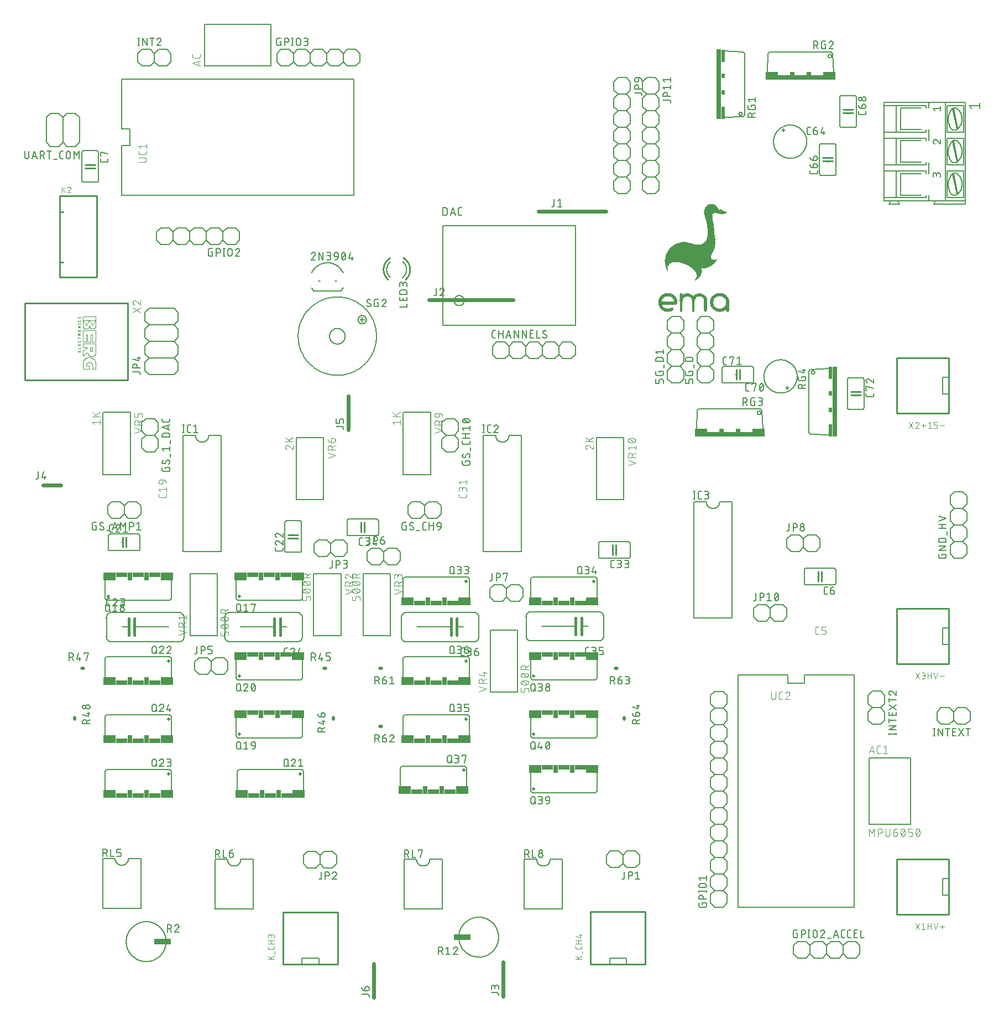
<source format=gbr>
G04 EAGLE Gerber RS-274X export*
G75*
%MOMM*%
%FSLAX34Y34*%
%LPD*%
%INSilkscreen Top*%
%IPPOS*%
%AMOC8*
5,1,8,0,0,1.08239X$1,22.5*%
G01*
%ADD10R,0.254000X0.050800*%
%ADD11R,0.101600X0.050800*%
%ADD12R,0.406400X0.050800*%
%ADD13R,0.152400X0.050800*%
%ADD14R,0.812800X0.050800*%
%ADD15R,0.304800X0.050800*%
%ADD16R,0.914400X0.050800*%
%ADD17R,0.355600X0.050800*%
%ADD18R,1.117600X0.050800*%
%ADD19R,1.320800X0.050800*%
%ADD20R,1.422400X0.050800*%
%ADD21R,0.457200X0.050800*%
%ADD22R,1.524000X0.050800*%
%ADD23R,1.676400X0.050800*%
%ADD24R,1.727200X0.050800*%
%ADD25R,1.828800X0.050800*%
%ADD26R,1.930400X0.050800*%
%ADD27R,1.879600X0.050800*%
%ADD28R,2.489200X0.050800*%
%ADD29R,0.660400X0.050800*%
%ADD30R,1.168400X0.050800*%
%ADD31R,0.762000X0.050800*%
%ADD32R,0.711200X0.050800*%
%ADD33R,1.016000X0.050800*%
%ADD34R,0.965200X0.050800*%
%ADD35R,0.863600X0.050800*%
%ADD36R,0.609600X0.050800*%
%ADD37R,0.558800X0.050800*%
%ADD38R,0.508000X0.050800*%
%ADD39R,2.692400X0.050800*%
%ADD40R,2.794000X0.050800*%
%ADD41R,2.844800X0.050800*%
%ADD42R,2.895600X0.050800*%
%ADD43R,2.946400X0.050800*%
%ADD44R,1.270000X0.050800*%
%ADD45R,1.625600X0.050800*%
%ADD46R,2.133600X0.050800*%
%ADD47R,2.032000X0.050800*%
%ADD48R,1.981200X0.050800*%
%ADD49R,1.574800X0.050800*%
%ADD50R,1.778000X0.050800*%
%ADD51R,1.066800X0.050800*%
%ADD52R,1.473200X0.050800*%
%ADD53R,0.203200X0.050800*%
%ADD54R,0.050800X0.050800*%
%ADD55R,1.219200X0.050800*%
%ADD56R,1.371600X0.050800*%
%ADD57R,2.235200X0.050800*%
%ADD58R,3.098800X0.050800*%
%ADD59R,3.302000X0.050800*%
%ADD60R,3.403600X0.050800*%
%ADD61R,3.606800X0.050800*%
%ADD62R,3.759200X0.050800*%
%ADD63R,3.911600X0.050800*%
%ADD64R,4.114800X0.050800*%
%ADD65R,4.318000X0.050800*%
%ADD66R,4.470400X0.050800*%
%ADD67R,4.673600X0.050800*%
%ADD68R,4.876800X0.050800*%
%ADD69R,5.080000X0.050800*%
%ADD70R,5.334000X0.050800*%
%ADD71R,5.689600X0.050800*%
%ADD72R,7.721600X0.050800*%
%ADD73R,7.772400X0.050800*%
%ADD74R,7.823200X0.050800*%
%ADD75R,7.874000X0.050800*%
%ADD76R,7.924800X0.050800*%
%ADD77R,7.467600X0.050800*%
%ADD78R,7.264400X0.050800*%
%ADD79R,7.112000X0.050800*%
%ADD80R,7.061200X0.050800*%
%ADD81R,7.010400X0.050800*%
%ADD82R,6.959600X0.050800*%
%ADD83R,6.908800X0.050800*%
%ADD84R,6.858000X0.050800*%
%ADD85R,6.807200X0.050800*%
%ADD86R,6.756400X0.050800*%
%ADD87R,6.705600X0.050800*%
%ADD88R,6.654800X0.050800*%
%ADD89R,6.553200X0.050800*%
%ADD90R,6.502400X0.050800*%
%ADD91R,6.400800X0.050800*%
%ADD92R,6.350000X0.050800*%
%ADD93R,6.248400X0.050800*%
%ADD94R,6.197600X0.050800*%
%ADD95R,3.200400X0.050800*%
%ADD96R,2.286000X0.050800*%
%ADD97R,2.082800X0.050800*%
%ADD98R,2.184400X0.050800*%
%ADD99R,3.454400X0.050800*%
%ADD100R,3.505200X0.050800*%
%ADD101R,3.251200X0.050800*%
%ADD102R,2.540000X0.050800*%
%ADD103R,2.438400X0.050800*%
%ADD104R,2.336800X0.050800*%
%ADD105C,0.127000*%
%ADD106C,0.101600*%
%ADD107C,0.254000*%
%ADD108C,0.203200*%
%ADD109C,0.152400*%
%ADD110C,0.406400*%
%ADD111C,0.508000*%
%ADD112R,1.905000X1.270000*%
%ADD113R,1.778000X0.762000*%
%ADD114R,0.762000X1.270000*%
%ADD115C,0.508000*%
%ADD116R,0.762000X10.668000*%
%ADD117R,0.508000X1.905000*%
%ADD118R,0.508000X0.762000*%
%ADD119R,10.668000X0.762000*%
%ADD120R,1.905000X0.508000*%
%ADD121R,0.762000X0.508000*%
%ADD122C,0.050800*%
%ADD123C,0.025400*%
%ADD124R,2.641600X0.812800*%
%ADD125C,0.200000*%
%ADD126C,0.609600*%
%ADD127C,0.177800*%


D10*
X1011428Y1621536D03*
D11*
X1032002Y1621536D03*
X1050798Y1621536D03*
X1069594Y1621536D03*
D12*
X1090930Y1621536D03*
D13*
X1103376Y1621536D03*
D14*
X1011682Y1622044D03*
D15*
X1032002Y1622044D03*
X1050798Y1622044D03*
X1069594Y1622044D03*
D16*
X1090930Y1622044D03*
D17*
X1103376Y1622044D03*
D18*
X1011682Y1622552D03*
D12*
X1032002Y1622552D03*
X1050798Y1622552D03*
X1069594Y1622552D03*
D18*
X1090930Y1622552D03*
D12*
X1103630Y1622552D03*
D19*
X1011682Y1623060D03*
D12*
X1032002Y1623060D03*
X1050798Y1623060D03*
X1069594Y1623060D03*
D20*
X1090930Y1623060D03*
D21*
X1103376Y1623060D03*
D22*
X1011682Y1623568D03*
D12*
X1032002Y1623568D03*
X1050798Y1623568D03*
D21*
X1069340Y1623568D03*
D22*
X1090930Y1623568D03*
D21*
X1103376Y1623568D03*
D23*
X1011428Y1624076D03*
D12*
X1032002Y1624076D03*
X1050798Y1624076D03*
D21*
X1069340Y1624076D03*
D24*
X1090930Y1624076D03*
D21*
X1103376Y1624076D03*
D24*
X1011174Y1624584D03*
D12*
X1032002Y1624584D03*
X1050798Y1624584D03*
D21*
X1069340Y1624584D03*
D25*
X1090930Y1624584D03*
D21*
X1103376Y1624584D03*
D25*
X1011174Y1625092D03*
D12*
X1032002Y1625092D03*
X1050798Y1625092D03*
D21*
X1069340Y1625092D03*
D26*
X1090930Y1625092D03*
D21*
X1103376Y1625092D03*
D27*
X1010920Y1625600D03*
D12*
X1032002Y1625600D03*
X1050798Y1625600D03*
D21*
X1069340Y1625600D03*
D28*
X1093216Y1625600D03*
D16*
X1005586Y1626108D03*
D29*
X1016508Y1626108D03*
D12*
X1032002Y1626108D03*
X1050798Y1626108D03*
D21*
X1069340Y1626108D03*
D14*
X1084326Y1626108D03*
D30*
X1099820Y1626108D03*
D31*
X1004316Y1626616D03*
D21*
X1017524Y1626616D03*
D12*
X1032002Y1626616D03*
X1050798Y1626616D03*
D21*
X1069340Y1626616D03*
D32*
X1083310Y1626616D03*
D33*
X1100582Y1626616D03*
D29*
X1003300Y1627124D03*
D10*
X1018032Y1627124D03*
D12*
X1032002Y1627124D03*
X1050798Y1627124D03*
D21*
X1069340Y1627124D03*
D29*
X1082548Y1627124D03*
D34*
X1100836Y1627124D03*
D29*
X1002792Y1627632D03*
D12*
X1032002Y1627632D03*
X1050798Y1627632D03*
D21*
X1069340Y1627632D03*
D29*
X1082040Y1627632D03*
D35*
X1101344Y1627632D03*
D36*
X1002538Y1628140D03*
D12*
X1032002Y1628140D03*
X1050798Y1628140D03*
D21*
X1069340Y1628140D03*
D37*
X1081532Y1628140D03*
D14*
X1101598Y1628140D03*
D37*
X1001776Y1628648D03*
D12*
X1032002Y1628648D03*
X1050798Y1628648D03*
D21*
X1069340Y1628648D03*
D37*
X1081024Y1628648D03*
D31*
X1101852Y1628648D03*
D37*
X1001268Y1629156D03*
D12*
X1032002Y1629156D03*
X1050798Y1629156D03*
D21*
X1069340Y1629156D03*
D37*
X1080516Y1629156D03*
D32*
X1102106Y1629156D03*
D37*
X1001268Y1629664D03*
D12*
X1032002Y1629664D03*
X1050798Y1629664D03*
D21*
X1069340Y1629664D03*
D38*
X1080262Y1629664D03*
D29*
X1102360Y1629664D03*
D38*
X1001014Y1630172D03*
D12*
X1032002Y1630172D03*
X1050798Y1630172D03*
D21*
X1069340Y1630172D03*
D38*
X1079754Y1630172D03*
D36*
X1102614Y1630172D03*
D38*
X1000506Y1630680D03*
D12*
X1032002Y1630680D03*
X1050798Y1630680D03*
D21*
X1069340Y1630680D03*
D38*
X1079754Y1630680D03*
D36*
X1102614Y1630680D03*
D38*
X1000506Y1631188D03*
D12*
X1032002Y1631188D03*
X1050798Y1631188D03*
D21*
X1069340Y1631188D03*
X1079500Y1631188D03*
D37*
X1102868Y1631188D03*
D38*
X999998Y1631696D03*
D12*
X1032002Y1631696D03*
X1050798Y1631696D03*
D21*
X1069340Y1631696D03*
D38*
X1079246Y1631696D03*
D37*
X1102868Y1631696D03*
D38*
X999998Y1632204D03*
D12*
X1032002Y1632204D03*
X1050798Y1632204D03*
D21*
X1069340Y1632204D03*
X1078992Y1632204D03*
D38*
X1103122Y1632204D03*
D39*
X1010920Y1632712D03*
D12*
X1032002Y1632712D03*
X1050798Y1632712D03*
D21*
X1069340Y1632712D03*
X1078992Y1632712D03*
D38*
X1103122Y1632712D03*
D40*
X1011428Y1633220D03*
D12*
X1032002Y1633220D03*
X1050798Y1633220D03*
D21*
X1069340Y1633220D03*
X1078992Y1633220D03*
D38*
X1103122Y1633220D03*
D41*
X1011682Y1633728D03*
D12*
X1032002Y1633728D03*
X1050798Y1633728D03*
D21*
X1069340Y1633728D03*
D12*
X1078738Y1633728D03*
D21*
X1103376Y1633728D03*
D42*
X1011428Y1634236D03*
D12*
X1032002Y1634236D03*
X1050798Y1634236D03*
D21*
X1069340Y1634236D03*
X1078484Y1634236D03*
X1103376Y1634236D03*
D43*
X1011682Y1634744D03*
D12*
X1032002Y1634744D03*
X1050798Y1634744D03*
D21*
X1069340Y1634744D03*
X1078484Y1634744D03*
X1103376Y1634744D03*
D43*
X1011682Y1635252D03*
D12*
X1032002Y1635252D03*
X1050798Y1635252D03*
D21*
X1069340Y1635252D03*
X1078484Y1635252D03*
X1103376Y1635252D03*
D43*
X1011682Y1635760D03*
D12*
X1032002Y1635760D03*
X1050798Y1635760D03*
D21*
X1069340Y1635760D03*
X1078484Y1635760D03*
X1103376Y1635760D03*
D43*
X1011682Y1636268D03*
D12*
X1032002Y1636268D03*
X1050798Y1636268D03*
D21*
X1069340Y1636268D03*
X1078484Y1636268D03*
X1103376Y1636268D03*
D43*
X1011682Y1636776D03*
D12*
X1032002Y1636776D03*
X1050798Y1636776D03*
D21*
X1069340Y1636776D03*
X1078484Y1636776D03*
X1103376Y1636776D03*
D38*
X999490Y1637284D03*
X1023874Y1637284D03*
D21*
X1032256Y1637284D03*
D12*
X1050798Y1637284D03*
D21*
X1069340Y1637284D03*
X1078484Y1637284D03*
X1103376Y1637284D03*
X999744Y1637792D03*
X1023620Y1637792D03*
X1032256Y1637792D03*
D12*
X1050798Y1637792D03*
D21*
X1069340Y1637792D03*
X1078992Y1637792D03*
X1103376Y1637792D03*
X999744Y1638300D03*
X1023620Y1638300D03*
X1032256Y1638300D03*
X1050544Y1638300D03*
X1069340Y1638300D03*
X1078992Y1638300D03*
X1102868Y1638300D03*
D38*
X999998Y1638808D03*
D21*
X1023620Y1638808D03*
X1032256Y1638808D03*
X1050544Y1638808D03*
X1069340Y1638808D03*
X1078992Y1638808D03*
X1102868Y1638808D03*
D38*
X999998Y1639316D03*
X1023366Y1639316D03*
D21*
X1032256Y1639316D03*
D38*
X1050798Y1639316D03*
D21*
X1069340Y1639316D03*
D38*
X1079246Y1639316D03*
D21*
X1102868Y1639316D03*
D38*
X999998Y1639824D03*
X1023366Y1639824D03*
D21*
X1032256Y1639824D03*
D38*
X1050798Y1639824D03*
D21*
X1069340Y1639824D03*
D38*
X1079246Y1639824D03*
X1102614Y1639824D03*
X1000506Y1640332D03*
X1022858Y1640332D03*
D21*
X1032256Y1640332D03*
D38*
X1050798Y1640332D03*
D21*
X1069340Y1640332D03*
D38*
X1079754Y1640332D03*
D21*
X1102360Y1640332D03*
D37*
X1000760Y1640840D03*
X1022604Y1640840D03*
D38*
X1032510Y1640840D03*
D37*
X1051052Y1640840D03*
D21*
X1068832Y1640840D03*
D38*
X1079754Y1640840D03*
X1102106Y1640840D03*
X1001014Y1641348D03*
X1022350Y1641348D03*
X1032510Y1641348D03*
D36*
X1050798Y1641348D03*
D21*
X1068832Y1641348D03*
D38*
X1080262Y1641348D03*
D37*
X1101852Y1641348D03*
X1001268Y1641856D03*
X1022096Y1641856D03*
X1032764Y1641856D03*
D29*
X1051052Y1641856D03*
D38*
X1068578Y1641856D03*
D37*
X1080516Y1641856D03*
X1101344Y1641856D03*
X1001776Y1642364D03*
X1021588Y1642364D03*
D36*
X1033018Y1642364D03*
D31*
X1051052Y1642364D03*
D21*
X1068324Y1642364D03*
D37*
X1081024Y1642364D03*
X1101344Y1642364D03*
D36*
X1002030Y1642872D03*
X1021334Y1642872D03*
X1033018Y1642872D03*
D14*
X1050798Y1642872D03*
D38*
X1068070Y1642872D03*
D36*
X1081278Y1642872D03*
X1100582Y1642872D03*
X1002538Y1643380D03*
X1020826Y1643380D03*
D32*
X1033526Y1643380D03*
D16*
X1050798Y1643380D03*
D36*
X1067562Y1643380D03*
X1081786Y1643380D03*
X1100074Y1643380D03*
D29*
X1003300Y1643888D03*
X1020064Y1643888D03*
D31*
X1033780Y1643888D03*
D18*
X1050798Y1643888D03*
D36*
X1067054Y1643888D03*
X1082294Y1643888D03*
X1099566Y1643888D03*
D31*
X1003808Y1644396D03*
D32*
X1019302Y1644396D03*
D35*
X1034288Y1644396D03*
D44*
X1050544Y1644396D03*
D29*
X1066292Y1644396D03*
D32*
X1082802Y1644396D03*
X1099058Y1644396D03*
D14*
X1004570Y1644904D03*
X1018794Y1644904D03*
D33*
X1035050Y1644904D03*
D45*
X1050798Y1644904D03*
D14*
X1065022Y1644904D03*
D31*
X1083564Y1644904D03*
X1098296Y1644904D03*
D46*
X1011682Y1645412D03*
D47*
X1040130Y1645412D03*
D24*
X1059942Y1645412D03*
D33*
X1085342Y1645412D03*
X1096518Y1645412D03*
D47*
X1011682Y1645920D03*
D48*
X1039876Y1645920D03*
D23*
X1060196Y1645920D03*
D47*
X1090930Y1645920D03*
D26*
X1011682Y1646428D03*
X1039622Y1646428D03*
D49*
X1060196Y1646428D03*
D26*
X1090930Y1646428D03*
D24*
X1011682Y1646936D03*
D25*
X1039114Y1646936D03*
D20*
X1059942Y1646936D03*
D50*
X1091184Y1646936D03*
D45*
X1011682Y1647444D03*
D12*
X1032002Y1647444D03*
D44*
X1041400Y1647444D03*
X1060196Y1647444D03*
D45*
X1090930Y1647444D03*
D20*
X1011682Y1647952D03*
D12*
X1032002Y1647952D03*
D51*
X1041400Y1647952D03*
X1060196Y1647952D03*
D52*
X1091184Y1647952D03*
D44*
X1011936Y1648460D03*
D12*
X1032002Y1648460D03*
D35*
X1041400Y1648460D03*
X1060196Y1648460D03*
D19*
X1090930Y1648460D03*
D33*
X1011682Y1648968D03*
D17*
X1032256Y1648968D03*
D37*
X1041400Y1648968D03*
X1060196Y1648968D03*
D51*
X1091184Y1648968D03*
D29*
X1011936Y1649476D03*
D10*
X1032256Y1649476D03*
D29*
X1091184Y1649476D03*
D11*
X1053846Y1669796D03*
D53*
X1054354Y1670304D03*
X1054862Y1670812D03*
D10*
X1055624Y1671320D03*
D15*
X1055878Y1671828D03*
X1056386Y1672336D03*
D17*
X1056640Y1672844D03*
X1057148Y1673352D03*
D12*
X1057402Y1673860D03*
X1057910Y1674368D03*
D21*
X1058164Y1674876D03*
D38*
X1058418Y1675384D03*
X1058418Y1675892D03*
D37*
X1058672Y1676400D03*
X1058672Y1676908D03*
D36*
X1058926Y1677416D03*
X1058926Y1677924D03*
D29*
X1059180Y1678432D03*
D32*
X1058926Y1678940D03*
D31*
X1059180Y1679448D03*
X1059180Y1679956D03*
D14*
X1058926Y1680464D03*
X1058926Y1680972D03*
D16*
X1058926Y1681480D03*
X1058926Y1681988D03*
D34*
X1058672Y1682496D03*
X1058672Y1683004D03*
D33*
X1058418Y1683512D03*
D51*
X1058164Y1684020D03*
D54*
X1010920Y1684528D03*
D18*
X1057910Y1684528D03*
D11*
X1010666Y1685036D03*
D30*
X1057656Y1685036D03*
D11*
X1010666Y1685544D03*
D55*
X1057402Y1685544D03*
D13*
X1010412Y1686052D03*
D44*
X1057148Y1686052D03*
D13*
X1010412Y1686560D03*
D19*
X1056894Y1686560D03*
D13*
X1010412Y1687068D03*
D56*
X1056640Y1687068D03*
D53*
X1010158Y1687576D03*
D20*
X1056386Y1687576D03*
D53*
X1010158Y1688084D03*
D27*
X1058164Y1688084D03*
D53*
X1010158Y1688592D03*
D57*
X1059434Y1688592D03*
D10*
X1009904Y1689100D03*
D28*
X1059688Y1689100D03*
D15*
X1010158Y1689608D03*
D39*
X1060196Y1689608D03*
D15*
X1010158Y1690116D03*
D42*
X1060196Y1690116D03*
D15*
X1010158Y1690624D03*
D58*
X1060704Y1690624D03*
D17*
X1009904Y1691132D03*
D59*
X1060704Y1691132D03*
D12*
X1010158Y1691640D03*
D60*
X1060704Y1691640D03*
D12*
X1010158Y1692148D03*
D61*
X1060704Y1692148D03*
D21*
X1010412Y1692656D03*
D62*
X1060450Y1692656D03*
D38*
X1010158Y1693164D03*
D63*
X1060196Y1693164D03*
D37*
X1010412Y1693672D03*
D64*
X1060196Y1693672D03*
D36*
X1010666Y1694180D03*
D65*
X1059688Y1694180D03*
D29*
X1010920Y1694688D03*
D66*
X1059434Y1694688D03*
D32*
X1011174Y1695196D03*
D67*
X1058926Y1695196D03*
D14*
X1011682Y1695704D03*
D68*
X1058418Y1695704D03*
D16*
X1012190Y1696212D03*
D69*
X1057910Y1696212D03*
D51*
X1012444Y1696720D03*
D70*
X1057148Y1696720D03*
D44*
X1013460Y1697228D03*
D71*
X1055878Y1697228D03*
D72*
X1045718Y1697736D03*
D73*
X1045972Y1698244D03*
D74*
X1046226Y1698752D03*
D75*
X1046480Y1699260D03*
D76*
X1046734Y1699768D03*
X1046734Y1700276D03*
D77*
X1044448Y1700784D03*
D17*
X1085088Y1700784D03*
D78*
X1043432Y1701292D03*
D13*
X1086104Y1701292D03*
D79*
X1043178Y1701800D03*
D54*
X1086612Y1701800D03*
D80*
X1042924Y1702308D03*
X1042924Y1702816D03*
D81*
X1042670Y1703324D03*
X1042670Y1703832D03*
X1042670Y1704340D03*
X1042670Y1704848D03*
D82*
X1042924Y1705356D03*
X1042924Y1705864D03*
X1042924Y1706372D03*
X1042924Y1706880D03*
D83*
X1043178Y1707388D03*
D82*
X1043432Y1707896D03*
X1043432Y1708404D03*
X1043940Y1708912D03*
X1043940Y1709420D03*
D83*
X1044194Y1709928D03*
D82*
X1044448Y1710436D03*
X1044448Y1710944D03*
X1044956Y1711452D03*
D81*
X1045210Y1711960D03*
D82*
X1045464Y1712468D03*
X1045972Y1712976D03*
X1045972Y1713484D03*
X1046480Y1713992D03*
X1046480Y1714500D03*
X1046988Y1715008D03*
D83*
X1047242Y1715516D03*
X1047750Y1716024D03*
D84*
X1048004Y1716532D03*
D83*
X1048258Y1717040D03*
D84*
X1048512Y1717548D03*
D85*
X1048766Y1718056D03*
X1049274Y1718564D03*
D86*
X1049528Y1719072D03*
D87*
X1049782Y1719580D03*
D88*
X1050036Y1720088D03*
D89*
X1050544Y1720596D03*
X1051052Y1721104D03*
D90*
X1051306Y1721612D03*
D91*
X1051814Y1722120D03*
D92*
X1052068Y1722628D03*
D93*
X1052576Y1723136D03*
D94*
X1052830Y1723644D03*
D95*
X1038860Y1724152D03*
D96*
X1072388Y1724152D03*
D40*
X1037844Y1724660D03*
D97*
X1073404Y1724660D03*
D28*
X1037336Y1725168D03*
D26*
X1074166Y1725168D03*
D98*
X1036828Y1725676D03*
D27*
X1074928Y1725676D03*
X1036828Y1726184D03*
D50*
X1075436Y1726184D03*
D22*
X1036574Y1726692D03*
D24*
X1075690Y1726692D03*
D30*
X1036320Y1727200D03*
D23*
X1075944Y1727200D03*
D37*
X1036320Y1727708D03*
D45*
X1076198Y1727708D03*
D49*
X1076452Y1728216D03*
D22*
X1076706Y1728724D03*
D52*
X1076960Y1729232D03*
D20*
X1077214Y1729740D03*
X1077214Y1730248D03*
D56*
X1077468Y1730756D03*
X1077468Y1731264D03*
D19*
X1077722Y1731772D03*
X1077722Y1732280D03*
X1077722Y1732788D03*
D55*
X1077722Y1733296D03*
X1077722Y1733804D03*
X1077722Y1734312D03*
D30*
X1077976Y1734820D03*
X1077976Y1735328D03*
X1077976Y1735836D03*
X1077976Y1736344D03*
X1077976Y1736852D03*
D18*
X1078230Y1737360D03*
X1078230Y1737868D03*
X1078230Y1738376D03*
D51*
X1077976Y1738884D03*
X1077976Y1739392D03*
X1077976Y1739900D03*
X1077976Y1740408D03*
X1077976Y1740916D03*
X1077976Y1741424D03*
X1077976Y1741932D03*
X1077976Y1742440D03*
X1077976Y1742948D03*
D33*
X1077722Y1743456D03*
X1077722Y1743964D03*
X1077722Y1744472D03*
X1077722Y1744980D03*
X1077722Y1745488D03*
X1077722Y1745996D03*
X1077722Y1746504D03*
X1077722Y1747012D03*
X1077722Y1747520D03*
D34*
X1077468Y1748028D03*
X1077468Y1748536D03*
X1077468Y1749044D03*
X1077468Y1749552D03*
D33*
X1077214Y1750060D03*
X1077214Y1750568D03*
X1077214Y1751076D03*
D34*
X1076960Y1751584D03*
X1076960Y1752092D03*
X1076960Y1752600D03*
X1076960Y1753108D03*
D33*
X1076706Y1753616D03*
X1076706Y1754124D03*
X1076706Y1754632D03*
D34*
X1076452Y1755140D03*
X1076452Y1755648D03*
D33*
X1076198Y1756156D03*
X1076198Y1756664D03*
X1076198Y1757172D03*
X1076198Y1757680D03*
D51*
X1075944Y1758188D03*
D33*
X1075690Y1758696D03*
X1075690Y1759204D03*
X1075690Y1759712D03*
D51*
X1075436Y1760220D03*
X1075436Y1760728D03*
D33*
X1075182Y1761236D03*
D51*
X1074928Y1761744D03*
X1074928Y1762252D03*
X1074928Y1762760D03*
X1074928Y1763268D03*
D18*
X1074674Y1763776D03*
D51*
X1074420Y1764284D03*
X1074420Y1764792D03*
D18*
X1074166Y1765300D03*
X1074166Y1765808D03*
X1074166Y1766316D03*
X1074166Y1766824D03*
D30*
X1073912Y1767332D03*
X1073912Y1767840D03*
X1073912Y1768348D03*
X1073912Y1768856D03*
D55*
X1073658Y1769364D03*
X1073658Y1769872D03*
D44*
X1073912Y1770380D03*
X1073912Y1770888D03*
D10*
X1094232Y1770888D03*
D19*
X1074166Y1771396D03*
D31*
X1094232Y1771396D03*
D56*
X1074420Y1771904D03*
D51*
X1094232Y1771904D03*
D52*
X1074420Y1772412D03*
D19*
X1093978Y1772412D03*
D99*
X1084326Y1772920D03*
D100*
X1084580Y1773428D03*
D99*
X1084326Y1773936D03*
D101*
X1083310Y1774444D03*
D102*
X1079754Y1774952D03*
D37*
X1095756Y1774952D03*
D103*
X1079246Y1775460D03*
D21*
X1094740Y1775460D03*
D104*
X1079246Y1775968D03*
D12*
X1093978Y1775968D03*
D96*
X1078992Y1776476D03*
D17*
X1093216Y1776476D03*
D57*
X1078738Y1776984D03*
D15*
X1092962Y1776984D03*
D57*
X1078738Y1777492D03*
D10*
X1092200Y1777492D03*
D46*
X1078738Y1778000D03*
D13*
X1091692Y1778000D03*
D97*
X1078484Y1778508D03*
D47*
X1078230Y1779016D03*
D48*
X1078484Y1779524D03*
D26*
X1078230Y1780032D03*
D25*
X1078230Y1780540D03*
D50*
X1077976Y1781048D03*
D24*
X1078230Y1781556D03*
D45*
X1078230Y1782064D03*
D22*
X1078230Y1782572D03*
D20*
X1078230Y1783080D03*
D19*
X1078230Y1783588D03*
D55*
X1078230Y1784096D03*
D18*
X1078230Y1784604D03*
D34*
X1078484Y1785112D03*
D31*
X1078484Y1785620D03*
D105*
X302260Y1997710D02*
X302260Y2061210D01*
X403860Y2061210D01*
X403860Y1997710D01*
X302260Y1997710D01*
D106*
X295402Y1998218D02*
X283718Y2002113D01*
X295402Y2006007D01*
X292481Y2005034D02*
X292481Y1999192D01*
X295402Y2012860D02*
X295402Y2015457D01*
X295402Y2012860D02*
X295400Y2012761D01*
X295394Y2012661D01*
X295385Y2012562D01*
X295372Y2012464D01*
X295355Y2012366D01*
X295334Y2012268D01*
X295309Y2012172D01*
X295281Y2012077D01*
X295249Y2011983D01*
X295214Y2011890D01*
X295175Y2011798D01*
X295132Y2011708D01*
X295087Y2011620D01*
X295037Y2011533D01*
X294985Y2011449D01*
X294929Y2011366D01*
X294871Y2011286D01*
X294809Y2011208D01*
X294744Y2011133D01*
X294676Y2011060D01*
X294606Y2010990D01*
X294533Y2010922D01*
X294458Y2010857D01*
X294380Y2010795D01*
X294300Y2010737D01*
X294217Y2010681D01*
X294133Y2010629D01*
X294046Y2010579D01*
X293958Y2010534D01*
X293868Y2010491D01*
X293776Y2010452D01*
X293683Y2010417D01*
X293589Y2010385D01*
X293494Y2010357D01*
X293398Y2010332D01*
X293300Y2010311D01*
X293202Y2010294D01*
X293104Y2010281D01*
X293005Y2010272D01*
X292905Y2010266D01*
X292806Y2010264D01*
X286314Y2010264D01*
X286314Y2010263D02*
X286215Y2010265D01*
X286115Y2010271D01*
X286016Y2010280D01*
X285918Y2010293D01*
X285820Y2010311D01*
X285722Y2010331D01*
X285626Y2010356D01*
X285530Y2010384D01*
X285436Y2010416D01*
X285343Y2010451D01*
X285252Y2010490D01*
X285162Y2010533D01*
X285073Y2010578D01*
X284987Y2010628D01*
X284902Y2010680D01*
X284820Y2010736D01*
X284740Y2010795D01*
X284662Y2010856D01*
X284586Y2010921D01*
X284513Y2010989D01*
X284443Y2011059D01*
X284375Y2011132D01*
X284310Y2011208D01*
X284249Y2011286D01*
X284190Y2011366D01*
X284134Y2011448D01*
X284082Y2011533D01*
X284033Y2011619D01*
X283987Y2011708D01*
X283944Y2011798D01*
X283905Y2011889D01*
X283870Y2011982D01*
X283838Y2012076D01*
X283810Y2012172D01*
X283785Y2012268D01*
X283765Y2012366D01*
X283747Y2012464D01*
X283734Y2012562D01*
X283725Y2012661D01*
X283719Y2012760D01*
X283717Y2012860D01*
X283718Y2012860D02*
X283718Y2015457D01*
D107*
X137430Y1674725D02*
X79930Y1674725D01*
X137430Y1674725D02*
X137430Y1798725D01*
X79930Y1798725D01*
X79930Y1674725D01*
X80505Y1774725D02*
X85505Y1774725D01*
X85505Y1697725D02*
X80505Y1697725D01*
D106*
X83613Y1803783D02*
X83613Y1812927D01*
X88693Y1812927D02*
X83613Y1807339D01*
X85645Y1809371D02*
X88693Y1803783D01*
X97380Y1810641D02*
X97378Y1810735D01*
X97372Y1810830D01*
X97362Y1810924D01*
X97349Y1811017D01*
X97331Y1811110D01*
X97310Y1811202D01*
X97285Y1811293D01*
X97256Y1811383D01*
X97224Y1811472D01*
X97187Y1811559D01*
X97148Y1811645D01*
X97104Y1811729D01*
X97058Y1811811D01*
X97008Y1811891D01*
X96954Y1811969D01*
X96898Y1812045D01*
X96838Y1812118D01*
X96776Y1812189D01*
X96710Y1812257D01*
X96642Y1812323D01*
X96571Y1812385D01*
X96498Y1812445D01*
X96422Y1812501D01*
X96344Y1812555D01*
X96264Y1812605D01*
X96182Y1812651D01*
X96098Y1812695D01*
X96012Y1812734D01*
X95925Y1812771D01*
X95836Y1812803D01*
X95746Y1812832D01*
X95655Y1812857D01*
X95563Y1812878D01*
X95470Y1812896D01*
X95377Y1812909D01*
X95283Y1812919D01*
X95188Y1812925D01*
X95094Y1812927D01*
X94988Y1812925D01*
X94883Y1812919D01*
X94778Y1812910D01*
X94673Y1812897D01*
X94569Y1812880D01*
X94466Y1812859D01*
X94363Y1812835D01*
X94261Y1812806D01*
X94161Y1812775D01*
X94061Y1812739D01*
X93963Y1812701D01*
X93867Y1812658D01*
X93771Y1812612D01*
X93678Y1812563D01*
X93587Y1812511D01*
X93497Y1812455D01*
X93409Y1812396D01*
X93324Y1812334D01*
X93241Y1812269D01*
X93160Y1812201D01*
X93082Y1812130D01*
X93007Y1812056D01*
X92934Y1811980D01*
X92864Y1811901D01*
X92797Y1811820D01*
X92732Y1811736D01*
X92671Y1811650D01*
X92613Y1811562D01*
X92558Y1811472D01*
X92507Y1811380D01*
X92458Y1811286D01*
X92413Y1811190D01*
X92372Y1811093D01*
X92334Y1810995D01*
X92300Y1810895D01*
X96617Y1808863D02*
X96684Y1808930D01*
X96749Y1808999D01*
X96811Y1809071D01*
X96870Y1809144D01*
X96926Y1809221D01*
X96980Y1809299D01*
X97030Y1809379D01*
X97077Y1809461D01*
X97121Y1809545D01*
X97161Y1809631D01*
X97199Y1809718D01*
X97233Y1809806D01*
X97263Y1809896D01*
X97290Y1809986D01*
X97314Y1810078D01*
X97334Y1810171D01*
X97350Y1810264D01*
X97363Y1810358D01*
X97372Y1810452D01*
X97377Y1810546D01*
X97379Y1810641D01*
X96618Y1808863D02*
X92300Y1803783D01*
X97380Y1803783D01*
D108*
X187960Y1875790D02*
X187960Y1901190D01*
X175260Y1901190D01*
X175260Y1977390D01*
X530860Y1977390D01*
X530860Y1799590D01*
X175260Y1799590D01*
X175260Y1875790D01*
X187960Y1875790D01*
D106*
X201168Y1850898D02*
X209606Y1850898D01*
X209719Y1850900D01*
X209832Y1850906D01*
X209945Y1850916D01*
X210058Y1850930D01*
X210170Y1850947D01*
X210281Y1850969D01*
X210391Y1850994D01*
X210501Y1851024D01*
X210609Y1851057D01*
X210716Y1851094D01*
X210822Y1851134D01*
X210926Y1851179D01*
X211029Y1851227D01*
X211130Y1851278D01*
X211229Y1851333D01*
X211326Y1851391D01*
X211421Y1851453D01*
X211514Y1851518D01*
X211604Y1851586D01*
X211692Y1851657D01*
X211778Y1851732D01*
X211861Y1851809D01*
X211941Y1851889D01*
X212018Y1851972D01*
X212093Y1852058D01*
X212164Y1852146D01*
X212232Y1852236D01*
X212297Y1852329D01*
X212359Y1852424D01*
X212417Y1852521D01*
X212472Y1852620D01*
X212523Y1852721D01*
X212571Y1852824D01*
X212616Y1852928D01*
X212656Y1853034D01*
X212693Y1853141D01*
X212726Y1853249D01*
X212756Y1853359D01*
X212781Y1853469D01*
X212803Y1853580D01*
X212820Y1853692D01*
X212834Y1853805D01*
X212844Y1853918D01*
X212850Y1854031D01*
X212852Y1854144D01*
X212850Y1854257D01*
X212844Y1854370D01*
X212834Y1854483D01*
X212820Y1854596D01*
X212803Y1854708D01*
X212781Y1854819D01*
X212756Y1854929D01*
X212726Y1855039D01*
X212693Y1855147D01*
X212656Y1855254D01*
X212616Y1855360D01*
X212571Y1855464D01*
X212523Y1855567D01*
X212472Y1855668D01*
X212417Y1855767D01*
X212359Y1855864D01*
X212297Y1855959D01*
X212232Y1856052D01*
X212164Y1856142D01*
X212093Y1856230D01*
X212018Y1856316D01*
X211941Y1856399D01*
X211861Y1856479D01*
X211778Y1856556D01*
X211692Y1856631D01*
X211604Y1856702D01*
X211514Y1856770D01*
X211421Y1856835D01*
X211326Y1856897D01*
X211229Y1856955D01*
X211130Y1857010D01*
X211029Y1857061D01*
X210926Y1857109D01*
X210822Y1857154D01*
X210716Y1857194D01*
X210609Y1857231D01*
X210501Y1857264D01*
X210391Y1857294D01*
X210281Y1857319D01*
X210170Y1857341D01*
X210058Y1857358D01*
X209945Y1857372D01*
X209832Y1857382D01*
X209719Y1857388D01*
X209606Y1857390D01*
X209606Y1857389D02*
X201168Y1857389D01*
X212852Y1865272D02*
X212852Y1867869D01*
X212852Y1865272D02*
X212850Y1865173D01*
X212844Y1865073D01*
X212835Y1864974D01*
X212822Y1864876D01*
X212805Y1864778D01*
X212784Y1864680D01*
X212759Y1864584D01*
X212731Y1864489D01*
X212699Y1864395D01*
X212664Y1864302D01*
X212625Y1864210D01*
X212582Y1864120D01*
X212537Y1864032D01*
X212487Y1863945D01*
X212435Y1863861D01*
X212379Y1863778D01*
X212321Y1863698D01*
X212259Y1863620D01*
X212194Y1863545D01*
X212126Y1863472D01*
X212056Y1863402D01*
X211983Y1863334D01*
X211908Y1863269D01*
X211830Y1863207D01*
X211750Y1863149D01*
X211667Y1863093D01*
X211583Y1863041D01*
X211496Y1862991D01*
X211408Y1862946D01*
X211318Y1862903D01*
X211226Y1862864D01*
X211133Y1862829D01*
X211039Y1862797D01*
X210944Y1862769D01*
X210848Y1862744D01*
X210750Y1862723D01*
X210652Y1862706D01*
X210554Y1862693D01*
X210455Y1862684D01*
X210355Y1862678D01*
X210256Y1862676D01*
X203764Y1862676D01*
X203764Y1862675D02*
X203665Y1862677D01*
X203565Y1862683D01*
X203466Y1862692D01*
X203368Y1862705D01*
X203270Y1862723D01*
X203172Y1862743D01*
X203076Y1862768D01*
X202980Y1862796D01*
X202886Y1862828D01*
X202793Y1862863D01*
X202702Y1862902D01*
X202612Y1862945D01*
X202523Y1862990D01*
X202437Y1863040D01*
X202352Y1863092D01*
X202270Y1863148D01*
X202190Y1863207D01*
X202112Y1863268D01*
X202036Y1863333D01*
X201963Y1863401D01*
X201893Y1863471D01*
X201825Y1863544D01*
X201760Y1863620D01*
X201699Y1863698D01*
X201640Y1863778D01*
X201584Y1863860D01*
X201532Y1863945D01*
X201483Y1864031D01*
X201437Y1864120D01*
X201394Y1864210D01*
X201355Y1864301D01*
X201320Y1864394D01*
X201288Y1864488D01*
X201260Y1864584D01*
X201235Y1864680D01*
X201215Y1864778D01*
X201197Y1864876D01*
X201184Y1864974D01*
X201175Y1865073D01*
X201169Y1865172D01*
X201167Y1865272D01*
X201168Y1865272D02*
X201168Y1867869D01*
X203764Y1872234D02*
X201168Y1875480D01*
X212852Y1875480D01*
X212852Y1878725D02*
X212852Y1872234D01*
D109*
X539750Y1609725D02*
X547370Y1609725D01*
X543560Y1605915D02*
X543560Y1613535D01*
X445516Y1584325D02*
X445534Y1585796D01*
X445588Y1587266D01*
X445678Y1588735D01*
X445805Y1590201D01*
X445967Y1591663D01*
X446165Y1593121D01*
X446399Y1594573D01*
X446668Y1596019D01*
X446973Y1597459D01*
X447312Y1598890D01*
X447687Y1600313D01*
X448097Y1601726D01*
X448541Y1603128D01*
X449020Y1604520D01*
X449533Y1605899D01*
X450079Y1607265D01*
X450659Y1608617D01*
X451271Y1609954D01*
X451917Y1611277D01*
X452594Y1612582D01*
X453304Y1613871D01*
X454044Y1615142D01*
X454816Y1616395D01*
X455618Y1617628D01*
X456451Y1618841D01*
X457313Y1620034D01*
X458203Y1621204D01*
X459123Y1622353D01*
X460070Y1623479D01*
X461044Y1624581D01*
X462046Y1625659D01*
X463073Y1626712D01*
X464126Y1627739D01*
X465204Y1628741D01*
X466306Y1629715D01*
X467432Y1630662D01*
X468581Y1631582D01*
X469751Y1632472D01*
X470944Y1633334D01*
X472157Y1634167D01*
X473390Y1634969D01*
X474643Y1635741D01*
X475914Y1636481D01*
X477203Y1637191D01*
X478508Y1637868D01*
X479831Y1638514D01*
X481168Y1639126D01*
X482520Y1639706D01*
X483886Y1640252D01*
X485265Y1640765D01*
X486657Y1641244D01*
X488059Y1641688D01*
X489472Y1642098D01*
X490895Y1642473D01*
X492326Y1642812D01*
X493766Y1643117D01*
X495212Y1643386D01*
X496664Y1643620D01*
X498122Y1643818D01*
X499584Y1643980D01*
X501050Y1644107D01*
X502519Y1644197D01*
X503989Y1644251D01*
X505460Y1644269D01*
X506931Y1644251D01*
X508401Y1644197D01*
X509870Y1644107D01*
X511336Y1643980D01*
X512798Y1643818D01*
X514256Y1643620D01*
X515708Y1643386D01*
X517154Y1643117D01*
X518594Y1642812D01*
X520025Y1642473D01*
X521448Y1642098D01*
X522861Y1641688D01*
X524263Y1641244D01*
X525655Y1640765D01*
X527034Y1640252D01*
X528400Y1639706D01*
X529752Y1639126D01*
X531089Y1638514D01*
X532412Y1637868D01*
X533717Y1637191D01*
X535006Y1636481D01*
X536277Y1635741D01*
X537530Y1634969D01*
X538763Y1634167D01*
X539976Y1633334D01*
X541169Y1632472D01*
X542339Y1631582D01*
X543488Y1630662D01*
X544614Y1629715D01*
X545716Y1628741D01*
X546794Y1627739D01*
X547847Y1626712D01*
X548874Y1625659D01*
X549876Y1624581D01*
X550850Y1623479D01*
X551797Y1622353D01*
X552717Y1621204D01*
X553607Y1620034D01*
X554469Y1618841D01*
X555302Y1617628D01*
X556104Y1616395D01*
X556876Y1615142D01*
X557616Y1613871D01*
X558326Y1612582D01*
X559003Y1611277D01*
X559649Y1609954D01*
X560261Y1608617D01*
X560841Y1607265D01*
X561387Y1605899D01*
X561900Y1604520D01*
X562379Y1603128D01*
X562823Y1601726D01*
X563233Y1600313D01*
X563608Y1598890D01*
X563947Y1597459D01*
X564252Y1596019D01*
X564521Y1594573D01*
X564755Y1593121D01*
X564953Y1591663D01*
X565115Y1590201D01*
X565242Y1588735D01*
X565332Y1587266D01*
X565386Y1585796D01*
X565404Y1584325D01*
X565386Y1582854D01*
X565332Y1581384D01*
X565242Y1579915D01*
X565115Y1578449D01*
X564953Y1576987D01*
X564755Y1575529D01*
X564521Y1574077D01*
X564252Y1572631D01*
X563947Y1571191D01*
X563608Y1569760D01*
X563233Y1568337D01*
X562823Y1566924D01*
X562379Y1565522D01*
X561900Y1564130D01*
X561387Y1562751D01*
X560841Y1561385D01*
X560261Y1560033D01*
X559649Y1558696D01*
X559003Y1557373D01*
X558326Y1556068D01*
X557616Y1554779D01*
X556876Y1553508D01*
X556104Y1552255D01*
X555302Y1551022D01*
X554469Y1549809D01*
X553607Y1548616D01*
X552717Y1547446D01*
X551797Y1546297D01*
X550850Y1545171D01*
X549876Y1544069D01*
X548874Y1542991D01*
X547847Y1541938D01*
X546794Y1540911D01*
X545716Y1539909D01*
X544614Y1538935D01*
X543488Y1537988D01*
X542339Y1537068D01*
X541169Y1536178D01*
X539976Y1535316D01*
X538763Y1534483D01*
X537530Y1533681D01*
X536277Y1532909D01*
X535006Y1532169D01*
X533717Y1531459D01*
X532412Y1530782D01*
X531089Y1530136D01*
X529752Y1529524D01*
X528400Y1528944D01*
X527034Y1528398D01*
X525655Y1527885D01*
X524263Y1527406D01*
X522861Y1526962D01*
X521448Y1526552D01*
X520025Y1526177D01*
X518594Y1525838D01*
X517154Y1525533D01*
X515708Y1525264D01*
X514256Y1525030D01*
X512798Y1524832D01*
X511336Y1524670D01*
X509870Y1524543D01*
X508401Y1524453D01*
X506931Y1524399D01*
X505460Y1524381D01*
X503989Y1524399D01*
X502519Y1524453D01*
X501050Y1524543D01*
X499584Y1524670D01*
X498122Y1524832D01*
X496664Y1525030D01*
X495212Y1525264D01*
X493766Y1525533D01*
X492326Y1525838D01*
X490895Y1526177D01*
X489472Y1526552D01*
X488059Y1526962D01*
X486657Y1527406D01*
X485265Y1527885D01*
X483886Y1528398D01*
X482520Y1528944D01*
X481168Y1529524D01*
X479831Y1530136D01*
X478508Y1530782D01*
X477203Y1531459D01*
X475914Y1532169D01*
X474643Y1532909D01*
X473390Y1533681D01*
X472157Y1534483D01*
X470944Y1535316D01*
X469751Y1536178D01*
X468581Y1537068D01*
X467432Y1537988D01*
X466306Y1538935D01*
X465204Y1539909D01*
X464126Y1540911D01*
X463073Y1541938D01*
X462046Y1542991D01*
X461044Y1544069D01*
X460070Y1545171D01*
X459123Y1546297D01*
X458203Y1547446D01*
X457313Y1548616D01*
X456451Y1549809D01*
X455618Y1551022D01*
X454816Y1552255D01*
X454044Y1553508D01*
X453304Y1554779D01*
X452594Y1556068D01*
X451917Y1557373D01*
X451271Y1558696D01*
X450659Y1560033D01*
X450079Y1561385D01*
X449533Y1562751D01*
X449020Y1564130D01*
X448541Y1565522D01*
X448097Y1566924D01*
X447687Y1568337D01*
X447312Y1569760D01*
X446973Y1571191D01*
X446668Y1572631D01*
X446399Y1574077D01*
X446165Y1575529D01*
X445967Y1576987D01*
X445805Y1578449D01*
X445678Y1579915D01*
X445588Y1581384D01*
X445534Y1582854D01*
X445516Y1584325D01*
X493522Y1584325D02*
X493526Y1584618D01*
X493536Y1584911D01*
X493554Y1585203D01*
X493579Y1585495D01*
X493612Y1585786D01*
X493651Y1586077D01*
X493698Y1586366D01*
X493751Y1586654D01*
X493812Y1586941D01*
X493880Y1587226D01*
X493954Y1587509D01*
X494036Y1587790D01*
X494125Y1588070D01*
X494220Y1588347D01*
X494322Y1588621D01*
X494431Y1588893D01*
X494546Y1589163D01*
X494668Y1589429D01*
X494797Y1589692D01*
X494932Y1589953D01*
X495073Y1590209D01*
X495220Y1590462D01*
X495374Y1590712D01*
X495534Y1590957D01*
X495700Y1591199D01*
X495871Y1591436D01*
X496049Y1591670D01*
X496232Y1591898D01*
X496420Y1592123D01*
X496615Y1592342D01*
X496814Y1592557D01*
X497019Y1592766D01*
X497228Y1592971D01*
X497443Y1593170D01*
X497662Y1593365D01*
X497887Y1593553D01*
X498115Y1593736D01*
X498349Y1593914D01*
X498586Y1594085D01*
X498828Y1594251D01*
X499073Y1594411D01*
X499323Y1594565D01*
X499576Y1594712D01*
X499832Y1594853D01*
X500093Y1594988D01*
X500356Y1595117D01*
X500622Y1595239D01*
X500892Y1595354D01*
X501164Y1595463D01*
X501438Y1595565D01*
X501715Y1595660D01*
X501995Y1595749D01*
X502276Y1595831D01*
X502559Y1595905D01*
X502844Y1595973D01*
X503131Y1596034D01*
X503419Y1596087D01*
X503708Y1596134D01*
X503999Y1596173D01*
X504290Y1596206D01*
X504582Y1596231D01*
X504874Y1596249D01*
X505167Y1596259D01*
X505460Y1596263D01*
X505753Y1596259D01*
X506046Y1596249D01*
X506338Y1596231D01*
X506630Y1596206D01*
X506921Y1596173D01*
X507212Y1596134D01*
X507501Y1596087D01*
X507789Y1596034D01*
X508076Y1595973D01*
X508361Y1595905D01*
X508644Y1595831D01*
X508925Y1595749D01*
X509205Y1595660D01*
X509482Y1595565D01*
X509756Y1595463D01*
X510028Y1595354D01*
X510298Y1595239D01*
X510564Y1595117D01*
X510827Y1594988D01*
X511088Y1594853D01*
X511344Y1594712D01*
X511597Y1594565D01*
X511847Y1594411D01*
X512092Y1594251D01*
X512334Y1594085D01*
X512571Y1593914D01*
X512805Y1593736D01*
X513033Y1593553D01*
X513258Y1593365D01*
X513477Y1593170D01*
X513692Y1592971D01*
X513901Y1592766D01*
X514106Y1592557D01*
X514305Y1592342D01*
X514500Y1592123D01*
X514688Y1591898D01*
X514871Y1591670D01*
X515049Y1591436D01*
X515220Y1591199D01*
X515386Y1590957D01*
X515546Y1590712D01*
X515700Y1590462D01*
X515847Y1590209D01*
X515988Y1589953D01*
X516123Y1589692D01*
X516252Y1589429D01*
X516374Y1589163D01*
X516489Y1588893D01*
X516598Y1588621D01*
X516700Y1588347D01*
X516795Y1588070D01*
X516884Y1587790D01*
X516966Y1587509D01*
X517040Y1587226D01*
X517108Y1586941D01*
X517169Y1586654D01*
X517222Y1586366D01*
X517269Y1586077D01*
X517308Y1585786D01*
X517341Y1585495D01*
X517366Y1585203D01*
X517384Y1584911D01*
X517394Y1584618D01*
X517398Y1584325D01*
X517394Y1584032D01*
X517384Y1583739D01*
X517366Y1583447D01*
X517341Y1583155D01*
X517308Y1582864D01*
X517269Y1582573D01*
X517222Y1582284D01*
X517169Y1581996D01*
X517108Y1581709D01*
X517040Y1581424D01*
X516966Y1581141D01*
X516884Y1580860D01*
X516795Y1580580D01*
X516700Y1580303D01*
X516598Y1580029D01*
X516489Y1579757D01*
X516374Y1579487D01*
X516252Y1579221D01*
X516123Y1578958D01*
X515988Y1578697D01*
X515847Y1578441D01*
X515700Y1578188D01*
X515546Y1577938D01*
X515386Y1577693D01*
X515220Y1577451D01*
X515049Y1577214D01*
X514871Y1576980D01*
X514688Y1576752D01*
X514500Y1576527D01*
X514305Y1576308D01*
X514106Y1576093D01*
X513901Y1575884D01*
X513692Y1575679D01*
X513477Y1575480D01*
X513258Y1575285D01*
X513033Y1575097D01*
X512805Y1574914D01*
X512571Y1574736D01*
X512334Y1574565D01*
X512092Y1574399D01*
X511847Y1574239D01*
X511597Y1574085D01*
X511344Y1573938D01*
X511088Y1573797D01*
X510827Y1573662D01*
X510564Y1573533D01*
X510298Y1573411D01*
X510028Y1573296D01*
X509756Y1573187D01*
X509482Y1573085D01*
X509205Y1572990D01*
X508925Y1572901D01*
X508644Y1572819D01*
X508361Y1572745D01*
X508076Y1572677D01*
X507789Y1572616D01*
X507501Y1572563D01*
X507212Y1572516D01*
X506921Y1572477D01*
X506630Y1572444D01*
X506338Y1572419D01*
X506046Y1572401D01*
X505753Y1572391D01*
X505460Y1572387D01*
X505167Y1572391D01*
X504874Y1572401D01*
X504582Y1572419D01*
X504290Y1572444D01*
X503999Y1572477D01*
X503708Y1572516D01*
X503419Y1572563D01*
X503131Y1572616D01*
X502844Y1572677D01*
X502559Y1572745D01*
X502276Y1572819D01*
X501995Y1572901D01*
X501715Y1572990D01*
X501438Y1573085D01*
X501164Y1573187D01*
X500892Y1573296D01*
X500622Y1573411D01*
X500356Y1573533D01*
X500093Y1573662D01*
X499832Y1573797D01*
X499576Y1573938D01*
X499323Y1574085D01*
X499073Y1574239D01*
X498828Y1574399D01*
X498586Y1574565D01*
X498349Y1574736D01*
X498115Y1574914D01*
X497887Y1575097D01*
X497662Y1575285D01*
X497443Y1575480D01*
X497228Y1575679D01*
X497019Y1575884D01*
X496814Y1576093D01*
X496615Y1576308D01*
X496420Y1576527D01*
X496232Y1576752D01*
X496049Y1576980D01*
X495871Y1577214D01*
X495700Y1577451D01*
X495534Y1577693D01*
X495374Y1577938D01*
X495220Y1578188D01*
X495073Y1578441D01*
X494932Y1578697D01*
X494797Y1578958D01*
X494668Y1579221D01*
X494546Y1579487D01*
X494431Y1579757D01*
X494322Y1580029D01*
X494220Y1580303D01*
X494125Y1580580D01*
X494036Y1580860D01*
X493954Y1581141D01*
X493880Y1581424D01*
X493812Y1581709D01*
X493751Y1581996D01*
X493698Y1582284D01*
X493651Y1582573D01*
X493612Y1582864D01*
X493579Y1583155D01*
X493554Y1583447D01*
X493536Y1583739D01*
X493526Y1584032D01*
X493522Y1584325D01*
X537210Y1609725D02*
X537212Y1609884D01*
X537218Y1610043D01*
X537228Y1610201D01*
X537242Y1610360D01*
X537260Y1610518D01*
X537281Y1610675D01*
X537307Y1610832D01*
X537337Y1610988D01*
X537370Y1611144D01*
X537408Y1611298D01*
X537449Y1611452D01*
X537494Y1611604D01*
X537543Y1611755D01*
X537596Y1611905D01*
X537652Y1612054D01*
X537713Y1612201D01*
X537776Y1612346D01*
X537844Y1612490D01*
X537915Y1612633D01*
X537989Y1612773D01*
X538067Y1612911D01*
X538149Y1613048D01*
X538234Y1613182D01*
X538322Y1613315D01*
X538413Y1613445D01*
X538508Y1613572D01*
X538606Y1613697D01*
X538707Y1613820D01*
X538811Y1613940D01*
X538918Y1614058D01*
X539028Y1614173D01*
X539141Y1614285D01*
X539256Y1614394D01*
X539374Y1614500D01*
X539495Y1614604D01*
X539619Y1614704D01*
X539744Y1614801D01*
X539873Y1614895D01*
X540003Y1614985D01*
X540136Y1615073D01*
X540271Y1615157D01*
X540408Y1615237D01*
X540547Y1615315D01*
X540688Y1615388D01*
X540830Y1615458D01*
X540975Y1615525D01*
X541121Y1615588D01*
X541268Y1615647D01*
X541417Y1615703D01*
X541568Y1615754D01*
X541719Y1615802D01*
X541872Y1615846D01*
X542026Y1615887D01*
X542180Y1615923D01*
X542336Y1615956D01*
X542492Y1615985D01*
X542649Y1616009D01*
X542807Y1616030D01*
X542965Y1616047D01*
X543123Y1616060D01*
X543282Y1616069D01*
X543441Y1616074D01*
X543600Y1616075D01*
X543759Y1616072D01*
X543917Y1616065D01*
X544076Y1616054D01*
X544234Y1616039D01*
X544392Y1616020D01*
X544549Y1615997D01*
X544706Y1615971D01*
X544862Y1615940D01*
X545017Y1615906D01*
X545171Y1615867D01*
X545325Y1615825D01*
X545477Y1615779D01*
X545628Y1615729D01*
X545777Y1615675D01*
X545926Y1615618D01*
X546072Y1615557D01*
X546218Y1615492D01*
X546361Y1615424D01*
X546503Y1615352D01*
X546643Y1615276D01*
X546781Y1615198D01*
X546917Y1615115D01*
X547051Y1615030D01*
X547182Y1614941D01*
X547312Y1614848D01*
X547439Y1614753D01*
X547563Y1614654D01*
X547686Y1614552D01*
X547805Y1614448D01*
X547922Y1614340D01*
X548036Y1614229D01*
X548147Y1614116D01*
X548256Y1614000D01*
X548361Y1613881D01*
X548464Y1613759D01*
X548563Y1613635D01*
X548660Y1613509D01*
X548753Y1613380D01*
X548843Y1613249D01*
X548929Y1613115D01*
X549012Y1612980D01*
X549092Y1612842D01*
X549168Y1612703D01*
X549241Y1612562D01*
X549310Y1612419D01*
X549376Y1612274D01*
X549438Y1612127D01*
X549496Y1611980D01*
X549551Y1611830D01*
X549602Y1611680D01*
X549649Y1611528D01*
X549692Y1611375D01*
X549731Y1611221D01*
X549767Y1611066D01*
X549798Y1610910D01*
X549826Y1610754D01*
X549850Y1610597D01*
X549870Y1610439D01*
X549886Y1610281D01*
X549898Y1610122D01*
X549906Y1609963D01*
X549910Y1609804D01*
X549910Y1609646D01*
X549906Y1609487D01*
X549898Y1609328D01*
X549886Y1609169D01*
X549870Y1609011D01*
X549850Y1608853D01*
X549826Y1608696D01*
X549798Y1608540D01*
X549767Y1608384D01*
X549731Y1608229D01*
X549692Y1608075D01*
X549649Y1607922D01*
X549602Y1607770D01*
X549551Y1607620D01*
X549496Y1607470D01*
X549438Y1607323D01*
X549376Y1607176D01*
X549310Y1607031D01*
X549241Y1606888D01*
X549168Y1606747D01*
X549092Y1606608D01*
X549012Y1606470D01*
X548929Y1606335D01*
X548843Y1606201D01*
X548753Y1606070D01*
X548660Y1605941D01*
X548563Y1605815D01*
X548464Y1605691D01*
X548361Y1605569D01*
X548256Y1605450D01*
X548147Y1605334D01*
X548036Y1605221D01*
X547922Y1605110D01*
X547805Y1605002D01*
X547686Y1604898D01*
X547563Y1604796D01*
X547439Y1604697D01*
X547312Y1604602D01*
X547182Y1604509D01*
X547051Y1604420D01*
X546917Y1604335D01*
X546781Y1604252D01*
X546643Y1604174D01*
X546503Y1604098D01*
X546361Y1604026D01*
X546218Y1603958D01*
X546072Y1603893D01*
X545926Y1603832D01*
X545777Y1603775D01*
X545628Y1603721D01*
X545477Y1603671D01*
X545325Y1603625D01*
X545171Y1603583D01*
X545017Y1603544D01*
X544862Y1603510D01*
X544706Y1603479D01*
X544549Y1603453D01*
X544392Y1603430D01*
X544234Y1603411D01*
X544076Y1603396D01*
X543917Y1603385D01*
X543759Y1603378D01*
X543600Y1603375D01*
X543441Y1603376D01*
X543282Y1603381D01*
X543123Y1603390D01*
X542965Y1603403D01*
X542807Y1603420D01*
X542649Y1603441D01*
X542492Y1603465D01*
X542336Y1603494D01*
X542180Y1603527D01*
X542026Y1603563D01*
X541872Y1603604D01*
X541719Y1603648D01*
X541568Y1603696D01*
X541417Y1603747D01*
X541268Y1603803D01*
X541121Y1603862D01*
X540975Y1603925D01*
X540830Y1603992D01*
X540688Y1604062D01*
X540547Y1604135D01*
X540408Y1604213D01*
X540271Y1604293D01*
X540136Y1604377D01*
X540003Y1604465D01*
X539873Y1604555D01*
X539744Y1604649D01*
X539619Y1604746D01*
X539495Y1604846D01*
X539374Y1604950D01*
X539256Y1605056D01*
X539141Y1605165D01*
X539028Y1605277D01*
X538918Y1605392D01*
X538811Y1605510D01*
X538707Y1605630D01*
X538606Y1605753D01*
X538508Y1605878D01*
X538413Y1606005D01*
X538322Y1606135D01*
X538234Y1606268D01*
X538149Y1606402D01*
X538067Y1606539D01*
X537989Y1606677D01*
X537915Y1606817D01*
X537844Y1606960D01*
X537776Y1607104D01*
X537713Y1607249D01*
X537652Y1607396D01*
X537596Y1607545D01*
X537543Y1607695D01*
X537494Y1607846D01*
X537449Y1607998D01*
X537408Y1608152D01*
X537370Y1608306D01*
X537337Y1608462D01*
X537307Y1608618D01*
X537281Y1608775D01*
X537260Y1608932D01*
X537242Y1609090D01*
X537228Y1609249D01*
X537218Y1609407D01*
X537212Y1609566D01*
X537210Y1609725D01*
D105*
X554355Y1629410D02*
X554455Y1629412D01*
X554554Y1629418D01*
X554654Y1629428D01*
X554752Y1629441D01*
X554851Y1629459D01*
X554948Y1629480D01*
X555044Y1629505D01*
X555140Y1629534D01*
X555234Y1629567D01*
X555327Y1629603D01*
X555418Y1629643D01*
X555508Y1629687D01*
X555596Y1629734D01*
X555682Y1629784D01*
X555766Y1629838D01*
X555848Y1629895D01*
X555927Y1629955D01*
X556005Y1630019D01*
X556079Y1630085D01*
X556151Y1630154D01*
X556220Y1630226D01*
X556286Y1630300D01*
X556350Y1630378D01*
X556410Y1630457D01*
X556467Y1630539D01*
X556521Y1630623D01*
X556571Y1630709D01*
X556618Y1630797D01*
X556662Y1630887D01*
X556702Y1630978D01*
X556738Y1631071D01*
X556771Y1631165D01*
X556800Y1631261D01*
X556825Y1631357D01*
X556846Y1631454D01*
X556864Y1631553D01*
X556877Y1631651D01*
X556887Y1631751D01*
X556893Y1631850D01*
X556895Y1631950D01*
X554355Y1629410D02*
X554214Y1629412D01*
X554073Y1629417D01*
X553932Y1629427D01*
X553791Y1629440D01*
X553651Y1629456D01*
X553511Y1629477D01*
X553372Y1629501D01*
X553233Y1629529D01*
X553096Y1629560D01*
X552959Y1629595D01*
X552823Y1629633D01*
X552688Y1629675D01*
X552555Y1629721D01*
X552422Y1629770D01*
X552291Y1629823D01*
X552162Y1629879D01*
X552033Y1629938D01*
X551907Y1630001D01*
X551782Y1630067D01*
X551659Y1630136D01*
X551538Y1630209D01*
X551419Y1630285D01*
X551301Y1630364D01*
X551186Y1630445D01*
X551074Y1630530D01*
X550963Y1630618D01*
X550855Y1630709D01*
X550749Y1630802D01*
X550646Y1630899D01*
X550545Y1630998D01*
X550863Y1638300D02*
X550865Y1638400D01*
X550871Y1638499D01*
X550881Y1638599D01*
X550894Y1638697D01*
X550912Y1638796D01*
X550933Y1638893D01*
X550958Y1638989D01*
X550987Y1639085D01*
X551020Y1639179D01*
X551056Y1639272D01*
X551096Y1639363D01*
X551140Y1639453D01*
X551187Y1639541D01*
X551237Y1639627D01*
X551291Y1639711D01*
X551348Y1639793D01*
X551408Y1639872D01*
X551472Y1639950D01*
X551538Y1640024D01*
X551607Y1640096D01*
X551679Y1640165D01*
X551753Y1640231D01*
X551831Y1640295D01*
X551910Y1640355D01*
X551992Y1640412D01*
X552076Y1640466D01*
X552162Y1640516D01*
X552250Y1640563D01*
X552340Y1640607D01*
X552431Y1640647D01*
X552524Y1640683D01*
X552618Y1640716D01*
X552714Y1640745D01*
X552810Y1640770D01*
X552907Y1640791D01*
X553006Y1640809D01*
X553104Y1640822D01*
X553204Y1640832D01*
X553303Y1640838D01*
X553403Y1640840D01*
X553403Y1640841D02*
X553536Y1640839D01*
X553669Y1640834D01*
X553802Y1640824D01*
X553935Y1640811D01*
X554067Y1640794D01*
X554199Y1640774D01*
X554330Y1640750D01*
X554460Y1640722D01*
X554590Y1640691D01*
X554718Y1640656D01*
X554846Y1640617D01*
X554972Y1640575D01*
X555097Y1640529D01*
X555221Y1640480D01*
X555344Y1640428D01*
X555465Y1640372D01*
X555584Y1640312D01*
X555702Y1640250D01*
X555817Y1640184D01*
X555931Y1640115D01*
X556043Y1640042D01*
X556153Y1639967D01*
X556261Y1639888D01*
X552132Y1636077D02*
X552048Y1636129D01*
X551965Y1636184D01*
X551885Y1636243D01*
X551807Y1636304D01*
X551732Y1636368D01*
X551659Y1636436D01*
X551588Y1636506D01*
X551521Y1636578D01*
X551456Y1636653D01*
X551394Y1636731D01*
X551335Y1636811D01*
X551279Y1636893D01*
X551227Y1636977D01*
X551178Y1637063D01*
X551132Y1637151D01*
X551089Y1637241D01*
X551050Y1637332D01*
X551015Y1637425D01*
X550983Y1637519D01*
X550955Y1637614D01*
X550930Y1637710D01*
X550910Y1637807D01*
X550892Y1637905D01*
X550879Y1638003D01*
X550870Y1638102D01*
X550864Y1638201D01*
X550862Y1638300D01*
X555625Y1634173D02*
X555709Y1634121D01*
X555792Y1634066D01*
X555872Y1634007D01*
X555950Y1633946D01*
X556025Y1633882D01*
X556098Y1633814D01*
X556169Y1633744D01*
X556236Y1633672D01*
X556301Y1633597D01*
X556363Y1633519D01*
X556422Y1633439D01*
X556478Y1633357D01*
X556530Y1633273D01*
X556579Y1633187D01*
X556625Y1633099D01*
X556668Y1633009D01*
X556707Y1632918D01*
X556742Y1632825D01*
X556774Y1632731D01*
X556802Y1632636D01*
X556827Y1632540D01*
X556847Y1632443D01*
X556865Y1632345D01*
X556878Y1632247D01*
X556887Y1632148D01*
X556893Y1632049D01*
X556895Y1631950D01*
X555625Y1634173D02*
X552133Y1636078D01*
X566420Y1635760D02*
X568325Y1635760D01*
X568325Y1629410D01*
X564515Y1629410D01*
X564415Y1629412D01*
X564316Y1629418D01*
X564216Y1629428D01*
X564118Y1629441D01*
X564019Y1629459D01*
X563922Y1629480D01*
X563826Y1629505D01*
X563730Y1629534D01*
X563636Y1629567D01*
X563543Y1629603D01*
X563452Y1629643D01*
X563362Y1629687D01*
X563274Y1629734D01*
X563188Y1629784D01*
X563104Y1629838D01*
X563022Y1629895D01*
X562943Y1629955D01*
X562865Y1630019D01*
X562791Y1630085D01*
X562719Y1630154D01*
X562650Y1630226D01*
X562584Y1630300D01*
X562520Y1630378D01*
X562460Y1630457D01*
X562403Y1630539D01*
X562349Y1630623D01*
X562299Y1630709D01*
X562252Y1630797D01*
X562208Y1630887D01*
X562168Y1630978D01*
X562132Y1631071D01*
X562099Y1631165D01*
X562070Y1631261D01*
X562045Y1631357D01*
X562024Y1631454D01*
X562006Y1631553D01*
X561993Y1631651D01*
X561983Y1631751D01*
X561977Y1631850D01*
X561975Y1631950D01*
X561975Y1638300D01*
X561977Y1638400D01*
X561983Y1638499D01*
X561993Y1638599D01*
X562006Y1638697D01*
X562024Y1638796D01*
X562045Y1638893D01*
X562070Y1638989D01*
X562099Y1639085D01*
X562132Y1639179D01*
X562168Y1639272D01*
X562208Y1639363D01*
X562252Y1639453D01*
X562299Y1639541D01*
X562349Y1639627D01*
X562403Y1639711D01*
X562460Y1639793D01*
X562520Y1639872D01*
X562584Y1639950D01*
X562650Y1640024D01*
X562719Y1640096D01*
X562791Y1640165D01*
X562865Y1640231D01*
X562943Y1640295D01*
X563022Y1640355D01*
X563104Y1640412D01*
X563188Y1640466D01*
X563274Y1640516D01*
X563362Y1640563D01*
X563452Y1640607D01*
X563543Y1640647D01*
X563636Y1640683D01*
X563730Y1640716D01*
X563826Y1640745D01*
X563922Y1640770D01*
X564019Y1640791D01*
X564118Y1640809D01*
X564216Y1640822D01*
X564316Y1640832D01*
X564415Y1640838D01*
X564515Y1640840D01*
X568325Y1640840D01*
X577279Y1640841D02*
X577383Y1640839D01*
X577488Y1640833D01*
X577592Y1640824D01*
X577695Y1640811D01*
X577798Y1640793D01*
X577900Y1640773D01*
X578002Y1640748D01*
X578102Y1640720D01*
X578202Y1640688D01*
X578300Y1640652D01*
X578397Y1640613D01*
X578492Y1640571D01*
X578586Y1640525D01*
X578678Y1640475D01*
X578768Y1640423D01*
X578856Y1640367D01*
X578942Y1640307D01*
X579026Y1640245D01*
X579107Y1640180D01*
X579186Y1640112D01*
X579263Y1640040D01*
X579336Y1639967D01*
X579408Y1639890D01*
X579476Y1639811D01*
X579541Y1639730D01*
X579603Y1639646D01*
X579663Y1639560D01*
X579719Y1639472D01*
X579771Y1639382D01*
X579821Y1639290D01*
X579867Y1639196D01*
X579909Y1639101D01*
X579948Y1639004D01*
X579984Y1638906D01*
X580016Y1638806D01*
X580044Y1638706D01*
X580069Y1638604D01*
X580089Y1638502D01*
X580107Y1638399D01*
X580120Y1638296D01*
X580129Y1638192D01*
X580135Y1638087D01*
X580137Y1637983D01*
X577279Y1640840D02*
X577161Y1640838D01*
X577042Y1640832D01*
X576924Y1640823D01*
X576807Y1640810D01*
X576690Y1640792D01*
X576573Y1640772D01*
X576457Y1640747D01*
X576342Y1640719D01*
X576229Y1640686D01*
X576116Y1640651D01*
X576004Y1640611D01*
X575894Y1640569D01*
X575785Y1640522D01*
X575677Y1640472D01*
X575572Y1640419D01*
X575468Y1640362D01*
X575366Y1640302D01*
X575266Y1640239D01*
X575168Y1640172D01*
X575072Y1640103D01*
X574979Y1640030D01*
X574888Y1639954D01*
X574799Y1639876D01*
X574713Y1639794D01*
X574630Y1639710D01*
X574549Y1639624D01*
X574472Y1639534D01*
X574397Y1639443D01*
X574325Y1639349D01*
X574256Y1639252D01*
X574191Y1639154D01*
X574128Y1639053D01*
X574069Y1638950D01*
X574013Y1638846D01*
X573961Y1638740D01*
X573912Y1638632D01*
X573867Y1638523D01*
X573825Y1638412D01*
X573787Y1638300D01*
X579184Y1635761D02*
X579260Y1635836D01*
X579335Y1635915D01*
X579406Y1635996D01*
X579475Y1636080D01*
X579540Y1636166D01*
X579602Y1636254D01*
X579662Y1636344D01*
X579718Y1636436D01*
X579771Y1636531D01*
X579820Y1636627D01*
X579866Y1636725D01*
X579909Y1636824D01*
X579948Y1636925D01*
X579983Y1637027D01*
X580015Y1637130D01*
X580043Y1637234D01*
X580068Y1637339D01*
X580089Y1637446D01*
X580106Y1637552D01*
X580119Y1637659D01*
X580128Y1637767D01*
X580134Y1637875D01*
X580136Y1637983D01*
X579184Y1635760D02*
X573786Y1629410D01*
X580136Y1629410D01*
D109*
X605123Y1674159D02*
X605423Y1674378D01*
X605717Y1674605D01*
X606005Y1674839D01*
X606288Y1675080D01*
X606565Y1675327D01*
X606836Y1675582D01*
X607100Y1675843D01*
X607358Y1676110D01*
X607609Y1676383D01*
X607854Y1676663D01*
X608092Y1676948D01*
X608322Y1677239D01*
X608546Y1677536D01*
X608762Y1677838D01*
X608971Y1678145D01*
X609172Y1678457D01*
X609366Y1678774D01*
X609552Y1679096D01*
X609730Y1679422D01*
X609900Y1679752D01*
X610062Y1680086D01*
X610215Y1680424D01*
X610361Y1680766D01*
X610498Y1681111D01*
X610626Y1681460D01*
X610746Y1681811D01*
X610858Y1682166D01*
X610960Y1682523D01*
X611055Y1682882D01*
X611140Y1683243D01*
X611216Y1683607D01*
X611284Y1683972D01*
X611342Y1684339D01*
X611392Y1684707D01*
X611433Y1685076D01*
X611464Y1685446D01*
X611487Y1685817D01*
X611500Y1686188D01*
X611505Y1686560D01*
X611500Y1686932D01*
X611487Y1687303D01*
X611464Y1687675D01*
X611432Y1688045D01*
X611392Y1688415D01*
X611342Y1688783D01*
X611283Y1689151D01*
X611216Y1689516D01*
X611139Y1689880D01*
X611053Y1690242D01*
X610959Y1690602D01*
X610856Y1690959D01*
X610745Y1691314D01*
X610624Y1691666D01*
X610495Y1692015D01*
X610358Y1692360D01*
X610212Y1692702D01*
X610058Y1693041D01*
X609896Y1693376D01*
X609726Y1693706D01*
X609547Y1694032D01*
X609361Y1694354D01*
X609167Y1694672D01*
X608965Y1694984D01*
X608756Y1695291D01*
X608539Y1695593D01*
X608315Y1695890D01*
X608084Y1696182D01*
X607846Y1696467D01*
X607600Y1696747D01*
X607348Y1697020D01*
X607090Y1697288D01*
X606825Y1697548D01*
X606554Y1697803D01*
X606276Y1698051D01*
X605993Y1698291D01*
X605704Y1698525D01*
X605409Y1698752D01*
X581025Y1686560D02*
X581029Y1686195D01*
X581042Y1685830D01*
X581064Y1685466D01*
X581095Y1685103D01*
X581134Y1684740D01*
X581182Y1684378D01*
X581239Y1684018D01*
X581304Y1683659D01*
X581377Y1683301D01*
X581460Y1682946D01*
X581550Y1682593D01*
X581650Y1682241D01*
X581757Y1681893D01*
X581873Y1681547D01*
X581997Y1681204D01*
X582130Y1680864D01*
X582270Y1680527D01*
X582418Y1680194D01*
X582575Y1679864D01*
X582739Y1679538D01*
X582911Y1679216D01*
X583091Y1678899D01*
X583278Y1678586D01*
X583472Y1678277D01*
X583674Y1677973D01*
X583884Y1677674D01*
X584100Y1677380D01*
X584323Y1677092D01*
X584553Y1676809D01*
X584790Y1676531D01*
X585033Y1676259D01*
X585283Y1675993D01*
X585539Y1675733D01*
X585802Y1675480D01*
X586070Y1675232D01*
X586344Y1674992D01*
X586624Y1674757D01*
X586909Y1674530D01*
X581025Y1686560D02*
X581029Y1686925D01*
X581042Y1687290D01*
X581064Y1687654D01*
X581095Y1688017D01*
X581134Y1688380D01*
X581182Y1688742D01*
X581239Y1689102D01*
X581304Y1689461D01*
X581377Y1689819D01*
X581460Y1690174D01*
X581550Y1690527D01*
X581650Y1690879D01*
X581757Y1691227D01*
X581873Y1691573D01*
X581997Y1691916D01*
X582130Y1692256D01*
X582270Y1692593D01*
X582418Y1692926D01*
X582575Y1693256D01*
X582739Y1693582D01*
X582911Y1693904D01*
X583091Y1694221D01*
X583278Y1694534D01*
X583472Y1694843D01*
X583674Y1695147D01*
X583884Y1695446D01*
X584100Y1695740D01*
X584323Y1696028D01*
X584553Y1696311D01*
X584790Y1696589D01*
X585033Y1696861D01*
X585283Y1697127D01*
X585539Y1697387D01*
X585802Y1697640D01*
X586070Y1697888D01*
X586344Y1698128D01*
X586624Y1698363D01*
X586909Y1698590D01*
D107*
X616585Y1686560D02*
X616579Y1686066D01*
X616561Y1685572D01*
X616531Y1685078D01*
X616489Y1684585D01*
X616435Y1684094D01*
X616369Y1683604D01*
X616291Y1683116D01*
X616201Y1682629D01*
X616100Y1682145D01*
X615986Y1681664D01*
X615861Y1681186D01*
X615725Y1680710D01*
X615577Y1680239D01*
X615417Y1679771D01*
X615246Y1679307D01*
X615064Y1678847D01*
X614871Y1678392D01*
X614667Y1677941D01*
X614452Y1677496D01*
X614226Y1677056D01*
X613989Y1676622D01*
X613742Y1676194D01*
X613485Y1675772D01*
X613217Y1675356D01*
X612939Y1674947D01*
X612652Y1674545D01*
X612355Y1674149D01*
X612048Y1673762D01*
X611732Y1673381D01*
X611407Y1673009D01*
X611072Y1672644D01*
X610729Y1672288D01*
X610378Y1671941D01*
X610018Y1671601D01*
X609650Y1671271D01*
X609274Y1670950D01*
X616585Y1686560D02*
X616579Y1687048D01*
X616562Y1687535D01*
X616532Y1688022D01*
X616491Y1688509D01*
X616439Y1688994D01*
X616374Y1689478D01*
X616298Y1689960D01*
X616211Y1690440D01*
X616112Y1690918D01*
X616002Y1691393D01*
X615880Y1691866D01*
X615747Y1692335D01*
X615602Y1692802D01*
X615447Y1693264D01*
X615280Y1693723D01*
X615103Y1694178D01*
X614914Y1694628D01*
X614715Y1695073D01*
X614505Y1695514D01*
X614285Y1695950D01*
X614054Y1696380D01*
X613813Y1696804D01*
X613562Y1697222D01*
X613301Y1697635D01*
X613030Y1698041D01*
X612750Y1698440D01*
X612460Y1698833D01*
X612160Y1699218D01*
X611851Y1699596D01*
X611534Y1699967D01*
X611207Y1700329D01*
X610872Y1700684D01*
X610529Y1701031D01*
X610177Y1701369D01*
X609818Y1701699D01*
X609450Y1702020D01*
X609075Y1702333D01*
X608692Y1702636D01*
X608303Y1702930D01*
X607906Y1703214D01*
X607503Y1703489D01*
X607093Y1703754D01*
X606677Y1704009D01*
X606255Y1704254D01*
X605827Y1704489D01*
X575945Y1686560D02*
X575951Y1686070D01*
X575969Y1685580D01*
X575998Y1685091D01*
X576040Y1684602D01*
X576093Y1684115D01*
X576157Y1683629D01*
X576234Y1683145D01*
X576322Y1682663D01*
X576422Y1682183D01*
X576533Y1681705D01*
X576656Y1681231D01*
X576791Y1680759D01*
X576936Y1680291D01*
X577093Y1679827D01*
X577261Y1679366D01*
X577440Y1678910D01*
X577630Y1678458D01*
X577831Y1678011D01*
X578043Y1677569D01*
X578265Y1677132D01*
X578497Y1676700D01*
X578740Y1676274D01*
X578994Y1675855D01*
X579257Y1675441D01*
X579530Y1675034D01*
X579813Y1674634D01*
X580106Y1674240D01*
X580407Y1673854D01*
X580719Y1673475D01*
X581039Y1673104D01*
X581368Y1672741D01*
X581705Y1672385D01*
X582052Y1672038D01*
X582406Y1671700D01*
X582769Y1671370D01*
X583139Y1671048D01*
X575945Y1686560D02*
X575951Y1687057D01*
X575969Y1687554D01*
X576000Y1688050D01*
X576042Y1688545D01*
X576097Y1689039D01*
X576163Y1689532D01*
X576242Y1690022D01*
X576333Y1690511D01*
X576435Y1690997D01*
X576550Y1691481D01*
X576676Y1691961D01*
X576814Y1692439D01*
X576963Y1692913D01*
X577124Y1693383D01*
X577297Y1693849D01*
X577481Y1694311D01*
X577676Y1694768D01*
X577882Y1695220D01*
X578099Y1695667D01*
X578328Y1696108D01*
X578566Y1696544D01*
X578816Y1696974D01*
X579076Y1697397D01*
X579346Y1697815D01*
X579626Y1698225D01*
X579916Y1698628D01*
X580216Y1699025D01*
X580526Y1699413D01*
X580845Y1699794D01*
X581173Y1700167D01*
X581510Y1700532D01*
X581856Y1700889D01*
X582211Y1701237D01*
X582574Y1701576D01*
X582945Y1701907D01*
X583325Y1702228D01*
X583712Y1702540D01*
X584106Y1702842D01*
X584508Y1703134D01*
X584917Y1703417D01*
X585332Y1703689D01*
X585755Y1703952D01*
X586183Y1704203D01*
D105*
X600710Y1628927D02*
X612140Y1628927D01*
X612140Y1634007D01*
X612140Y1638833D02*
X612140Y1643913D01*
X612140Y1638833D02*
X600710Y1638833D01*
X600710Y1643913D01*
X605790Y1642643D02*
X605790Y1638833D01*
X600710Y1648714D02*
X612140Y1648714D01*
X600710Y1648714D02*
X600710Y1651889D01*
X600712Y1652000D01*
X600718Y1652110D01*
X600727Y1652221D01*
X600741Y1652331D01*
X600758Y1652440D01*
X600779Y1652549D01*
X600804Y1652657D01*
X600833Y1652764D01*
X600865Y1652870D01*
X600901Y1652975D01*
X600941Y1653078D01*
X600984Y1653180D01*
X601031Y1653281D01*
X601082Y1653380D01*
X601135Y1653477D01*
X601192Y1653571D01*
X601253Y1653664D01*
X601316Y1653755D01*
X601383Y1653844D01*
X601453Y1653930D01*
X601526Y1654013D01*
X601601Y1654095D01*
X601679Y1654173D01*
X601761Y1654248D01*
X601844Y1654321D01*
X601930Y1654391D01*
X602019Y1654458D01*
X602110Y1654521D01*
X602203Y1654582D01*
X602298Y1654639D01*
X602394Y1654692D01*
X602493Y1654743D01*
X602594Y1654790D01*
X602696Y1654833D01*
X602799Y1654873D01*
X602904Y1654909D01*
X603010Y1654941D01*
X603117Y1654970D01*
X603225Y1654995D01*
X603334Y1655016D01*
X603443Y1655033D01*
X603553Y1655047D01*
X603664Y1655056D01*
X603774Y1655062D01*
X603885Y1655064D01*
X608965Y1655064D01*
X609076Y1655062D01*
X609186Y1655056D01*
X609297Y1655047D01*
X609407Y1655033D01*
X609516Y1655016D01*
X609625Y1654995D01*
X609733Y1654970D01*
X609840Y1654941D01*
X609946Y1654909D01*
X610051Y1654873D01*
X610154Y1654833D01*
X610256Y1654790D01*
X610357Y1654743D01*
X610456Y1654692D01*
X610553Y1654639D01*
X610647Y1654582D01*
X610740Y1654521D01*
X610831Y1654458D01*
X610920Y1654391D01*
X611006Y1654321D01*
X611089Y1654248D01*
X611171Y1654173D01*
X611249Y1654095D01*
X611324Y1654013D01*
X611397Y1653930D01*
X611467Y1653844D01*
X611534Y1653755D01*
X611597Y1653664D01*
X611658Y1653571D01*
X611715Y1653477D01*
X611768Y1653380D01*
X611819Y1653281D01*
X611866Y1653180D01*
X611909Y1653078D01*
X611949Y1652975D01*
X611985Y1652870D01*
X612017Y1652764D01*
X612046Y1652657D01*
X612071Y1652549D01*
X612092Y1652440D01*
X612109Y1652331D01*
X612123Y1652221D01*
X612132Y1652110D01*
X612138Y1652000D01*
X612140Y1651889D01*
X612140Y1648714D01*
X612140Y1660525D02*
X612140Y1663700D01*
X612138Y1663811D01*
X612132Y1663921D01*
X612123Y1664032D01*
X612109Y1664142D01*
X612092Y1664251D01*
X612071Y1664360D01*
X612046Y1664468D01*
X612017Y1664575D01*
X611985Y1664681D01*
X611949Y1664786D01*
X611909Y1664889D01*
X611866Y1664991D01*
X611819Y1665092D01*
X611768Y1665191D01*
X611715Y1665288D01*
X611658Y1665382D01*
X611597Y1665475D01*
X611534Y1665566D01*
X611467Y1665655D01*
X611397Y1665741D01*
X611324Y1665824D01*
X611249Y1665906D01*
X611171Y1665984D01*
X611089Y1666059D01*
X611006Y1666132D01*
X610920Y1666202D01*
X610831Y1666269D01*
X610740Y1666332D01*
X610647Y1666393D01*
X610553Y1666450D01*
X610456Y1666503D01*
X610357Y1666554D01*
X610256Y1666601D01*
X610154Y1666644D01*
X610051Y1666684D01*
X609946Y1666720D01*
X609840Y1666752D01*
X609733Y1666781D01*
X609625Y1666806D01*
X609516Y1666827D01*
X609407Y1666844D01*
X609297Y1666858D01*
X609186Y1666867D01*
X609076Y1666873D01*
X608965Y1666875D01*
X608854Y1666873D01*
X608744Y1666867D01*
X608633Y1666858D01*
X608523Y1666844D01*
X608414Y1666827D01*
X608305Y1666806D01*
X608197Y1666781D01*
X608090Y1666752D01*
X607984Y1666720D01*
X607879Y1666684D01*
X607776Y1666644D01*
X607674Y1666601D01*
X607573Y1666554D01*
X607474Y1666503D01*
X607378Y1666450D01*
X607283Y1666393D01*
X607190Y1666332D01*
X607099Y1666269D01*
X607010Y1666202D01*
X606924Y1666132D01*
X606841Y1666059D01*
X606759Y1665984D01*
X606681Y1665906D01*
X606606Y1665824D01*
X606533Y1665741D01*
X606463Y1665655D01*
X606396Y1665566D01*
X606333Y1665475D01*
X606272Y1665382D01*
X606215Y1665288D01*
X606162Y1665191D01*
X606111Y1665092D01*
X606064Y1664991D01*
X606021Y1664889D01*
X605981Y1664786D01*
X605945Y1664681D01*
X605913Y1664575D01*
X605884Y1664468D01*
X605859Y1664360D01*
X605838Y1664251D01*
X605821Y1664142D01*
X605807Y1664032D01*
X605798Y1663921D01*
X605792Y1663811D01*
X605790Y1663700D01*
X600710Y1664335D02*
X600710Y1660525D01*
X600710Y1664335D02*
X600712Y1664435D01*
X600718Y1664534D01*
X600728Y1664634D01*
X600741Y1664732D01*
X600759Y1664831D01*
X600780Y1664928D01*
X600805Y1665024D01*
X600834Y1665120D01*
X600867Y1665214D01*
X600903Y1665307D01*
X600943Y1665398D01*
X600987Y1665488D01*
X601034Y1665576D01*
X601084Y1665662D01*
X601138Y1665746D01*
X601195Y1665828D01*
X601255Y1665907D01*
X601319Y1665985D01*
X601385Y1666059D01*
X601454Y1666131D01*
X601526Y1666200D01*
X601600Y1666266D01*
X601678Y1666330D01*
X601757Y1666390D01*
X601839Y1666447D01*
X601923Y1666501D01*
X602009Y1666551D01*
X602097Y1666598D01*
X602187Y1666642D01*
X602278Y1666682D01*
X602371Y1666718D01*
X602465Y1666751D01*
X602561Y1666780D01*
X602657Y1666805D01*
X602754Y1666826D01*
X602853Y1666844D01*
X602951Y1666857D01*
X603051Y1666867D01*
X603150Y1666873D01*
X603250Y1666875D01*
X603350Y1666873D01*
X603449Y1666867D01*
X603549Y1666857D01*
X603647Y1666844D01*
X603746Y1666826D01*
X603843Y1666805D01*
X603939Y1666780D01*
X604035Y1666751D01*
X604129Y1666718D01*
X604222Y1666682D01*
X604313Y1666642D01*
X604403Y1666598D01*
X604491Y1666551D01*
X604577Y1666501D01*
X604661Y1666447D01*
X604743Y1666390D01*
X604822Y1666330D01*
X604900Y1666266D01*
X604974Y1666200D01*
X605046Y1666131D01*
X605115Y1666059D01*
X605181Y1665985D01*
X605245Y1665907D01*
X605305Y1665828D01*
X605362Y1665746D01*
X605416Y1665662D01*
X605466Y1665576D01*
X605513Y1665488D01*
X605557Y1665398D01*
X605597Y1665307D01*
X605633Y1665214D01*
X605666Y1665120D01*
X605695Y1665024D01*
X605720Y1664928D01*
X605741Y1664831D01*
X605759Y1664732D01*
X605772Y1664634D01*
X605782Y1664534D01*
X605788Y1664435D01*
X605790Y1664335D01*
X605790Y1661795D01*
X666750Y1753235D02*
X869950Y1753235D01*
X869950Y1600835D01*
X666750Y1600835D01*
X666750Y1753235D01*
X684530Y1638935D02*
X684532Y1639122D01*
X684539Y1639309D01*
X684551Y1639496D01*
X684567Y1639682D01*
X684587Y1639868D01*
X684612Y1640053D01*
X684642Y1640238D01*
X684676Y1640422D01*
X684715Y1640605D01*
X684758Y1640787D01*
X684806Y1640967D01*
X684858Y1641147D01*
X684915Y1641325D01*
X684975Y1641502D01*
X685041Y1641677D01*
X685110Y1641851D01*
X685184Y1642023D01*
X685262Y1642193D01*
X685344Y1642361D01*
X685430Y1642527D01*
X685520Y1642691D01*
X685614Y1642852D01*
X685712Y1643012D01*
X685814Y1643168D01*
X685920Y1643323D01*
X686030Y1643474D01*
X686143Y1643623D01*
X686260Y1643769D01*
X686380Y1643912D01*
X686504Y1644052D01*
X686631Y1644189D01*
X686762Y1644323D01*
X686896Y1644454D01*
X687033Y1644581D01*
X687173Y1644705D01*
X687316Y1644825D01*
X687462Y1644942D01*
X687611Y1645055D01*
X687762Y1645165D01*
X687917Y1645271D01*
X688073Y1645373D01*
X688233Y1645471D01*
X688394Y1645565D01*
X688558Y1645655D01*
X688724Y1645741D01*
X688892Y1645823D01*
X689062Y1645901D01*
X689234Y1645975D01*
X689408Y1646044D01*
X689583Y1646110D01*
X689760Y1646170D01*
X689938Y1646227D01*
X690118Y1646279D01*
X690298Y1646327D01*
X690480Y1646370D01*
X690663Y1646409D01*
X690847Y1646443D01*
X691032Y1646473D01*
X691217Y1646498D01*
X691403Y1646518D01*
X691589Y1646534D01*
X691776Y1646546D01*
X691963Y1646553D01*
X692150Y1646555D01*
X692337Y1646553D01*
X692524Y1646546D01*
X692711Y1646534D01*
X692897Y1646518D01*
X693083Y1646498D01*
X693268Y1646473D01*
X693453Y1646443D01*
X693637Y1646409D01*
X693820Y1646370D01*
X694002Y1646327D01*
X694182Y1646279D01*
X694362Y1646227D01*
X694540Y1646170D01*
X694717Y1646110D01*
X694892Y1646044D01*
X695066Y1645975D01*
X695238Y1645901D01*
X695408Y1645823D01*
X695576Y1645741D01*
X695742Y1645655D01*
X695906Y1645565D01*
X696067Y1645471D01*
X696227Y1645373D01*
X696383Y1645271D01*
X696538Y1645165D01*
X696689Y1645055D01*
X696838Y1644942D01*
X696984Y1644825D01*
X697127Y1644705D01*
X697267Y1644581D01*
X697404Y1644454D01*
X697538Y1644323D01*
X697669Y1644189D01*
X697796Y1644052D01*
X697920Y1643912D01*
X698040Y1643769D01*
X698157Y1643623D01*
X698270Y1643474D01*
X698380Y1643323D01*
X698486Y1643168D01*
X698588Y1643012D01*
X698686Y1642852D01*
X698780Y1642691D01*
X698870Y1642527D01*
X698956Y1642361D01*
X699038Y1642193D01*
X699116Y1642023D01*
X699190Y1641851D01*
X699259Y1641677D01*
X699325Y1641502D01*
X699385Y1641325D01*
X699442Y1641147D01*
X699494Y1640967D01*
X699542Y1640787D01*
X699585Y1640605D01*
X699624Y1640422D01*
X699658Y1640238D01*
X699688Y1640053D01*
X699713Y1639868D01*
X699733Y1639682D01*
X699749Y1639496D01*
X699761Y1639309D01*
X699768Y1639122D01*
X699770Y1638935D01*
X699768Y1638748D01*
X699761Y1638561D01*
X699749Y1638374D01*
X699733Y1638188D01*
X699713Y1638002D01*
X699688Y1637817D01*
X699658Y1637632D01*
X699624Y1637448D01*
X699585Y1637265D01*
X699542Y1637083D01*
X699494Y1636903D01*
X699442Y1636723D01*
X699385Y1636545D01*
X699325Y1636368D01*
X699259Y1636193D01*
X699190Y1636019D01*
X699116Y1635847D01*
X699038Y1635677D01*
X698956Y1635509D01*
X698870Y1635343D01*
X698780Y1635179D01*
X698686Y1635018D01*
X698588Y1634858D01*
X698486Y1634702D01*
X698380Y1634547D01*
X698270Y1634396D01*
X698157Y1634247D01*
X698040Y1634101D01*
X697920Y1633958D01*
X697796Y1633818D01*
X697669Y1633681D01*
X697538Y1633547D01*
X697404Y1633416D01*
X697267Y1633289D01*
X697127Y1633165D01*
X696984Y1633045D01*
X696838Y1632928D01*
X696689Y1632815D01*
X696538Y1632705D01*
X696383Y1632599D01*
X696227Y1632497D01*
X696067Y1632399D01*
X695906Y1632305D01*
X695742Y1632215D01*
X695576Y1632129D01*
X695408Y1632047D01*
X695238Y1631969D01*
X695066Y1631895D01*
X694892Y1631826D01*
X694717Y1631760D01*
X694540Y1631700D01*
X694362Y1631643D01*
X694182Y1631591D01*
X694002Y1631543D01*
X693820Y1631500D01*
X693637Y1631461D01*
X693453Y1631427D01*
X693268Y1631397D01*
X693083Y1631372D01*
X692897Y1631352D01*
X692711Y1631336D01*
X692524Y1631324D01*
X692337Y1631317D01*
X692150Y1631315D01*
X691963Y1631317D01*
X691776Y1631324D01*
X691589Y1631336D01*
X691403Y1631352D01*
X691217Y1631372D01*
X691032Y1631397D01*
X690847Y1631427D01*
X690663Y1631461D01*
X690480Y1631500D01*
X690298Y1631543D01*
X690118Y1631591D01*
X689938Y1631643D01*
X689760Y1631700D01*
X689583Y1631760D01*
X689408Y1631826D01*
X689234Y1631895D01*
X689062Y1631969D01*
X688892Y1632047D01*
X688724Y1632129D01*
X688558Y1632215D01*
X688394Y1632305D01*
X688233Y1632399D01*
X688073Y1632497D01*
X687917Y1632599D01*
X687762Y1632705D01*
X687611Y1632815D01*
X687462Y1632928D01*
X687316Y1633045D01*
X687173Y1633165D01*
X687033Y1633289D01*
X686896Y1633416D01*
X686762Y1633547D01*
X686631Y1633681D01*
X686504Y1633818D01*
X686380Y1633958D01*
X686260Y1634101D01*
X686143Y1634247D01*
X686030Y1634396D01*
X685920Y1634547D01*
X685814Y1634702D01*
X685712Y1634858D01*
X685614Y1635018D01*
X685520Y1635179D01*
X685430Y1635343D01*
X685344Y1635509D01*
X685262Y1635677D01*
X685184Y1635847D01*
X685110Y1636019D01*
X685041Y1636193D01*
X684975Y1636368D01*
X684915Y1636545D01*
X684858Y1636723D01*
X684806Y1636903D01*
X684758Y1637083D01*
X684715Y1637265D01*
X684676Y1637448D01*
X684642Y1637632D01*
X684612Y1637817D01*
X684587Y1638002D01*
X684567Y1638188D01*
X684551Y1638374D01*
X684539Y1638561D01*
X684532Y1638748D01*
X684530Y1638935D01*
X667385Y1769618D02*
X667385Y1781048D01*
X670560Y1781048D01*
X670671Y1781046D01*
X670781Y1781040D01*
X670892Y1781031D01*
X671002Y1781017D01*
X671111Y1781000D01*
X671220Y1780979D01*
X671328Y1780954D01*
X671435Y1780925D01*
X671541Y1780893D01*
X671646Y1780857D01*
X671749Y1780817D01*
X671851Y1780774D01*
X671952Y1780727D01*
X672051Y1780676D01*
X672148Y1780623D01*
X672242Y1780566D01*
X672335Y1780505D01*
X672426Y1780442D01*
X672515Y1780375D01*
X672601Y1780305D01*
X672684Y1780232D01*
X672766Y1780157D01*
X672844Y1780079D01*
X672919Y1779997D01*
X672992Y1779914D01*
X673062Y1779828D01*
X673129Y1779739D01*
X673192Y1779648D01*
X673253Y1779555D01*
X673310Y1779461D01*
X673363Y1779364D01*
X673414Y1779265D01*
X673461Y1779164D01*
X673504Y1779062D01*
X673544Y1778959D01*
X673580Y1778854D01*
X673612Y1778748D01*
X673641Y1778641D01*
X673666Y1778533D01*
X673687Y1778424D01*
X673704Y1778315D01*
X673718Y1778205D01*
X673727Y1778094D01*
X673733Y1777984D01*
X673735Y1777873D01*
X673735Y1772793D01*
X673733Y1772682D01*
X673727Y1772572D01*
X673718Y1772461D01*
X673704Y1772351D01*
X673687Y1772242D01*
X673666Y1772133D01*
X673641Y1772025D01*
X673612Y1771918D01*
X673580Y1771812D01*
X673544Y1771707D01*
X673504Y1771604D01*
X673461Y1771502D01*
X673414Y1771401D01*
X673363Y1771302D01*
X673310Y1771206D01*
X673253Y1771111D01*
X673192Y1771018D01*
X673129Y1770927D01*
X673062Y1770838D01*
X672992Y1770752D01*
X672919Y1770669D01*
X672844Y1770587D01*
X672766Y1770509D01*
X672684Y1770434D01*
X672601Y1770361D01*
X672515Y1770291D01*
X672426Y1770224D01*
X672335Y1770161D01*
X672242Y1770100D01*
X672148Y1770043D01*
X672051Y1769990D01*
X671952Y1769939D01*
X671851Y1769892D01*
X671749Y1769849D01*
X671646Y1769809D01*
X671541Y1769773D01*
X671435Y1769741D01*
X671328Y1769712D01*
X671220Y1769687D01*
X671111Y1769666D01*
X671002Y1769649D01*
X670892Y1769635D01*
X670781Y1769626D01*
X670671Y1769620D01*
X670560Y1769618D01*
X667385Y1769618D01*
X678561Y1769618D02*
X682371Y1781048D01*
X686181Y1769618D01*
X685229Y1772476D02*
X679514Y1772476D01*
X693129Y1769618D02*
X695669Y1769618D01*
X693129Y1769618D02*
X693029Y1769620D01*
X692930Y1769626D01*
X692830Y1769636D01*
X692732Y1769649D01*
X692633Y1769667D01*
X692536Y1769688D01*
X692440Y1769713D01*
X692344Y1769742D01*
X692250Y1769775D01*
X692157Y1769811D01*
X692066Y1769851D01*
X691976Y1769895D01*
X691888Y1769942D01*
X691802Y1769992D01*
X691718Y1770046D01*
X691636Y1770103D01*
X691557Y1770163D01*
X691479Y1770227D01*
X691405Y1770293D01*
X691333Y1770362D01*
X691264Y1770434D01*
X691198Y1770508D01*
X691134Y1770586D01*
X691074Y1770665D01*
X691017Y1770747D01*
X690963Y1770831D01*
X690913Y1770917D01*
X690866Y1771005D01*
X690822Y1771095D01*
X690782Y1771186D01*
X690746Y1771279D01*
X690713Y1771373D01*
X690684Y1771469D01*
X690659Y1771565D01*
X690638Y1771662D01*
X690620Y1771761D01*
X690607Y1771859D01*
X690597Y1771959D01*
X690591Y1772058D01*
X690589Y1772158D01*
X690589Y1778508D01*
X690591Y1778608D01*
X690597Y1778707D01*
X690607Y1778807D01*
X690620Y1778905D01*
X690638Y1779004D01*
X690659Y1779101D01*
X690684Y1779197D01*
X690713Y1779293D01*
X690746Y1779387D01*
X690782Y1779480D01*
X690822Y1779571D01*
X690866Y1779661D01*
X690913Y1779749D01*
X690963Y1779835D01*
X691017Y1779919D01*
X691074Y1780001D01*
X691134Y1780080D01*
X691198Y1780158D01*
X691264Y1780232D01*
X691333Y1780304D01*
X691405Y1780373D01*
X691479Y1780439D01*
X691557Y1780503D01*
X691636Y1780563D01*
X691718Y1780620D01*
X691802Y1780674D01*
X691888Y1780724D01*
X691976Y1780771D01*
X692066Y1780815D01*
X692157Y1780855D01*
X692250Y1780891D01*
X692344Y1780924D01*
X692440Y1780953D01*
X692536Y1780978D01*
X692633Y1780999D01*
X692732Y1781017D01*
X692830Y1781030D01*
X692930Y1781040D01*
X693029Y1781046D01*
X693129Y1781048D01*
X695669Y1781048D01*
D109*
X825500Y1575435D02*
X838200Y1575435D01*
X844550Y1569085D01*
X844550Y1556385D01*
X838200Y1550035D01*
X800100Y1575435D02*
X793750Y1569085D01*
X800100Y1575435D02*
X812800Y1575435D01*
X819150Y1569085D01*
X819150Y1556385D01*
X812800Y1550035D01*
X800100Y1550035D01*
X793750Y1556385D01*
X819150Y1569085D02*
X825500Y1575435D01*
X819150Y1556385D02*
X825500Y1550035D01*
X838200Y1550035D01*
X762000Y1575435D02*
X749300Y1575435D01*
X762000Y1575435D02*
X768350Y1569085D01*
X768350Y1556385D01*
X762000Y1550035D01*
X768350Y1569085D02*
X774700Y1575435D01*
X787400Y1575435D01*
X793750Y1569085D01*
X793750Y1556385D01*
X787400Y1550035D01*
X774700Y1550035D01*
X768350Y1556385D01*
X742950Y1556385D02*
X742950Y1569085D01*
X749300Y1575435D01*
X742950Y1556385D02*
X749300Y1550035D01*
X762000Y1550035D01*
X850900Y1575435D02*
X863600Y1575435D01*
X869950Y1569085D01*
X869950Y1556385D01*
X863600Y1550035D01*
X844550Y1569085D02*
X850900Y1575435D01*
X844550Y1556385D02*
X850900Y1550035D01*
X863600Y1550035D01*
D105*
X747903Y1581658D02*
X745363Y1581658D01*
X745263Y1581660D01*
X745164Y1581666D01*
X745064Y1581676D01*
X744966Y1581689D01*
X744867Y1581707D01*
X744770Y1581728D01*
X744674Y1581753D01*
X744578Y1581782D01*
X744484Y1581815D01*
X744391Y1581851D01*
X744300Y1581891D01*
X744210Y1581935D01*
X744122Y1581982D01*
X744036Y1582032D01*
X743952Y1582086D01*
X743870Y1582143D01*
X743791Y1582203D01*
X743713Y1582267D01*
X743639Y1582333D01*
X743567Y1582402D01*
X743498Y1582474D01*
X743432Y1582548D01*
X743368Y1582626D01*
X743308Y1582705D01*
X743251Y1582787D01*
X743197Y1582871D01*
X743147Y1582957D01*
X743100Y1583045D01*
X743056Y1583135D01*
X743016Y1583226D01*
X742980Y1583319D01*
X742947Y1583413D01*
X742918Y1583509D01*
X742893Y1583605D01*
X742872Y1583702D01*
X742854Y1583801D01*
X742841Y1583899D01*
X742831Y1583999D01*
X742825Y1584098D01*
X742823Y1584198D01*
X742823Y1590548D01*
X742825Y1590648D01*
X742831Y1590747D01*
X742841Y1590847D01*
X742854Y1590945D01*
X742872Y1591044D01*
X742893Y1591141D01*
X742918Y1591237D01*
X742947Y1591333D01*
X742980Y1591427D01*
X743016Y1591520D01*
X743056Y1591611D01*
X743100Y1591701D01*
X743147Y1591789D01*
X743197Y1591875D01*
X743251Y1591959D01*
X743308Y1592041D01*
X743368Y1592120D01*
X743432Y1592198D01*
X743498Y1592272D01*
X743567Y1592344D01*
X743639Y1592413D01*
X743713Y1592479D01*
X743791Y1592543D01*
X743870Y1592603D01*
X743952Y1592660D01*
X744036Y1592714D01*
X744122Y1592764D01*
X744210Y1592811D01*
X744300Y1592855D01*
X744391Y1592895D01*
X744484Y1592931D01*
X744578Y1592964D01*
X744674Y1592993D01*
X744770Y1593018D01*
X744867Y1593039D01*
X744966Y1593057D01*
X745064Y1593070D01*
X745164Y1593080D01*
X745263Y1593086D01*
X745363Y1593088D01*
X747903Y1593088D01*
X752766Y1593088D02*
X752766Y1581658D01*
X752766Y1588008D02*
X759116Y1588008D01*
X759116Y1593088D02*
X759116Y1581658D01*
X763942Y1581658D02*
X767752Y1593088D01*
X771562Y1581658D01*
X770610Y1584516D02*
X764895Y1584516D01*
X776388Y1581658D02*
X776388Y1593088D01*
X782738Y1581658D01*
X782738Y1593088D01*
X788580Y1593088D02*
X788580Y1581658D01*
X794930Y1581658D02*
X788580Y1593088D01*
X794930Y1593088D02*
X794930Y1581658D01*
X800798Y1581658D02*
X805878Y1581658D01*
X800798Y1581658D02*
X800798Y1593088D01*
X805878Y1593088D01*
X804608Y1588008D02*
X800798Y1588008D01*
X810704Y1593088D02*
X810704Y1581658D01*
X815784Y1581658D01*
X823632Y1581658D02*
X823732Y1581660D01*
X823831Y1581666D01*
X823931Y1581676D01*
X824029Y1581689D01*
X824128Y1581707D01*
X824225Y1581728D01*
X824321Y1581753D01*
X824417Y1581782D01*
X824511Y1581815D01*
X824604Y1581851D01*
X824695Y1581891D01*
X824785Y1581935D01*
X824873Y1581982D01*
X824959Y1582032D01*
X825043Y1582086D01*
X825125Y1582143D01*
X825204Y1582203D01*
X825282Y1582267D01*
X825356Y1582333D01*
X825428Y1582402D01*
X825497Y1582474D01*
X825563Y1582548D01*
X825627Y1582626D01*
X825687Y1582705D01*
X825744Y1582787D01*
X825798Y1582871D01*
X825848Y1582957D01*
X825895Y1583045D01*
X825939Y1583135D01*
X825979Y1583226D01*
X826015Y1583319D01*
X826048Y1583413D01*
X826077Y1583509D01*
X826102Y1583605D01*
X826123Y1583702D01*
X826141Y1583801D01*
X826154Y1583899D01*
X826164Y1583999D01*
X826170Y1584098D01*
X826172Y1584198D01*
X823632Y1581658D02*
X823491Y1581660D01*
X823350Y1581665D01*
X823209Y1581675D01*
X823068Y1581688D01*
X822928Y1581704D01*
X822788Y1581725D01*
X822649Y1581749D01*
X822510Y1581777D01*
X822373Y1581808D01*
X822236Y1581843D01*
X822100Y1581881D01*
X821965Y1581923D01*
X821832Y1581969D01*
X821699Y1582018D01*
X821568Y1582071D01*
X821439Y1582127D01*
X821310Y1582186D01*
X821184Y1582249D01*
X821059Y1582315D01*
X820936Y1582384D01*
X820815Y1582457D01*
X820696Y1582533D01*
X820578Y1582612D01*
X820463Y1582693D01*
X820351Y1582778D01*
X820240Y1582866D01*
X820132Y1582957D01*
X820026Y1583050D01*
X819923Y1583147D01*
X819822Y1583246D01*
X820140Y1590548D02*
X820142Y1590648D01*
X820148Y1590747D01*
X820158Y1590847D01*
X820171Y1590945D01*
X820189Y1591044D01*
X820210Y1591141D01*
X820235Y1591237D01*
X820264Y1591333D01*
X820297Y1591427D01*
X820333Y1591520D01*
X820373Y1591611D01*
X820417Y1591701D01*
X820464Y1591789D01*
X820514Y1591875D01*
X820568Y1591959D01*
X820625Y1592041D01*
X820685Y1592120D01*
X820749Y1592198D01*
X820815Y1592272D01*
X820884Y1592344D01*
X820956Y1592413D01*
X821030Y1592479D01*
X821108Y1592543D01*
X821187Y1592603D01*
X821269Y1592660D01*
X821353Y1592714D01*
X821439Y1592764D01*
X821527Y1592811D01*
X821617Y1592855D01*
X821708Y1592895D01*
X821801Y1592931D01*
X821895Y1592964D01*
X821991Y1592993D01*
X822087Y1593018D01*
X822184Y1593039D01*
X822283Y1593057D01*
X822381Y1593070D01*
X822481Y1593080D01*
X822580Y1593086D01*
X822680Y1593088D01*
X822680Y1593089D02*
X822813Y1593087D01*
X822946Y1593082D01*
X823079Y1593072D01*
X823212Y1593059D01*
X823344Y1593042D01*
X823476Y1593022D01*
X823607Y1592998D01*
X823737Y1592970D01*
X823867Y1592939D01*
X823995Y1592904D01*
X824123Y1592865D01*
X824249Y1592823D01*
X824374Y1592777D01*
X824498Y1592728D01*
X824621Y1592676D01*
X824742Y1592620D01*
X824861Y1592560D01*
X824979Y1592498D01*
X825094Y1592432D01*
X825208Y1592363D01*
X825320Y1592290D01*
X825430Y1592215D01*
X825538Y1592136D01*
X821409Y1588325D02*
X821325Y1588377D01*
X821242Y1588432D01*
X821162Y1588491D01*
X821084Y1588552D01*
X821009Y1588616D01*
X820936Y1588684D01*
X820865Y1588754D01*
X820798Y1588826D01*
X820733Y1588901D01*
X820671Y1588979D01*
X820612Y1589059D01*
X820556Y1589141D01*
X820504Y1589225D01*
X820455Y1589311D01*
X820409Y1589399D01*
X820366Y1589489D01*
X820327Y1589580D01*
X820292Y1589673D01*
X820260Y1589767D01*
X820232Y1589862D01*
X820207Y1589958D01*
X820187Y1590055D01*
X820169Y1590153D01*
X820156Y1590251D01*
X820147Y1590350D01*
X820141Y1590449D01*
X820139Y1590548D01*
X824903Y1586421D02*
X824987Y1586369D01*
X825070Y1586314D01*
X825150Y1586255D01*
X825228Y1586194D01*
X825303Y1586130D01*
X825376Y1586062D01*
X825447Y1585992D01*
X825514Y1585920D01*
X825579Y1585845D01*
X825641Y1585767D01*
X825700Y1585687D01*
X825756Y1585605D01*
X825808Y1585521D01*
X825857Y1585435D01*
X825903Y1585347D01*
X825946Y1585257D01*
X825985Y1585166D01*
X826020Y1585073D01*
X826052Y1584979D01*
X826080Y1584884D01*
X826105Y1584788D01*
X826125Y1584691D01*
X826143Y1584593D01*
X826156Y1584495D01*
X826165Y1584396D01*
X826171Y1584297D01*
X826173Y1584198D01*
X824902Y1586421D02*
X821410Y1588326D01*
D109*
X273050Y1724660D02*
X260350Y1724660D01*
X254000Y1731010D01*
X254000Y1743710D01*
X260350Y1750060D01*
X298450Y1724660D02*
X304800Y1731010D01*
X298450Y1724660D02*
X285750Y1724660D01*
X279400Y1731010D01*
X279400Y1743710D01*
X285750Y1750060D01*
X298450Y1750060D01*
X304800Y1743710D01*
X279400Y1731010D02*
X273050Y1724660D01*
X279400Y1743710D02*
X273050Y1750060D01*
X260350Y1750060D01*
X336550Y1724660D02*
X349250Y1724660D01*
X336550Y1724660D02*
X330200Y1731010D01*
X330200Y1743710D01*
X336550Y1750060D01*
X330200Y1731010D02*
X323850Y1724660D01*
X311150Y1724660D01*
X304800Y1731010D01*
X304800Y1743710D01*
X311150Y1750060D01*
X323850Y1750060D01*
X330200Y1743710D01*
X355600Y1743710D02*
X355600Y1731010D01*
X349250Y1724660D01*
X355600Y1743710D02*
X349250Y1750060D01*
X336550Y1750060D01*
X247650Y1724660D02*
X234950Y1724660D01*
X228600Y1731010D01*
X228600Y1743710D01*
X234950Y1750060D01*
X254000Y1731010D02*
X247650Y1724660D01*
X254000Y1743710D02*
X247650Y1750060D01*
X234950Y1750060D01*
D105*
X312293Y1713357D02*
X314198Y1713357D01*
X314198Y1707007D01*
X310388Y1707007D01*
X310288Y1707009D01*
X310189Y1707015D01*
X310089Y1707025D01*
X309991Y1707038D01*
X309892Y1707056D01*
X309795Y1707077D01*
X309699Y1707102D01*
X309603Y1707131D01*
X309509Y1707164D01*
X309416Y1707200D01*
X309325Y1707240D01*
X309235Y1707284D01*
X309147Y1707331D01*
X309061Y1707381D01*
X308977Y1707435D01*
X308895Y1707492D01*
X308816Y1707552D01*
X308738Y1707616D01*
X308664Y1707682D01*
X308592Y1707751D01*
X308523Y1707823D01*
X308457Y1707897D01*
X308393Y1707975D01*
X308333Y1708054D01*
X308276Y1708136D01*
X308222Y1708220D01*
X308172Y1708306D01*
X308125Y1708394D01*
X308081Y1708484D01*
X308041Y1708575D01*
X308005Y1708668D01*
X307972Y1708762D01*
X307943Y1708858D01*
X307918Y1708954D01*
X307897Y1709051D01*
X307879Y1709150D01*
X307866Y1709248D01*
X307856Y1709348D01*
X307850Y1709447D01*
X307848Y1709547D01*
X307848Y1715897D01*
X307850Y1715997D01*
X307856Y1716096D01*
X307866Y1716196D01*
X307879Y1716294D01*
X307897Y1716393D01*
X307918Y1716490D01*
X307943Y1716586D01*
X307972Y1716682D01*
X308005Y1716776D01*
X308041Y1716869D01*
X308081Y1716960D01*
X308125Y1717050D01*
X308172Y1717138D01*
X308222Y1717224D01*
X308276Y1717308D01*
X308333Y1717390D01*
X308393Y1717469D01*
X308457Y1717547D01*
X308523Y1717621D01*
X308592Y1717693D01*
X308664Y1717762D01*
X308738Y1717828D01*
X308816Y1717892D01*
X308895Y1717952D01*
X308977Y1718009D01*
X309061Y1718063D01*
X309147Y1718113D01*
X309235Y1718160D01*
X309325Y1718204D01*
X309416Y1718244D01*
X309509Y1718280D01*
X309603Y1718313D01*
X309699Y1718342D01*
X309795Y1718367D01*
X309892Y1718388D01*
X309991Y1718406D01*
X310089Y1718419D01*
X310189Y1718429D01*
X310288Y1718435D01*
X310388Y1718437D01*
X314198Y1718437D01*
X320231Y1718437D02*
X320231Y1707007D01*
X320231Y1718437D02*
X323406Y1718437D01*
X323517Y1718435D01*
X323627Y1718429D01*
X323738Y1718420D01*
X323848Y1718406D01*
X323957Y1718389D01*
X324066Y1718368D01*
X324174Y1718343D01*
X324281Y1718314D01*
X324387Y1718282D01*
X324492Y1718246D01*
X324595Y1718206D01*
X324697Y1718163D01*
X324798Y1718116D01*
X324897Y1718065D01*
X324994Y1718012D01*
X325088Y1717955D01*
X325181Y1717894D01*
X325272Y1717831D01*
X325361Y1717764D01*
X325447Y1717694D01*
X325530Y1717621D01*
X325612Y1717546D01*
X325690Y1717468D01*
X325765Y1717386D01*
X325838Y1717303D01*
X325908Y1717217D01*
X325975Y1717128D01*
X326038Y1717037D01*
X326099Y1716944D01*
X326156Y1716850D01*
X326209Y1716753D01*
X326260Y1716654D01*
X326307Y1716553D01*
X326350Y1716451D01*
X326390Y1716348D01*
X326426Y1716243D01*
X326458Y1716137D01*
X326487Y1716030D01*
X326512Y1715922D01*
X326533Y1715813D01*
X326550Y1715704D01*
X326564Y1715594D01*
X326573Y1715483D01*
X326579Y1715373D01*
X326581Y1715262D01*
X326579Y1715151D01*
X326573Y1715041D01*
X326564Y1714930D01*
X326550Y1714820D01*
X326533Y1714711D01*
X326512Y1714602D01*
X326487Y1714494D01*
X326458Y1714387D01*
X326426Y1714281D01*
X326390Y1714176D01*
X326350Y1714073D01*
X326307Y1713971D01*
X326260Y1713870D01*
X326209Y1713771D01*
X326156Y1713675D01*
X326099Y1713580D01*
X326038Y1713487D01*
X325975Y1713396D01*
X325908Y1713307D01*
X325838Y1713221D01*
X325765Y1713138D01*
X325690Y1713056D01*
X325612Y1712978D01*
X325530Y1712903D01*
X325447Y1712830D01*
X325361Y1712760D01*
X325272Y1712693D01*
X325181Y1712630D01*
X325088Y1712569D01*
X324994Y1712512D01*
X324897Y1712459D01*
X324798Y1712408D01*
X324697Y1712361D01*
X324595Y1712318D01*
X324492Y1712278D01*
X324387Y1712242D01*
X324281Y1712210D01*
X324174Y1712181D01*
X324066Y1712156D01*
X323957Y1712135D01*
X323848Y1712118D01*
X323738Y1712104D01*
X323627Y1712095D01*
X323517Y1712089D01*
X323406Y1712087D01*
X320231Y1712087D01*
X331978Y1707007D02*
X331978Y1718437D01*
X330708Y1707007D02*
X333248Y1707007D01*
X333248Y1718437D02*
X330708Y1718437D01*
X337947Y1715262D02*
X337947Y1710182D01*
X337947Y1715262D02*
X337949Y1715373D01*
X337955Y1715483D01*
X337964Y1715594D01*
X337978Y1715704D01*
X337995Y1715813D01*
X338016Y1715922D01*
X338041Y1716030D01*
X338070Y1716137D01*
X338102Y1716243D01*
X338138Y1716348D01*
X338178Y1716451D01*
X338221Y1716553D01*
X338268Y1716654D01*
X338319Y1716753D01*
X338372Y1716850D01*
X338429Y1716944D01*
X338490Y1717037D01*
X338553Y1717128D01*
X338620Y1717217D01*
X338690Y1717303D01*
X338763Y1717386D01*
X338838Y1717468D01*
X338916Y1717546D01*
X338998Y1717621D01*
X339081Y1717694D01*
X339167Y1717764D01*
X339256Y1717831D01*
X339347Y1717894D01*
X339440Y1717955D01*
X339535Y1718012D01*
X339631Y1718065D01*
X339730Y1718116D01*
X339831Y1718163D01*
X339933Y1718206D01*
X340036Y1718246D01*
X340141Y1718282D01*
X340247Y1718314D01*
X340354Y1718343D01*
X340462Y1718368D01*
X340571Y1718389D01*
X340680Y1718406D01*
X340790Y1718420D01*
X340901Y1718429D01*
X341011Y1718435D01*
X341122Y1718437D01*
X341233Y1718435D01*
X341343Y1718429D01*
X341454Y1718420D01*
X341564Y1718406D01*
X341673Y1718389D01*
X341782Y1718368D01*
X341890Y1718343D01*
X341997Y1718314D01*
X342103Y1718282D01*
X342208Y1718246D01*
X342311Y1718206D01*
X342413Y1718163D01*
X342514Y1718116D01*
X342613Y1718065D01*
X342710Y1718012D01*
X342804Y1717955D01*
X342897Y1717894D01*
X342988Y1717831D01*
X343077Y1717764D01*
X343163Y1717694D01*
X343246Y1717621D01*
X343328Y1717546D01*
X343406Y1717468D01*
X343481Y1717386D01*
X343554Y1717303D01*
X343624Y1717217D01*
X343691Y1717128D01*
X343754Y1717037D01*
X343815Y1716944D01*
X343872Y1716850D01*
X343925Y1716753D01*
X343976Y1716654D01*
X344023Y1716553D01*
X344066Y1716451D01*
X344106Y1716348D01*
X344142Y1716243D01*
X344174Y1716137D01*
X344203Y1716030D01*
X344228Y1715922D01*
X344249Y1715813D01*
X344266Y1715704D01*
X344280Y1715594D01*
X344289Y1715483D01*
X344295Y1715373D01*
X344297Y1715262D01*
X344297Y1710182D01*
X344295Y1710071D01*
X344289Y1709961D01*
X344280Y1709850D01*
X344266Y1709740D01*
X344249Y1709631D01*
X344228Y1709522D01*
X344203Y1709414D01*
X344174Y1709307D01*
X344142Y1709201D01*
X344106Y1709096D01*
X344066Y1708993D01*
X344023Y1708891D01*
X343976Y1708790D01*
X343925Y1708691D01*
X343872Y1708595D01*
X343815Y1708500D01*
X343754Y1708407D01*
X343691Y1708316D01*
X343624Y1708227D01*
X343554Y1708141D01*
X343481Y1708058D01*
X343406Y1707976D01*
X343328Y1707898D01*
X343246Y1707823D01*
X343163Y1707750D01*
X343077Y1707680D01*
X342988Y1707613D01*
X342897Y1707550D01*
X342804Y1707489D01*
X342709Y1707432D01*
X342613Y1707379D01*
X342514Y1707328D01*
X342413Y1707281D01*
X342311Y1707238D01*
X342208Y1707198D01*
X342103Y1707162D01*
X341997Y1707130D01*
X341890Y1707101D01*
X341782Y1707076D01*
X341673Y1707055D01*
X341564Y1707038D01*
X341454Y1707024D01*
X341343Y1707015D01*
X341233Y1707009D01*
X341122Y1707007D01*
X341011Y1707009D01*
X340901Y1707015D01*
X340790Y1707024D01*
X340680Y1707038D01*
X340571Y1707055D01*
X340462Y1707076D01*
X340354Y1707101D01*
X340247Y1707130D01*
X340141Y1707162D01*
X340036Y1707198D01*
X339933Y1707238D01*
X339831Y1707281D01*
X339730Y1707328D01*
X339631Y1707379D01*
X339535Y1707432D01*
X339440Y1707489D01*
X339347Y1707550D01*
X339256Y1707613D01*
X339167Y1707680D01*
X339081Y1707750D01*
X338998Y1707823D01*
X338916Y1707898D01*
X338838Y1707976D01*
X338763Y1708058D01*
X338690Y1708141D01*
X338620Y1708227D01*
X338553Y1708316D01*
X338490Y1708407D01*
X338429Y1708500D01*
X338372Y1708595D01*
X338319Y1708691D01*
X338268Y1708790D01*
X338221Y1708891D01*
X338178Y1708993D01*
X338138Y1709096D01*
X338102Y1709201D01*
X338070Y1709307D01*
X338041Y1709414D01*
X338016Y1709522D01*
X337995Y1709631D01*
X337978Y1709740D01*
X337964Y1709850D01*
X337955Y1709961D01*
X337949Y1710071D01*
X337947Y1710182D01*
X352870Y1718438D02*
X352974Y1718436D01*
X353079Y1718430D01*
X353183Y1718421D01*
X353286Y1718408D01*
X353389Y1718390D01*
X353491Y1718370D01*
X353593Y1718345D01*
X353693Y1718317D01*
X353793Y1718285D01*
X353891Y1718249D01*
X353988Y1718210D01*
X354083Y1718168D01*
X354177Y1718122D01*
X354269Y1718072D01*
X354359Y1718020D01*
X354447Y1717964D01*
X354533Y1717904D01*
X354617Y1717842D01*
X354698Y1717777D01*
X354777Y1717709D01*
X354854Y1717637D01*
X354927Y1717564D01*
X354999Y1717487D01*
X355067Y1717408D01*
X355132Y1717327D01*
X355194Y1717243D01*
X355254Y1717157D01*
X355310Y1717069D01*
X355362Y1716979D01*
X355412Y1716887D01*
X355458Y1716793D01*
X355500Y1716698D01*
X355539Y1716601D01*
X355575Y1716503D01*
X355607Y1716403D01*
X355635Y1716303D01*
X355660Y1716201D01*
X355680Y1716099D01*
X355698Y1715996D01*
X355711Y1715893D01*
X355720Y1715789D01*
X355726Y1715684D01*
X355728Y1715580D01*
X352870Y1718437D02*
X352752Y1718435D01*
X352633Y1718429D01*
X352515Y1718420D01*
X352398Y1718407D01*
X352281Y1718389D01*
X352164Y1718369D01*
X352048Y1718344D01*
X351933Y1718316D01*
X351820Y1718283D01*
X351707Y1718248D01*
X351595Y1718208D01*
X351485Y1718166D01*
X351376Y1718119D01*
X351268Y1718069D01*
X351163Y1718016D01*
X351059Y1717959D01*
X350957Y1717899D01*
X350857Y1717836D01*
X350759Y1717769D01*
X350663Y1717700D01*
X350570Y1717627D01*
X350479Y1717551D01*
X350390Y1717473D01*
X350304Y1717391D01*
X350221Y1717307D01*
X350140Y1717221D01*
X350063Y1717131D01*
X349988Y1717040D01*
X349916Y1716946D01*
X349847Y1716849D01*
X349782Y1716751D01*
X349719Y1716650D01*
X349660Y1716547D01*
X349604Y1716443D01*
X349552Y1716337D01*
X349503Y1716229D01*
X349458Y1716120D01*
X349416Y1716009D01*
X349378Y1715897D01*
X354775Y1713358D02*
X354851Y1713433D01*
X354926Y1713512D01*
X354997Y1713593D01*
X355066Y1713677D01*
X355131Y1713763D01*
X355193Y1713851D01*
X355253Y1713941D01*
X355309Y1714033D01*
X355362Y1714128D01*
X355411Y1714224D01*
X355457Y1714322D01*
X355500Y1714421D01*
X355539Y1714522D01*
X355574Y1714624D01*
X355606Y1714727D01*
X355634Y1714831D01*
X355659Y1714936D01*
X355680Y1715043D01*
X355697Y1715149D01*
X355710Y1715256D01*
X355719Y1715364D01*
X355725Y1715472D01*
X355727Y1715580D01*
X354775Y1713357D02*
X349377Y1707007D01*
X355727Y1707007D01*
D109*
X219075Y2023110D02*
X206375Y2023110D01*
X219075Y2023110D02*
X225425Y2016760D01*
X225425Y2004060D01*
X219075Y1997710D01*
X200025Y2004060D02*
X200025Y2016760D01*
X206375Y2023110D01*
X200025Y2004060D02*
X206375Y1997710D01*
X219075Y1997710D01*
X225425Y2016760D02*
X231775Y2023110D01*
X244475Y2023110D01*
X250825Y2016760D01*
X250825Y2004060D01*
X244475Y1997710D01*
X231775Y1997710D01*
X225425Y2004060D01*
D105*
X201168Y2029333D02*
X201168Y2040763D01*
X199898Y2029333D02*
X202438Y2029333D01*
X202438Y2040763D02*
X199898Y2040763D01*
X207518Y2040763D02*
X207518Y2029333D01*
X213868Y2029333D02*
X207518Y2040763D01*
X213868Y2040763D02*
X213868Y2029333D01*
X221742Y2029333D02*
X221742Y2040763D01*
X218567Y2040763D02*
X224917Y2040763D01*
X232728Y2040764D02*
X232832Y2040762D01*
X232937Y2040756D01*
X233041Y2040747D01*
X233144Y2040734D01*
X233247Y2040716D01*
X233349Y2040696D01*
X233451Y2040671D01*
X233551Y2040643D01*
X233651Y2040611D01*
X233749Y2040575D01*
X233846Y2040536D01*
X233941Y2040494D01*
X234035Y2040448D01*
X234127Y2040398D01*
X234217Y2040346D01*
X234305Y2040290D01*
X234391Y2040230D01*
X234475Y2040168D01*
X234556Y2040103D01*
X234635Y2040035D01*
X234712Y2039963D01*
X234785Y2039890D01*
X234857Y2039813D01*
X234925Y2039734D01*
X234990Y2039653D01*
X235052Y2039569D01*
X235112Y2039483D01*
X235168Y2039395D01*
X235220Y2039305D01*
X235270Y2039213D01*
X235316Y2039119D01*
X235358Y2039024D01*
X235397Y2038927D01*
X235433Y2038829D01*
X235465Y2038729D01*
X235493Y2038629D01*
X235518Y2038527D01*
X235538Y2038425D01*
X235556Y2038322D01*
X235569Y2038219D01*
X235578Y2038115D01*
X235584Y2038010D01*
X235586Y2037906D01*
X232728Y2040763D02*
X232610Y2040761D01*
X232491Y2040755D01*
X232373Y2040746D01*
X232256Y2040733D01*
X232139Y2040715D01*
X232022Y2040695D01*
X231906Y2040670D01*
X231791Y2040642D01*
X231678Y2040609D01*
X231565Y2040574D01*
X231453Y2040534D01*
X231343Y2040492D01*
X231234Y2040445D01*
X231126Y2040395D01*
X231021Y2040342D01*
X230917Y2040285D01*
X230815Y2040225D01*
X230715Y2040162D01*
X230617Y2040095D01*
X230521Y2040026D01*
X230428Y2039953D01*
X230337Y2039877D01*
X230248Y2039799D01*
X230162Y2039717D01*
X230079Y2039633D01*
X229998Y2039547D01*
X229921Y2039457D01*
X229846Y2039366D01*
X229774Y2039272D01*
X229705Y2039175D01*
X229640Y2039077D01*
X229577Y2038976D01*
X229518Y2038873D01*
X229462Y2038769D01*
X229410Y2038663D01*
X229361Y2038555D01*
X229316Y2038446D01*
X229274Y2038335D01*
X229236Y2038223D01*
X234633Y2035684D02*
X234709Y2035759D01*
X234784Y2035838D01*
X234855Y2035919D01*
X234924Y2036003D01*
X234989Y2036089D01*
X235051Y2036177D01*
X235111Y2036267D01*
X235167Y2036359D01*
X235220Y2036454D01*
X235269Y2036550D01*
X235315Y2036648D01*
X235358Y2036747D01*
X235397Y2036848D01*
X235432Y2036950D01*
X235464Y2037053D01*
X235492Y2037157D01*
X235517Y2037262D01*
X235538Y2037369D01*
X235555Y2037475D01*
X235568Y2037582D01*
X235577Y2037690D01*
X235583Y2037798D01*
X235585Y2037906D01*
X234633Y2035683D02*
X229235Y2029333D01*
X235585Y2029333D01*
D109*
X495300Y2023110D02*
X508000Y2023110D01*
X514350Y2016760D01*
X514350Y2004060D01*
X508000Y1997710D01*
X469900Y2023110D02*
X463550Y2016760D01*
X469900Y2023110D02*
X482600Y2023110D01*
X488950Y2016760D01*
X488950Y2004060D01*
X482600Y1997710D01*
X469900Y1997710D01*
X463550Y2004060D01*
X488950Y2016760D02*
X495300Y2023110D01*
X488950Y2004060D02*
X495300Y1997710D01*
X508000Y1997710D01*
X431800Y2023110D02*
X419100Y2023110D01*
X431800Y2023110D02*
X438150Y2016760D01*
X438150Y2004060D01*
X431800Y1997710D01*
X438150Y2016760D02*
X444500Y2023110D01*
X457200Y2023110D01*
X463550Y2016760D01*
X463550Y2004060D01*
X457200Y1997710D01*
X444500Y1997710D01*
X438150Y2004060D01*
X412750Y2004060D02*
X412750Y2016760D01*
X419100Y2023110D01*
X412750Y2004060D02*
X419100Y1997710D01*
X431800Y1997710D01*
X520700Y2023110D02*
X533400Y2023110D01*
X539750Y2016760D01*
X539750Y2004060D01*
X533400Y1997710D01*
X514350Y2016760D02*
X520700Y2023110D01*
X514350Y2004060D02*
X520700Y1997710D01*
X533400Y1997710D01*
D105*
X418973Y2035683D02*
X417068Y2035683D01*
X418973Y2035683D02*
X418973Y2029333D01*
X415163Y2029333D01*
X415063Y2029335D01*
X414964Y2029341D01*
X414864Y2029351D01*
X414766Y2029364D01*
X414667Y2029382D01*
X414570Y2029403D01*
X414474Y2029428D01*
X414378Y2029457D01*
X414284Y2029490D01*
X414191Y2029526D01*
X414100Y2029566D01*
X414010Y2029610D01*
X413922Y2029657D01*
X413836Y2029707D01*
X413752Y2029761D01*
X413670Y2029818D01*
X413591Y2029878D01*
X413513Y2029942D01*
X413439Y2030008D01*
X413367Y2030077D01*
X413298Y2030149D01*
X413232Y2030223D01*
X413168Y2030301D01*
X413108Y2030380D01*
X413051Y2030462D01*
X412997Y2030546D01*
X412947Y2030632D01*
X412900Y2030720D01*
X412856Y2030810D01*
X412816Y2030901D01*
X412780Y2030994D01*
X412747Y2031088D01*
X412718Y2031184D01*
X412693Y2031280D01*
X412672Y2031377D01*
X412654Y2031476D01*
X412641Y2031574D01*
X412631Y2031674D01*
X412625Y2031773D01*
X412623Y2031873D01*
X412623Y2038223D01*
X412625Y2038323D01*
X412631Y2038422D01*
X412641Y2038522D01*
X412654Y2038620D01*
X412672Y2038719D01*
X412693Y2038816D01*
X412718Y2038912D01*
X412747Y2039008D01*
X412780Y2039102D01*
X412816Y2039195D01*
X412856Y2039286D01*
X412900Y2039376D01*
X412947Y2039464D01*
X412997Y2039550D01*
X413051Y2039634D01*
X413108Y2039716D01*
X413168Y2039795D01*
X413232Y2039873D01*
X413298Y2039947D01*
X413367Y2040019D01*
X413439Y2040088D01*
X413513Y2040154D01*
X413591Y2040218D01*
X413670Y2040278D01*
X413752Y2040335D01*
X413836Y2040389D01*
X413922Y2040439D01*
X414010Y2040486D01*
X414100Y2040530D01*
X414191Y2040570D01*
X414284Y2040606D01*
X414378Y2040639D01*
X414474Y2040668D01*
X414570Y2040693D01*
X414667Y2040714D01*
X414766Y2040732D01*
X414864Y2040745D01*
X414964Y2040755D01*
X415063Y2040761D01*
X415163Y2040763D01*
X418973Y2040763D01*
X425006Y2040763D02*
X425006Y2029333D01*
X425006Y2040763D02*
X428181Y2040763D01*
X428292Y2040761D01*
X428402Y2040755D01*
X428513Y2040746D01*
X428623Y2040732D01*
X428732Y2040715D01*
X428841Y2040694D01*
X428949Y2040669D01*
X429056Y2040640D01*
X429162Y2040608D01*
X429267Y2040572D01*
X429370Y2040532D01*
X429472Y2040489D01*
X429573Y2040442D01*
X429672Y2040391D01*
X429769Y2040338D01*
X429863Y2040281D01*
X429956Y2040220D01*
X430047Y2040157D01*
X430136Y2040090D01*
X430222Y2040020D01*
X430305Y2039947D01*
X430387Y2039872D01*
X430465Y2039794D01*
X430540Y2039712D01*
X430613Y2039629D01*
X430683Y2039543D01*
X430750Y2039454D01*
X430813Y2039363D01*
X430874Y2039270D01*
X430931Y2039176D01*
X430984Y2039079D01*
X431035Y2038980D01*
X431082Y2038879D01*
X431125Y2038777D01*
X431165Y2038674D01*
X431201Y2038569D01*
X431233Y2038463D01*
X431262Y2038356D01*
X431287Y2038248D01*
X431308Y2038139D01*
X431325Y2038030D01*
X431339Y2037920D01*
X431348Y2037809D01*
X431354Y2037699D01*
X431356Y2037588D01*
X431354Y2037477D01*
X431348Y2037367D01*
X431339Y2037256D01*
X431325Y2037146D01*
X431308Y2037037D01*
X431287Y2036928D01*
X431262Y2036820D01*
X431233Y2036713D01*
X431201Y2036607D01*
X431165Y2036502D01*
X431125Y2036399D01*
X431082Y2036297D01*
X431035Y2036196D01*
X430984Y2036097D01*
X430931Y2036001D01*
X430874Y2035906D01*
X430813Y2035813D01*
X430750Y2035722D01*
X430683Y2035633D01*
X430613Y2035547D01*
X430540Y2035464D01*
X430465Y2035382D01*
X430387Y2035304D01*
X430305Y2035229D01*
X430222Y2035156D01*
X430136Y2035086D01*
X430047Y2035019D01*
X429956Y2034956D01*
X429863Y2034895D01*
X429769Y2034838D01*
X429672Y2034785D01*
X429573Y2034734D01*
X429472Y2034687D01*
X429370Y2034644D01*
X429267Y2034604D01*
X429162Y2034568D01*
X429056Y2034536D01*
X428949Y2034507D01*
X428841Y2034482D01*
X428732Y2034461D01*
X428623Y2034444D01*
X428513Y2034430D01*
X428402Y2034421D01*
X428292Y2034415D01*
X428181Y2034413D01*
X425006Y2034413D01*
X436753Y2029333D02*
X436753Y2040763D01*
X435483Y2029333D02*
X438023Y2029333D01*
X438023Y2040763D02*
X435483Y2040763D01*
X442722Y2037588D02*
X442722Y2032508D01*
X442722Y2037588D02*
X442724Y2037699D01*
X442730Y2037809D01*
X442739Y2037920D01*
X442753Y2038030D01*
X442770Y2038139D01*
X442791Y2038248D01*
X442816Y2038356D01*
X442845Y2038463D01*
X442877Y2038569D01*
X442913Y2038674D01*
X442953Y2038777D01*
X442996Y2038879D01*
X443043Y2038980D01*
X443094Y2039079D01*
X443147Y2039176D01*
X443204Y2039270D01*
X443265Y2039363D01*
X443328Y2039454D01*
X443395Y2039543D01*
X443465Y2039629D01*
X443538Y2039712D01*
X443613Y2039794D01*
X443691Y2039872D01*
X443773Y2039947D01*
X443856Y2040020D01*
X443942Y2040090D01*
X444031Y2040157D01*
X444122Y2040220D01*
X444215Y2040281D01*
X444310Y2040338D01*
X444406Y2040391D01*
X444505Y2040442D01*
X444606Y2040489D01*
X444708Y2040532D01*
X444811Y2040572D01*
X444916Y2040608D01*
X445022Y2040640D01*
X445129Y2040669D01*
X445237Y2040694D01*
X445346Y2040715D01*
X445455Y2040732D01*
X445565Y2040746D01*
X445676Y2040755D01*
X445786Y2040761D01*
X445897Y2040763D01*
X446008Y2040761D01*
X446118Y2040755D01*
X446229Y2040746D01*
X446339Y2040732D01*
X446448Y2040715D01*
X446557Y2040694D01*
X446665Y2040669D01*
X446772Y2040640D01*
X446878Y2040608D01*
X446983Y2040572D01*
X447086Y2040532D01*
X447188Y2040489D01*
X447289Y2040442D01*
X447388Y2040391D01*
X447485Y2040338D01*
X447579Y2040281D01*
X447672Y2040220D01*
X447763Y2040157D01*
X447852Y2040090D01*
X447938Y2040020D01*
X448021Y2039947D01*
X448103Y2039872D01*
X448181Y2039794D01*
X448256Y2039712D01*
X448329Y2039629D01*
X448399Y2039543D01*
X448466Y2039454D01*
X448529Y2039363D01*
X448590Y2039270D01*
X448647Y2039176D01*
X448700Y2039079D01*
X448751Y2038980D01*
X448798Y2038879D01*
X448841Y2038777D01*
X448881Y2038674D01*
X448917Y2038569D01*
X448949Y2038463D01*
X448978Y2038356D01*
X449003Y2038248D01*
X449024Y2038139D01*
X449041Y2038030D01*
X449055Y2037920D01*
X449064Y2037809D01*
X449070Y2037699D01*
X449072Y2037588D01*
X449072Y2032508D01*
X449070Y2032397D01*
X449064Y2032287D01*
X449055Y2032176D01*
X449041Y2032066D01*
X449024Y2031957D01*
X449003Y2031848D01*
X448978Y2031740D01*
X448949Y2031633D01*
X448917Y2031527D01*
X448881Y2031422D01*
X448841Y2031319D01*
X448798Y2031217D01*
X448751Y2031116D01*
X448700Y2031017D01*
X448647Y2030921D01*
X448590Y2030826D01*
X448529Y2030733D01*
X448466Y2030642D01*
X448399Y2030553D01*
X448329Y2030467D01*
X448256Y2030384D01*
X448181Y2030302D01*
X448103Y2030224D01*
X448021Y2030149D01*
X447938Y2030076D01*
X447852Y2030006D01*
X447763Y2029939D01*
X447672Y2029876D01*
X447579Y2029815D01*
X447484Y2029758D01*
X447388Y2029705D01*
X447289Y2029654D01*
X447188Y2029607D01*
X447086Y2029564D01*
X446983Y2029524D01*
X446878Y2029488D01*
X446772Y2029456D01*
X446665Y2029427D01*
X446557Y2029402D01*
X446448Y2029381D01*
X446339Y2029364D01*
X446229Y2029350D01*
X446118Y2029341D01*
X446008Y2029335D01*
X445897Y2029333D01*
X445786Y2029335D01*
X445676Y2029341D01*
X445565Y2029350D01*
X445455Y2029364D01*
X445346Y2029381D01*
X445237Y2029402D01*
X445129Y2029427D01*
X445022Y2029456D01*
X444916Y2029488D01*
X444811Y2029524D01*
X444708Y2029564D01*
X444606Y2029607D01*
X444505Y2029654D01*
X444406Y2029705D01*
X444310Y2029758D01*
X444215Y2029815D01*
X444122Y2029876D01*
X444031Y2029939D01*
X443942Y2030006D01*
X443856Y2030076D01*
X443773Y2030149D01*
X443691Y2030224D01*
X443613Y2030302D01*
X443538Y2030384D01*
X443465Y2030467D01*
X443395Y2030553D01*
X443328Y2030642D01*
X443265Y2030733D01*
X443204Y2030826D01*
X443147Y2030921D01*
X443094Y2031017D01*
X443043Y2031116D01*
X442996Y2031217D01*
X442953Y2031319D01*
X442913Y2031422D01*
X442877Y2031527D01*
X442845Y2031633D01*
X442816Y2031740D01*
X442791Y2031848D01*
X442770Y2031957D01*
X442753Y2032066D01*
X442739Y2032176D01*
X442730Y2032287D01*
X442724Y2032397D01*
X442722Y2032508D01*
X454152Y2029333D02*
X457327Y2029333D01*
X457438Y2029335D01*
X457548Y2029341D01*
X457659Y2029350D01*
X457769Y2029364D01*
X457878Y2029381D01*
X457987Y2029402D01*
X458095Y2029427D01*
X458202Y2029456D01*
X458308Y2029488D01*
X458413Y2029524D01*
X458516Y2029564D01*
X458618Y2029607D01*
X458719Y2029654D01*
X458818Y2029705D01*
X458915Y2029758D01*
X459009Y2029815D01*
X459102Y2029876D01*
X459193Y2029939D01*
X459282Y2030006D01*
X459368Y2030076D01*
X459451Y2030149D01*
X459533Y2030224D01*
X459611Y2030302D01*
X459686Y2030384D01*
X459759Y2030467D01*
X459829Y2030553D01*
X459896Y2030642D01*
X459959Y2030733D01*
X460020Y2030826D01*
X460077Y2030921D01*
X460130Y2031017D01*
X460181Y2031116D01*
X460228Y2031217D01*
X460271Y2031319D01*
X460311Y2031422D01*
X460347Y2031527D01*
X460379Y2031633D01*
X460408Y2031740D01*
X460433Y2031848D01*
X460454Y2031957D01*
X460471Y2032066D01*
X460485Y2032176D01*
X460494Y2032287D01*
X460500Y2032397D01*
X460502Y2032508D01*
X460500Y2032619D01*
X460494Y2032729D01*
X460485Y2032840D01*
X460471Y2032950D01*
X460454Y2033059D01*
X460433Y2033168D01*
X460408Y2033276D01*
X460379Y2033383D01*
X460347Y2033489D01*
X460311Y2033594D01*
X460271Y2033697D01*
X460228Y2033799D01*
X460181Y2033900D01*
X460130Y2033999D01*
X460077Y2034096D01*
X460020Y2034190D01*
X459959Y2034283D01*
X459896Y2034374D01*
X459829Y2034463D01*
X459759Y2034549D01*
X459686Y2034632D01*
X459611Y2034714D01*
X459533Y2034792D01*
X459451Y2034867D01*
X459368Y2034940D01*
X459282Y2035010D01*
X459193Y2035077D01*
X459102Y2035140D01*
X459009Y2035201D01*
X458915Y2035258D01*
X458818Y2035311D01*
X458719Y2035362D01*
X458618Y2035409D01*
X458516Y2035452D01*
X458413Y2035492D01*
X458308Y2035528D01*
X458202Y2035560D01*
X458095Y2035589D01*
X457987Y2035614D01*
X457878Y2035635D01*
X457769Y2035652D01*
X457659Y2035666D01*
X457548Y2035675D01*
X457438Y2035681D01*
X457327Y2035683D01*
X457962Y2040763D02*
X454152Y2040763D01*
X457962Y2040763D02*
X458062Y2040761D01*
X458161Y2040755D01*
X458261Y2040745D01*
X458359Y2040732D01*
X458458Y2040714D01*
X458555Y2040693D01*
X458651Y2040668D01*
X458747Y2040639D01*
X458841Y2040606D01*
X458934Y2040570D01*
X459025Y2040530D01*
X459115Y2040486D01*
X459203Y2040439D01*
X459289Y2040389D01*
X459373Y2040335D01*
X459455Y2040278D01*
X459534Y2040218D01*
X459612Y2040154D01*
X459686Y2040088D01*
X459758Y2040019D01*
X459827Y2039947D01*
X459893Y2039873D01*
X459957Y2039795D01*
X460017Y2039716D01*
X460074Y2039634D01*
X460128Y2039550D01*
X460178Y2039464D01*
X460225Y2039376D01*
X460269Y2039286D01*
X460309Y2039195D01*
X460345Y2039102D01*
X460378Y2039008D01*
X460407Y2038912D01*
X460432Y2038816D01*
X460453Y2038719D01*
X460471Y2038620D01*
X460484Y2038522D01*
X460494Y2038422D01*
X460500Y2038323D01*
X460502Y2038223D01*
X460500Y2038123D01*
X460494Y2038024D01*
X460484Y2037924D01*
X460471Y2037826D01*
X460453Y2037727D01*
X460432Y2037630D01*
X460407Y2037534D01*
X460378Y2037438D01*
X460345Y2037344D01*
X460309Y2037251D01*
X460269Y2037160D01*
X460225Y2037070D01*
X460178Y2036982D01*
X460128Y2036896D01*
X460074Y2036812D01*
X460017Y2036730D01*
X459957Y2036651D01*
X459893Y2036573D01*
X459827Y2036499D01*
X459758Y2036427D01*
X459686Y2036358D01*
X459612Y2036292D01*
X459534Y2036228D01*
X459455Y2036168D01*
X459373Y2036111D01*
X459289Y2036057D01*
X459203Y2036007D01*
X459115Y2035960D01*
X459025Y2035916D01*
X458934Y2035876D01*
X458841Y2035840D01*
X458747Y2035807D01*
X458651Y2035778D01*
X458555Y2035753D01*
X458458Y2035732D01*
X458359Y2035714D01*
X458261Y2035701D01*
X458161Y2035691D01*
X458062Y2035685D01*
X457962Y2035683D01*
X455422Y2035683D01*
D106*
X243332Y1342456D02*
X243332Y1339859D01*
X243330Y1339760D01*
X243324Y1339660D01*
X243315Y1339561D01*
X243302Y1339463D01*
X243285Y1339365D01*
X243264Y1339267D01*
X243239Y1339171D01*
X243211Y1339076D01*
X243179Y1338982D01*
X243144Y1338889D01*
X243105Y1338797D01*
X243062Y1338707D01*
X243017Y1338619D01*
X242967Y1338532D01*
X242915Y1338448D01*
X242859Y1338365D01*
X242801Y1338285D01*
X242739Y1338207D01*
X242674Y1338132D01*
X242606Y1338059D01*
X242536Y1337989D01*
X242463Y1337921D01*
X242388Y1337856D01*
X242310Y1337794D01*
X242230Y1337736D01*
X242147Y1337680D01*
X242063Y1337628D01*
X241976Y1337578D01*
X241888Y1337533D01*
X241798Y1337490D01*
X241706Y1337451D01*
X241613Y1337416D01*
X241519Y1337384D01*
X241424Y1337356D01*
X241328Y1337331D01*
X241230Y1337310D01*
X241132Y1337293D01*
X241034Y1337280D01*
X240935Y1337271D01*
X240835Y1337265D01*
X240736Y1337263D01*
X234244Y1337263D01*
X234244Y1337262D02*
X234145Y1337264D01*
X234045Y1337270D01*
X233946Y1337279D01*
X233848Y1337292D01*
X233750Y1337310D01*
X233652Y1337330D01*
X233556Y1337355D01*
X233460Y1337383D01*
X233366Y1337415D01*
X233273Y1337450D01*
X233182Y1337489D01*
X233092Y1337532D01*
X233003Y1337577D01*
X232917Y1337627D01*
X232832Y1337679D01*
X232750Y1337735D01*
X232670Y1337794D01*
X232592Y1337855D01*
X232516Y1337920D01*
X232443Y1337988D01*
X232373Y1338058D01*
X232305Y1338131D01*
X232240Y1338207D01*
X232179Y1338285D01*
X232120Y1338365D01*
X232064Y1338447D01*
X232012Y1338532D01*
X231963Y1338618D01*
X231917Y1338707D01*
X231874Y1338797D01*
X231835Y1338888D01*
X231800Y1338981D01*
X231768Y1339075D01*
X231740Y1339171D01*
X231715Y1339267D01*
X231695Y1339365D01*
X231677Y1339463D01*
X231664Y1339561D01*
X231655Y1339660D01*
X231649Y1339759D01*
X231647Y1339859D01*
X231648Y1339859D02*
X231648Y1342456D01*
X234244Y1346821D02*
X231648Y1350066D01*
X243332Y1350066D01*
X243332Y1346821D02*
X243332Y1353312D01*
X238139Y1360847D02*
X238139Y1364742D01*
X238139Y1360847D02*
X238137Y1360748D01*
X238131Y1360648D01*
X238122Y1360549D01*
X238109Y1360451D01*
X238092Y1360353D01*
X238071Y1360255D01*
X238046Y1360159D01*
X238018Y1360064D01*
X237986Y1359970D01*
X237951Y1359877D01*
X237912Y1359785D01*
X237869Y1359695D01*
X237824Y1359607D01*
X237774Y1359520D01*
X237722Y1359436D01*
X237666Y1359353D01*
X237608Y1359273D01*
X237546Y1359195D01*
X237481Y1359120D01*
X237413Y1359047D01*
X237343Y1358977D01*
X237270Y1358909D01*
X237195Y1358844D01*
X237117Y1358782D01*
X237037Y1358724D01*
X236954Y1358668D01*
X236870Y1358616D01*
X236783Y1358566D01*
X236695Y1358521D01*
X236605Y1358478D01*
X236513Y1358439D01*
X236420Y1358404D01*
X236326Y1358372D01*
X236231Y1358344D01*
X236135Y1358319D01*
X236037Y1358298D01*
X235939Y1358281D01*
X235841Y1358268D01*
X235742Y1358259D01*
X235642Y1358253D01*
X235543Y1358251D01*
X234894Y1358251D01*
X234894Y1358250D02*
X234781Y1358252D01*
X234668Y1358258D01*
X234555Y1358268D01*
X234442Y1358282D01*
X234330Y1358299D01*
X234219Y1358321D01*
X234109Y1358346D01*
X233999Y1358376D01*
X233891Y1358409D01*
X233784Y1358446D01*
X233678Y1358486D01*
X233574Y1358531D01*
X233471Y1358579D01*
X233370Y1358630D01*
X233271Y1358685D01*
X233174Y1358743D01*
X233079Y1358805D01*
X232986Y1358870D01*
X232896Y1358938D01*
X232808Y1359009D01*
X232722Y1359084D01*
X232639Y1359161D01*
X232559Y1359241D01*
X232482Y1359324D01*
X232407Y1359410D01*
X232336Y1359498D01*
X232268Y1359588D01*
X232203Y1359681D01*
X232141Y1359776D01*
X232083Y1359873D01*
X232028Y1359972D01*
X231977Y1360073D01*
X231929Y1360176D01*
X231884Y1360280D01*
X231844Y1360386D01*
X231807Y1360493D01*
X231774Y1360601D01*
X231744Y1360711D01*
X231719Y1360821D01*
X231697Y1360932D01*
X231680Y1361044D01*
X231666Y1361157D01*
X231656Y1361270D01*
X231650Y1361383D01*
X231648Y1361496D01*
X231650Y1361609D01*
X231656Y1361722D01*
X231666Y1361835D01*
X231680Y1361948D01*
X231697Y1362060D01*
X231719Y1362171D01*
X231744Y1362281D01*
X231774Y1362391D01*
X231807Y1362499D01*
X231844Y1362606D01*
X231884Y1362712D01*
X231929Y1362816D01*
X231977Y1362919D01*
X232028Y1363020D01*
X232083Y1363119D01*
X232141Y1363216D01*
X232203Y1363311D01*
X232268Y1363404D01*
X232336Y1363494D01*
X232407Y1363582D01*
X232482Y1363668D01*
X232559Y1363751D01*
X232639Y1363831D01*
X232722Y1363908D01*
X232808Y1363983D01*
X232896Y1364054D01*
X232986Y1364122D01*
X233079Y1364187D01*
X233174Y1364249D01*
X233271Y1364307D01*
X233370Y1364362D01*
X233471Y1364413D01*
X233574Y1364461D01*
X233678Y1364506D01*
X233784Y1364546D01*
X233891Y1364583D01*
X233999Y1364616D01*
X234109Y1364646D01*
X234219Y1364671D01*
X234330Y1364693D01*
X234442Y1364710D01*
X234555Y1364724D01*
X234668Y1364734D01*
X234781Y1364740D01*
X234894Y1364742D01*
X238139Y1364742D01*
X238282Y1364740D01*
X238425Y1364734D01*
X238568Y1364724D01*
X238710Y1364710D01*
X238852Y1364693D01*
X238994Y1364671D01*
X239135Y1364646D01*
X239275Y1364616D01*
X239414Y1364583D01*
X239552Y1364546D01*
X239689Y1364505D01*
X239825Y1364461D01*
X239960Y1364412D01*
X240093Y1364360D01*
X240225Y1364305D01*
X240355Y1364245D01*
X240484Y1364182D01*
X240611Y1364116D01*
X240736Y1364046D01*
X240858Y1363973D01*
X240979Y1363896D01*
X241098Y1363816D01*
X241214Y1363733D01*
X241329Y1363647D01*
X241440Y1363558D01*
X241550Y1363465D01*
X241656Y1363370D01*
X241760Y1363271D01*
X241861Y1363170D01*
X241960Y1363066D01*
X242055Y1362960D01*
X242148Y1362850D01*
X242237Y1362739D01*
X242323Y1362624D01*
X242406Y1362508D01*
X242486Y1362389D01*
X242563Y1362268D01*
X242636Y1362146D01*
X242706Y1362021D01*
X242772Y1361894D01*
X242835Y1361765D01*
X242895Y1361635D01*
X242950Y1361503D01*
X243002Y1361370D01*
X243051Y1361235D01*
X243095Y1361099D01*
X243136Y1360962D01*
X243173Y1360824D01*
X243206Y1360685D01*
X243236Y1360545D01*
X243261Y1360404D01*
X243283Y1360262D01*
X243300Y1360120D01*
X243314Y1359978D01*
X243324Y1359835D01*
X243330Y1359692D01*
X243332Y1359549D01*
D109*
X425196Y1299210D02*
X425196Y1256030D01*
X450596Y1256030D02*
X450596Y1299210D01*
X448056Y1301750D02*
X427736Y1301750D01*
X427736Y1253490D02*
X448056Y1253490D01*
X425196Y1299210D02*
X425198Y1299310D01*
X425204Y1299409D01*
X425214Y1299509D01*
X425227Y1299607D01*
X425245Y1299706D01*
X425266Y1299803D01*
X425291Y1299899D01*
X425320Y1299995D01*
X425353Y1300089D01*
X425389Y1300182D01*
X425429Y1300273D01*
X425473Y1300363D01*
X425520Y1300451D01*
X425570Y1300537D01*
X425624Y1300621D01*
X425681Y1300703D01*
X425741Y1300782D01*
X425805Y1300860D01*
X425871Y1300934D01*
X425940Y1301006D01*
X426012Y1301075D01*
X426086Y1301141D01*
X426164Y1301205D01*
X426243Y1301265D01*
X426325Y1301322D01*
X426409Y1301376D01*
X426495Y1301426D01*
X426583Y1301473D01*
X426673Y1301517D01*
X426764Y1301557D01*
X426857Y1301593D01*
X426951Y1301626D01*
X427047Y1301655D01*
X427143Y1301680D01*
X427240Y1301701D01*
X427339Y1301719D01*
X427437Y1301732D01*
X427537Y1301742D01*
X427636Y1301748D01*
X427736Y1301750D01*
X425196Y1256030D02*
X425198Y1255930D01*
X425204Y1255831D01*
X425214Y1255731D01*
X425227Y1255633D01*
X425245Y1255534D01*
X425266Y1255437D01*
X425291Y1255341D01*
X425320Y1255245D01*
X425353Y1255151D01*
X425389Y1255058D01*
X425429Y1254967D01*
X425473Y1254877D01*
X425520Y1254789D01*
X425570Y1254703D01*
X425624Y1254619D01*
X425681Y1254537D01*
X425741Y1254458D01*
X425805Y1254380D01*
X425871Y1254306D01*
X425940Y1254234D01*
X426012Y1254165D01*
X426086Y1254099D01*
X426164Y1254035D01*
X426243Y1253975D01*
X426325Y1253918D01*
X426409Y1253864D01*
X426495Y1253814D01*
X426583Y1253767D01*
X426673Y1253723D01*
X426764Y1253683D01*
X426857Y1253647D01*
X426951Y1253614D01*
X427047Y1253585D01*
X427143Y1253560D01*
X427240Y1253539D01*
X427339Y1253521D01*
X427437Y1253508D01*
X427537Y1253498D01*
X427636Y1253492D01*
X427736Y1253490D01*
X450596Y1299210D02*
X450594Y1299310D01*
X450588Y1299409D01*
X450578Y1299509D01*
X450565Y1299607D01*
X450547Y1299706D01*
X450526Y1299803D01*
X450501Y1299899D01*
X450472Y1299995D01*
X450439Y1300089D01*
X450403Y1300182D01*
X450363Y1300273D01*
X450319Y1300363D01*
X450272Y1300451D01*
X450222Y1300537D01*
X450168Y1300621D01*
X450111Y1300703D01*
X450051Y1300782D01*
X449987Y1300860D01*
X449921Y1300934D01*
X449852Y1301006D01*
X449780Y1301075D01*
X449706Y1301141D01*
X449628Y1301205D01*
X449549Y1301265D01*
X449467Y1301322D01*
X449383Y1301376D01*
X449297Y1301426D01*
X449209Y1301473D01*
X449119Y1301517D01*
X449028Y1301557D01*
X448935Y1301593D01*
X448841Y1301626D01*
X448745Y1301655D01*
X448649Y1301680D01*
X448552Y1301701D01*
X448453Y1301719D01*
X448355Y1301732D01*
X448255Y1301742D01*
X448156Y1301748D01*
X448056Y1301750D01*
X450596Y1256030D02*
X450594Y1255930D01*
X450588Y1255831D01*
X450578Y1255731D01*
X450565Y1255633D01*
X450547Y1255534D01*
X450526Y1255437D01*
X450501Y1255341D01*
X450472Y1255245D01*
X450439Y1255151D01*
X450403Y1255058D01*
X450363Y1254967D01*
X450319Y1254877D01*
X450272Y1254789D01*
X450222Y1254703D01*
X450168Y1254619D01*
X450111Y1254537D01*
X450051Y1254458D01*
X449987Y1254380D01*
X449921Y1254306D01*
X449852Y1254234D01*
X449780Y1254165D01*
X449706Y1254099D01*
X449628Y1254035D01*
X449549Y1253975D01*
X449467Y1253918D01*
X449383Y1253864D01*
X449297Y1253814D01*
X449209Y1253767D01*
X449119Y1253723D01*
X449028Y1253683D01*
X448935Y1253647D01*
X448841Y1253614D01*
X448745Y1253585D01*
X448649Y1253560D01*
X448552Y1253539D01*
X448453Y1253521D01*
X448355Y1253508D01*
X448255Y1253498D01*
X448156Y1253492D01*
X448056Y1253490D01*
X437896Y1280160D02*
X437896Y1281430D01*
D107*
X437896Y1280160D02*
X430276Y1280160D01*
X437896Y1280160D02*
X445516Y1280160D01*
X437896Y1275080D02*
X430276Y1275080D01*
X437896Y1275080D02*
X445516Y1275080D01*
D109*
X437896Y1275080D02*
X437896Y1273810D01*
D105*
X422021Y1260475D02*
X422021Y1257935D01*
X422019Y1257835D01*
X422013Y1257736D01*
X422003Y1257636D01*
X421990Y1257538D01*
X421972Y1257439D01*
X421951Y1257342D01*
X421926Y1257246D01*
X421897Y1257150D01*
X421864Y1257056D01*
X421828Y1256963D01*
X421788Y1256872D01*
X421744Y1256782D01*
X421697Y1256694D01*
X421647Y1256608D01*
X421593Y1256524D01*
X421536Y1256442D01*
X421476Y1256363D01*
X421412Y1256285D01*
X421346Y1256211D01*
X421277Y1256139D01*
X421205Y1256070D01*
X421131Y1256004D01*
X421053Y1255940D01*
X420974Y1255880D01*
X420892Y1255823D01*
X420808Y1255769D01*
X420722Y1255719D01*
X420634Y1255672D01*
X420544Y1255628D01*
X420453Y1255588D01*
X420360Y1255552D01*
X420266Y1255519D01*
X420170Y1255490D01*
X420074Y1255465D01*
X419977Y1255444D01*
X419878Y1255426D01*
X419780Y1255413D01*
X419680Y1255403D01*
X419581Y1255397D01*
X419481Y1255395D01*
X413131Y1255395D01*
X413031Y1255397D01*
X412932Y1255403D01*
X412832Y1255413D01*
X412734Y1255426D01*
X412635Y1255444D01*
X412538Y1255465D01*
X412442Y1255490D01*
X412346Y1255519D01*
X412252Y1255552D01*
X412159Y1255588D01*
X412068Y1255628D01*
X411978Y1255672D01*
X411890Y1255719D01*
X411804Y1255769D01*
X411720Y1255823D01*
X411638Y1255880D01*
X411559Y1255940D01*
X411481Y1256004D01*
X411407Y1256070D01*
X411335Y1256139D01*
X411266Y1256211D01*
X411200Y1256285D01*
X411136Y1256363D01*
X411076Y1256442D01*
X411019Y1256524D01*
X410965Y1256608D01*
X410915Y1256694D01*
X410868Y1256782D01*
X410824Y1256872D01*
X410784Y1256963D01*
X410748Y1257056D01*
X410715Y1257150D01*
X410686Y1257246D01*
X410661Y1257342D01*
X410640Y1257439D01*
X410622Y1257538D01*
X410609Y1257636D01*
X410599Y1257736D01*
X410593Y1257835D01*
X410591Y1257935D01*
X410591Y1260475D01*
X410591Y1268450D02*
X410593Y1268554D01*
X410599Y1268659D01*
X410608Y1268763D01*
X410621Y1268866D01*
X410639Y1268969D01*
X410659Y1269071D01*
X410684Y1269173D01*
X410712Y1269273D01*
X410744Y1269373D01*
X410780Y1269471D01*
X410819Y1269568D01*
X410861Y1269663D01*
X410907Y1269757D01*
X410957Y1269849D01*
X411009Y1269939D01*
X411065Y1270027D01*
X411125Y1270113D01*
X411187Y1270197D01*
X411252Y1270278D01*
X411320Y1270357D01*
X411392Y1270434D01*
X411465Y1270507D01*
X411542Y1270579D01*
X411621Y1270647D01*
X411702Y1270712D01*
X411786Y1270774D01*
X411872Y1270834D01*
X411960Y1270890D01*
X412050Y1270942D01*
X412142Y1270992D01*
X412236Y1271038D01*
X412331Y1271080D01*
X412428Y1271119D01*
X412526Y1271155D01*
X412626Y1271187D01*
X412726Y1271215D01*
X412828Y1271240D01*
X412930Y1271260D01*
X413033Y1271278D01*
X413136Y1271291D01*
X413240Y1271300D01*
X413345Y1271306D01*
X413449Y1271308D01*
X410591Y1268450D02*
X410593Y1268332D01*
X410599Y1268213D01*
X410608Y1268095D01*
X410621Y1267978D01*
X410639Y1267861D01*
X410659Y1267744D01*
X410684Y1267628D01*
X410712Y1267513D01*
X410745Y1267400D01*
X410780Y1267287D01*
X410820Y1267175D01*
X410862Y1267065D01*
X410909Y1266956D01*
X410959Y1266848D01*
X411012Y1266743D01*
X411069Y1266639D01*
X411129Y1266537D01*
X411192Y1266437D01*
X411259Y1266339D01*
X411328Y1266243D01*
X411401Y1266150D01*
X411477Y1266059D01*
X411555Y1265970D01*
X411637Y1265884D01*
X411721Y1265801D01*
X411807Y1265720D01*
X411897Y1265643D01*
X411988Y1265568D01*
X412082Y1265496D01*
X412179Y1265427D01*
X412277Y1265362D01*
X412378Y1265299D01*
X412481Y1265240D01*
X412585Y1265184D01*
X412691Y1265132D01*
X412799Y1265083D01*
X412908Y1265038D01*
X413019Y1264996D01*
X413131Y1264958D01*
X415671Y1270355D02*
X415596Y1270431D01*
X415517Y1270506D01*
X415436Y1270577D01*
X415352Y1270646D01*
X415266Y1270711D01*
X415178Y1270773D01*
X415088Y1270833D01*
X414996Y1270889D01*
X414901Y1270942D01*
X414805Y1270991D01*
X414707Y1271037D01*
X414608Y1271080D01*
X414507Y1271119D01*
X414405Y1271154D01*
X414302Y1271186D01*
X414198Y1271214D01*
X414093Y1271239D01*
X413986Y1271260D01*
X413880Y1271277D01*
X413773Y1271290D01*
X413665Y1271299D01*
X413557Y1271305D01*
X413449Y1271307D01*
X415671Y1270355D02*
X422021Y1264957D01*
X422021Y1271307D01*
X410591Y1279880D02*
X410593Y1279984D01*
X410599Y1280089D01*
X410608Y1280193D01*
X410621Y1280296D01*
X410639Y1280399D01*
X410659Y1280501D01*
X410684Y1280603D01*
X410712Y1280703D01*
X410744Y1280803D01*
X410780Y1280901D01*
X410819Y1280998D01*
X410861Y1281093D01*
X410907Y1281187D01*
X410957Y1281279D01*
X411009Y1281369D01*
X411065Y1281457D01*
X411125Y1281543D01*
X411187Y1281627D01*
X411252Y1281708D01*
X411320Y1281787D01*
X411392Y1281864D01*
X411465Y1281937D01*
X411542Y1282009D01*
X411621Y1282077D01*
X411702Y1282142D01*
X411786Y1282204D01*
X411872Y1282264D01*
X411960Y1282320D01*
X412050Y1282372D01*
X412142Y1282422D01*
X412236Y1282468D01*
X412331Y1282510D01*
X412428Y1282549D01*
X412526Y1282585D01*
X412626Y1282617D01*
X412726Y1282645D01*
X412828Y1282670D01*
X412930Y1282690D01*
X413033Y1282708D01*
X413136Y1282721D01*
X413240Y1282730D01*
X413345Y1282736D01*
X413449Y1282738D01*
X410591Y1279880D02*
X410593Y1279762D01*
X410599Y1279643D01*
X410608Y1279525D01*
X410621Y1279408D01*
X410639Y1279291D01*
X410659Y1279174D01*
X410684Y1279058D01*
X410712Y1278943D01*
X410745Y1278830D01*
X410780Y1278717D01*
X410820Y1278605D01*
X410862Y1278495D01*
X410909Y1278386D01*
X410959Y1278278D01*
X411012Y1278173D01*
X411069Y1278069D01*
X411129Y1277967D01*
X411192Y1277867D01*
X411259Y1277769D01*
X411328Y1277673D01*
X411401Y1277580D01*
X411477Y1277489D01*
X411555Y1277400D01*
X411637Y1277314D01*
X411721Y1277231D01*
X411807Y1277150D01*
X411897Y1277073D01*
X411988Y1276998D01*
X412082Y1276926D01*
X412179Y1276857D01*
X412277Y1276792D01*
X412378Y1276729D01*
X412481Y1276670D01*
X412585Y1276614D01*
X412691Y1276562D01*
X412799Y1276513D01*
X412908Y1276468D01*
X413019Y1276426D01*
X413131Y1276388D01*
X415671Y1281785D02*
X415596Y1281861D01*
X415517Y1281936D01*
X415436Y1282007D01*
X415352Y1282076D01*
X415266Y1282141D01*
X415178Y1282203D01*
X415088Y1282263D01*
X414996Y1282319D01*
X414901Y1282372D01*
X414805Y1282421D01*
X414707Y1282467D01*
X414608Y1282510D01*
X414507Y1282549D01*
X414405Y1282584D01*
X414302Y1282616D01*
X414198Y1282644D01*
X414093Y1282669D01*
X413986Y1282690D01*
X413880Y1282707D01*
X413773Y1282720D01*
X413665Y1282729D01*
X413557Y1282735D01*
X413449Y1282737D01*
X415671Y1281785D02*
X422021Y1276387D01*
X422021Y1282737D01*
D109*
X200660Y1281430D02*
X157480Y1281430D01*
X157480Y1256030D02*
X200660Y1256030D01*
X203200Y1258570D02*
X203200Y1278890D01*
X154940Y1278890D02*
X154940Y1258570D01*
X200660Y1281430D02*
X200760Y1281428D01*
X200859Y1281422D01*
X200959Y1281412D01*
X201057Y1281399D01*
X201156Y1281381D01*
X201253Y1281360D01*
X201349Y1281335D01*
X201445Y1281306D01*
X201539Y1281273D01*
X201632Y1281237D01*
X201723Y1281197D01*
X201813Y1281153D01*
X201901Y1281106D01*
X201987Y1281056D01*
X202071Y1281002D01*
X202153Y1280945D01*
X202232Y1280885D01*
X202310Y1280821D01*
X202384Y1280755D01*
X202456Y1280686D01*
X202525Y1280614D01*
X202591Y1280540D01*
X202655Y1280462D01*
X202715Y1280383D01*
X202772Y1280301D01*
X202826Y1280217D01*
X202876Y1280131D01*
X202923Y1280043D01*
X202967Y1279953D01*
X203007Y1279862D01*
X203043Y1279769D01*
X203076Y1279675D01*
X203105Y1279579D01*
X203130Y1279483D01*
X203151Y1279386D01*
X203169Y1279287D01*
X203182Y1279189D01*
X203192Y1279089D01*
X203198Y1278990D01*
X203200Y1278890D01*
X157480Y1281430D02*
X157380Y1281428D01*
X157281Y1281422D01*
X157181Y1281412D01*
X157083Y1281399D01*
X156984Y1281381D01*
X156887Y1281360D01*
X156791Y1281335D01*
X156695Y1281306D01*
X156601Y1281273D01*
X156508Y1281237D01*
X156417Y1281197D01*
X156327Y1281153D01*
X156239Y1281106D01*
X156153Y1281056D01*
X156069Y1281002D01*
X155987Y1280945D01*
X155908Y1280885D01*
X155830Y1280821D01*
X155756Y1280755D01*
X155684Y1280686D01*
X155615Y1280614D01*
X155549Y1280540D01*
X155485Y1280462D01*
X155425Y1280383D01*
X155368Y1280301D01*
X155314Y1280217D01*
X155264Y1280131D01*
X155217Y1280043D01*
X155173Y1279953D01*
X155133Y1279862D01*
X155097Y1279769D01*
X155064Y1279675D01*
X155035Y1279579D01*
X155010Y1279483D01*
X154989Y1279386D01*
X154971Y1279287D01*
X154958Y1279189D01*
X154948Y1279089D01*
X154942Y1278990D01*
X154940Y1278890D01*
X200660Y1256030D02*
X200760Y1256032D01*
X200859Y1256038D01*
X200959Y1256048D01*
X201057Y1256061D01*
X201156Y1256079D01*
X201253Y1256100D01*
X201349Y1256125D01*
X201445Y1256154D01*
X201539Y1256187D01*
X201632Y1256223D01*
X201723Y1256263D01*
X201813Y1256307D01*
X201901Y1256354D01*
X201987Y1256404D01*
X202071Y1256458D01*
X202153Y1256515D01*
X202232Y1256575D01*
X202310Y1256639D01*
X202384Y1256705D01*
X202456Y1256774D01*
X202525Y1256846D01*
X202591Y1256920D01*
X202655Y1256998D01*
X202715Y1257077D01*
X202772Y1257159D01*
X202826Y1257243D01*
X202876Y1257329D01*
X202923Y1257417D01*
X202967Y1257507D01*
X203007Y1257598D01*
X203043Y1257691D01*
X203076Y1257785D01*
X203105Y1257881D01*
X203130Y1257977D01*
X203151Y1258074D01*
X203169Y1258173D01*
X203182Y1258271D01*
X203192Y1258371D01*
X203198Y1258470D01*
X203200Y1258570D01*
X157480Y1256030D02*
X157380Y1256032D01*
X157281Y1256038D01*
X157181Y1256048D01*
X157083Y1256061D01*
X156984Y1256079D01*
X156887Y1256100D01*
X156791Y1256125D01*
X156695Y1256154D01*
X156601Y1256187D01*
X156508Y1256223D01*
X156417Y1256263D01*
X156327Y1256307D01*
X156239Y1256354D01*
X156153Y1256404D01*
X156069Y1256458D01*
X155987Y1256515D01*
X155908Y1256575D01*
X155830Y1256639D01*
X155756Y1256705D01*
X155684Y1256774D01*
X155615Y1256846D01*
X155549Y1256920D01*
X155485Y1256998D01*
X155425Y1257077D01*
X155368Y1257159D01*
X155314Y1257243D01*
X155264Y1257329D01*
X155217Y1257417D01*
X155173Y1257507D01*
X155133Y1257598D01*
X155097Y1257691D01*
X155064Y1257785D01*
X155035Y1257881D01*
X155010Y1257977D01*
X154989Y1258074D01*
X154971Y1258173D01*
X154958Y1258271D01*
X154948Y1258371D01*
X154942Y1258470D01*
X154940Y1258570D01*
X181610Y1268730D02*
X182880Y1268730D01*
D107*
X181610Y1268730D02*
X181610Y1276350D01*
X181610Y1268730D02*
X181610Y1261110D01*
X176530Y1268730D02*
X176530Y1276350D01*
X176530Y1268730D02*
X176530Y1261110D01*
D109*
X176530Y1268730D02*
X175260Y1268730D01*
D105*
X161925Y1284605D02*
X159385Y1284605D01*
X159285Y1284607D01*
X159186Y1284613D01*
X159086Y1284623D01*
X158988Y1284636D01*
X158889Y1284654D01*
X158792Y1284675D01*
X158696Y1284700D01*
X158600Y1284729D01*
X158506Y1284762D01*
X158413Y1284798D01*
X158322Y1284838D01*
X158232Y1284882D01*
X158144Y1284929D01*
X158058Y1284979D01*
X157974Y1285033D01*
X157892Y1285090D01*
X157813Y1285150D01*
X157735Y1285214D01*
X157661Y1285280D01*
X157589Y1285349D01*
X157520Y1285421D01*
X157454Y1285495D01*
X157390Y1285573D01*
X157330Y1285652D01*
X157273Y1285734D01*
X157219Y1285818D01*
X157169Y1285904D01*
X157122Y1285992D01*
X157078Y1286082D01*
X157038Y1286173D01*
X157002Y1286266D01*
X156969Y1286360D01*
X156940Y1286456D01*
X156915Y1286552D01*
X156894Y1286649D01*
X156876Y1286748D01*
X156863Y1286846D01*
X156853Y1286946D01*
X156847Y1287045D01*
X156845Y1287145D01*
X156845Y1293495D01*
X156847Y1293595D01*
X156853Y1293694D01*
X156863Y1293794D01*
X156876Y1293892D01*
X156894Y1293991D01*
X156915Y1294088D01*
X156940Y1294184D01*
X156969Y1294280D01*
X157002Y1294374D01*
X157038Y1294467D01*
X157078Y1294558D01*
X157122Y1294648D01*
X157169Y1294736D01*
X157219Y1294822D01*
X157273Y1294906D01*
X157330Y1294988D01*
X157390Y1295067D01*
X157454Y1295145D01*
X157520Y1295219D01*
X157589Y1295291D01*
X157661Y1295360D01*
X157735Y1295426D01*
X157813Y1295490D01*
X157892Y1295550D01*
X157974Y1295607D01*
X158058Y1295661D01*
X158144Y1295711D01*
X158232Y1295758D01*
X158322Y1295802D01*
X158413Y1295842D01*
X158506Y1295878D01*
X158600Y1295911D01*
X158696Y1295940D01*
X158792Y1295965D01*
X158889Y1295986D01*
X158988Y1296004D01*
X159086Y1296017D01*
X159186Y1296027D01*
X159285Y1296033D01*
X159385Y1296035D01*
X161925Y1296035D01*
X169900Y1296036D02*
X170004Y1296034D01*
X170109Y1296028D01*
X170213Y1296019D01*
X170316Y1296006D01*
X170419Y1295988D01*
X170521Y1295968D01*
X170623Y1295943D01*
X170723Y1295915D01*
X170823Y1295883D01*
X170921Y1295847D01*
X171018Y1295808D01*
X171113Y1295766D01*
X171207Y1295720D01*
X171299Y1295670D01*
X171389Y1295618D01*
X171477Y1295562D01*
X171563Y1295502D01*
X171647Y1295440D01*
X171728Y1295375D01*
X171807Y1295307D01*
X171884Y1295235D01*
X171957Y1295162D01*
X172029Y1295085D01*
X172097Y1295006D01*
X172162Y1294925D01*
X172224Y1294841D01*
X172284Y1294755D01*
X172340Y1294667D01*
X172392Y1294577D01*
X172442Y1294485D01*
X172488Y1294391D01*
X172530Y1294296D01*
X172569Y1294199D01*
X172605Y1294101D01*
X172637Y1294001D01*
X172665Y1293901D01*
X172690Y1293799D01*
X172710Y1293697D01*
X172728Y1293594D01*
X172741Y1293491D01*
X172750Y1293387D01*
X172756Y1293282D01*
X172758Y1293178D01*
X169900Y1296035D02*
X169782Y1296033D01*
X169663Y1296027D01*
X169545Y1296018D01*
X169428Y1296005D01*
X169311Y1295987D01*
X169194Y1295967D01*
X169078Y1295942D01*
X168963Y1295914D01*
X168850Y1295881D01*
X168737Y1295846D01*
X168625Y1295806D01*
X168515Y1295764D01*
X168406Y1295717D01*
X168298Y1295667D01*
X168193Y1295614D01*
X168089Y1295557D01*
X167987Y1295497D01*
X167887Y1295434D01*
X167789Y1295367D01*
X167693Y1295298D01*
X167600Y1295225D01*
X167509Y1295149D01*
X167420Y1295071D01*
X167334Y1294989D01*
X167251Y1294905D01*
X167170Y1294819D01*
X167093Y1294729D01*
X167018Y1294638D01*
X166946Y1294544D01*
X166877Y1294447D01*
X166812Y1294349D01*
X166749Y1294248D01*
X166690Y1294145D01*
X166634Y1294041D01*
X166582Y1293935D01*
X166533Y1293827D01*
X166488Y1293718D01*
X166446Y1293607D01*
X166408Y1293495D01*
X171805Y1290956D02*
X171881Y1291031D01*
X171956Y1291110D01*
X172027Y1291191D01*
X172096Y1291275D01*
X172161Y1291361D01*
X172223Y1291449D01*
X172283Y1291539D01*
X172339Y1291631D01*
X172392Y1291726D01*
X172441Y1291822D01*
X172487Y1291920D01*
X172530Y1292019D01*
X172569Y1292120D01*
X172604Y1292222D01*
X172636Y1292325D01*
X172664Y1292429D01*
X172689Y1292534D01*
X172710Y1292641D01*
X172727Y1292747D01*
X172740Y1292854D01*
X172749Y1292962D01*
X172755Y1293070D01*
X172757Y1293178D01*
X171805Y1290955D02*
X166407Y1284605D01*
X172757Y1284605D01*
X177837Y1293495D02*
X181012Y1296035D01*
X181012Y1284605D01*
X177837Y1284605D02*
X184187Y1284605D01*
D110*
X185928Y1151890D02*
X185928Y1139190D01*
X185928Y1126490D01*
X194818Y1139190D02*
X194818Y1151890D01*
X194818Y1139190D02*
X194818Y1126490D01*
D109*
X194818Y1139190D02*
X246888Y1139190D01*
X185928Y1139190D02*
X175768Y1139190D01*
X270578Y1151890D02*
X270578Y1126490D01*
X264668Y1116890D02*
X157988Y1116890D01*
X152078Y1126490D02*
X152078Y1151890D01*
X157988Y1161490D02*
X264668Y1161490D01*
X264855Y1161443D01*
X265040Y1161391D01*
X265225Y1161336D01*
X265408Y1161275D01*
X265589Y1161211D01*
X265769Y1161142D01*
X265947Y1161068D01*
X266123Y1160991D01*
X266298Y1160909D01*
X266470Y1160823D01*
X266640Y1160733D01*
X266808Y1160638D01*
X266974Y1160540D01*
X267137Y1160438D01*
X267298Y1160331D01*
X267456Y1160221D01*
X267611Y1160108D01*
X267764Y1159990D01*
X267914Y1159869D01*
X268060Y1159744D01*
X268204Y1159616D01*
X268344Y1159484D01*
X268482Y1159349D01*
X268616Y1159210D01*
X268746Y1159069D01*
X268874Y1158924D01*
X268997Y1158776D01*
X269117Y1158626D01*
X269234Y1158472D01*
X269346Y1158316D01*
X269455Y1158157D01*
X269560Y1157995D01*
X269661Y1157831D01*
X269758Y1157665D01*
X269851Y1157496D01*
X269940Y1157325D01*
X270024Y1157152D01*
X270105Y1156977D01*
X270181Y1156800D01*
X270253Y1156622D01*
X270320Y1156441D01*
X270384Y1156259D01*
X270442Y1156076D01*
X270497Y1155891D01*
X270547Y1155705D01*
X270592Y1155518D01*
X270633Y1155330D01*
X270669Y1155141D01*
X270701Y1154951D01*
X270728Y1154760D01*
X270750Y1154568D01*
X270768Y1154377D01*
X270781Y1154185D01*
X270790Y1153992D01*
X270794Y1153800D01*
X270793Y1153607D01*
X270788Y1153414D01*
X270777Y1153222D01*
X270763Y1153030D01*
X270743Y1152838D01*
X270719Y1152647D01*
X270691Y1152457D01*
X270658Y1152267D01*
X270620Y1152078D01*
X270578Y1151890D01*
X270578Y1126490D02*
X270620Y1126302D01*
X270658Y1126113D01*
X270691Y1125923D01*
X270719Y1125733D01*
X270743Y1125542D01*
X270763Y1125350D01*
X270777Y1125158D01*
X270788Y1124966D01*
X270793Y1124773D01*
X270794Y1124580D01*
X270790Y1124388D01*
X270781Y1124195D01*
X270768Y1124003D01*
X270750Y1123812D01*
X270728Y1123620D01*
X270701Y1123429D01*
X270669Y1123239D01*
X270633Y1123050D01*
X270592Y1122862D01*
X270547Y1122675D01*
X270497Y1122489D01*
X270442Y1122304D01*
X270384Y1122121D01*
X270320Y1121939D01*
X270253Y1121758D01*
X270181Y1121580D01*
X270105Y1121403D01*
X270024Y1121228D01*
X269940Y1121055D01*
X269851Y1120884D01*
X269758Y1120715D01*
X269661Y1120549D01*
X269560Y1120385D01*
X269455Y1120223D01*
X269346Y1120064D01*
X269234Y1119908D01*
X269117Y1119754D01*
X268997Y1119604D01*
X268874Y1119456D01*
X268746Y1119311D01*
X268616Y1119170D01*
X268482Y1119031D01*
X268344Y1118896D01*
X268204Y1118764D01*
X268060Y1118636D01*
X267914Y1118511D01*
X267764Y1118390D01*
X267611Y1118272D01*
X267456Y1118159D01*
X267298Y1118049D01*
X267137Y1117942D01*
X266974Y1117840D01*
X266808Y1117742D01*
X266640Y1117647D01*
X266470Y1117557D01*
X266298Y1117471D01*
X266123Y1117389D01*
X265947Y1117312D01*
X265769Y1117238D01*
X265589Y1117169D01*
X265408Y1117105D01*
X265225Y1117044D01*
X265040Y1116989D01*
X264855Y1116937D01*
X264668Y1116890D01*
X157988Y1116890D02*
X157798Y1116938D01*
X157610Y1116990D01*
X157423Y1117047D01*
X157237Y1117109D01*
X157053Y1117175D01*
X156870Y1117245D01*
X156690Y1117320D01*
X156511Y1117399D01*
X156334Y1117483D01*
X156159Y1117571D01*
X155987Y1117663D01*
X155817Y1117760D01*
X155649Y1117861D01*
X155484Y1117965D01*
X155321Y1118074D01*
X155161Y1118187D01*
X155004Y1118303D01*
X154850Y1118424D01*
X154699Y1118548D01*
X154550Y1118676D01*
X154406Y1118807D01*
X154264Y1118942D01*
X154126Y1119081D01*
X153991Y1119222D01*
X153860Y1119367D01*
X153732Y1119515D01*
X153608Y1119667D01*
X153487Y1119821D01*
X153371Y1119978D01*
X153258Y1120138D01*
X153150Y1120301D01*
X153045Y1120466D01*
X152945Y1120634D01*
X152848Y1120804D01*
X152756Y1120977D01*
X152668Y1121152D01*
X152585Y1121329D01*
X152505Y1121507D01*
X152431Y1121688D01*
X152360Y1121871D01*
X152295Y1122055D01*
X152233Y1122241D01*
X152177Y1122428D01*
X152124Y1122617D01*
X152077Y1122806D01*
X152034Y1122997D01*
X151996Y1123189D01*
X151963Y1123382D01*
X151934Y1123575D01*
X151910Y1123770D01*
X151891Y1123964D01*
X151877Y1124159D01*
X151867Y1124355D01*
X151863Y1124550D01*
X151863Y1124746D01*
X151868Y1124942D01*
X151877Y1125137D01*
X151892Y1125332D01*
X151911Y1125527D01*
X151935Y1125721D01*
X151964Y1125914D01*
X151997Y1126107D01*
X152035Y1126299D01*
X152078Y1126490D01*
X152078Y1151890D02*
X152036Y1152078D01*
X151998Y1152267D01*
X151965Y1152457D01*
X151937Y1152647D01*
X151913Y1152838D01*
X151893Y1153030D01*
X151879Y1153222D01*
X151868Y1153414D01*
X151863Y1153607D01*
X151862Y1153800D01*
X151866Y1153992D01*
X151875Y1154185D01*
X151888Y1154377D01*
X151906Y1154568D01*
X151928Y1154760D01*
X151955Y1154951D01*
X151987Y1155141D01*
X152023Y1155330D01*
X152064Y1155518D01*
X152109Y1155705D01*
X152159Y1155891D01*
X152214Y1156076D01*
X152272Y1156259D01*
X152336Y1156441D01*
X152403Y1156622D01*
X152475Y1156800D01*
X152551Y1156977D01*
X152632Y1157152D01*
X152716Y1157325D01*
X152805Y1157496D01*
X152898Y1157665D01*
X152995Y1157831D01*
X153096Y1157995D01*
X153201Y1158157D01*
X153310Y1158316D01*
X153422Y1158472D01*
X153539Y1158626D01*
X153659Y1158776D01*
X153782Y1158924D01*
X153910Y1159069D01*
X154040Y1159210D01*
X154174Y1159349D01*
X154312Y1159484D01*
X154452Y1159616D01*
X154596Y1159744D01*
X154742Y1159869D01*
X154892Y1159990D01*
X155045Y1160108D01*
X155200Y1160221D01*
X155358Y1160331D01*
X155519Y1160438D01*
X155682Y1160540D01*
X155848Y1160638D01*
X156016Y1160733D01*
X156186Y1160823D01*
X156358Y1160909D01*
X156533Y1160991D01*
X156709Y1161068D01*
X156887Y1161142D01*
X157067Y1161211D01*
X157248Y1161275D01*
X157431Y1161336D01*
X157616Y1161391D01*
X157801Y1161443D01*
X157988Y1161490D01*
D105*
X157353Y1171415D02*
X154813Y1171415D01*
X154713Y1171417D01*
X154614Y1171423D01*
X154514Y1171433D01*
X154416Y1171446D01*
X154317Y1171464D01*
X154220Y1171485D01*
X154124Y1171510D01*
X154028Y1171539D01*
X153934Y1171572D01*
X153841Y1171608D01*
X153750Y1171648D01*
X153660Y1171692D01*
X153572Y1171739D01*
X153486Y1171789D01*
X153402Y1171843D01*
X153320Y1171900D01*
X153241Y1171960D01*
X153163Y1172024D01*
X153089Y1172090D01*
X153017Y1172159D01*
X152948Y1172231D01*
X152882Y1172305D01*
X152818Y1172383D01*
X152758Y1172462D01*
X152701Y1172544D01*
X152647Y1172628D01*
X152597Y1172714D01*
X152550Y1172802D01*
X152506Y1172892D01*
X152466Y1172983D01*
X152430Y1173076D01*
X152397Y1173170D01*
X152368Y1173266D01*
X152343Y1173362D01*
X152322Y1173459D01*
X152304Y1173558D01*
X152291Y1173656D01*
X152281Y1173756D01*
X152275Y1173855D01*
X152273Y1173955D01*
X152273Y1180305D01*
X152275Y1180405D01*
X152281Y1180504D01*
X152291Y1180604D01*
X152304Y1180702D01*
X152322Y1180801D01*
X152343Y1180898D01*
X152368Y1180994D01*
X152397Y1181090D01*
X152430Y1181184D01*
X152466Y1181277D01*
X152506Y1181368D01*
X152550Y1181458D01*
X152597Y1181546D01*
X152647Y1181632D01*
X152701Y1181716D01*
X152758Y1181798D01*
X152818Y1181877D01*
X152882Y1181955D01*
X152948Y1182029D01*
X153017Y1182101D01*
X153089Y1182170D01*
X153163Y1182236D01*
X153241Y1182300D01*
X153320Y1182360D01*
X153402Y1182417D01*
X153486Y1182471D01*
X153572Y1182521D01*
X153660Y1182568D01*
X153750Y1182612D01*
X153841Y1182652D01*
X153934Y1182688D01*
X154028Y1182721D01*
X154124Y1182750D01*
X154220Y1182775D01*
X154317Y1182796D01*
X154416Y1182814D01*
X154514Y1182827D01*
X154614Y1182837D01*
X154713Y1182843D01*
X154813Y1182845D01*
X157353Y1182845D01*
X165328Y1182846D02*
X165432Y1182844D01*
X165537Y1182838D01*
X165641Y1182829D01*
X165744Y1182816D01*
X165847Y1182798D01*
X165949Y1182778D01*
X166051Y1182753D01*
X166151Y1182725D01*
X166251Y1182693D01*
X166349Y1182657D01*
X166446Y1182618D01*
X166541Y1182576D01*
X166635Y1182530D01*
X166727Y1182480D01*
X166817Y1182428D01*
X166905Y1182372D01*
X166991Y1182312D01*
X167075Y1182250D01*
X167156Y1182185D01*
X167235Y1182117D01*
X167312Y1182045D01*
X167385Y1181972D01*
X167457Y1181895D01*
X167525Y1181816D01*
X167590Y1181735D01*
X167652Y1181651D01*
X167712Y1181565D01*
X167768Y1181477D01*
X167820Y1181387D01*
X167870Y1181295D01*
X167916Y1181201D01*
X167958Y1181106D01*
X167997Y1181009D01*
X168033Y1180911D01*
X168065Y1180811D01*
X168093Y1180711D01*
X168118Y1180609D01*
X168138Y1180507D01*
X168156Y1180404D01*
X168169Y1180301D01*
X168178Y1180197D01*
X168184Y1180092D01*
X168186Y1179988D01*
X165328Y1182845D02*
X165210Y1182843D01*
X165091Y1182837D01*
X164973Y1182828D01*
X164856Y1182815D01*
X164739Y1182797D01*
X164622Y1182777D01*
X164506Y1182752D01*
X164391Y1182724D01*
X164278Y1182691D01*
X164165Y1182656D01*
X164053Y1182616D01*
X163943Y1182574D01*
X163834Y1182527D01*
X163726Y1182477D01*
X163621Y1182424D01*
X163517Y1182367D01*
X163415Y1182307D01*
X163315Y1182244D01*
X163217Y1182177D01*
X163121Y1182108D01*
X163028Y1182035D01*
X162937Y1181959D01*
X162848Y1181881D01*
X162762Y1181799D01*
X162679Y1181715D01*
X162598Y1181629D01*
X162521Y1181539D01*
X162446Y1181448D01*
X162374Y1181354D01*
X162305Y1181257D01*
X162240Y1181159D01*
X162177Y1181058D01*
X162118Y1180955D01*
X162062Y1180851D01*
X162010Y1180745D01*
X161961Y1180637D01*
X161916Y1180528D01*
X161874Y1180417D01*
X161836Y1180305D01*
X167233Y1177766D02*
X167309Y1177841D01*
X167384Y1177920D01*
X167455Y1178001D01*
X167524Y1178085D01*
X167589Y1178171D01*
X167651Y1178259D01*
X167711Y1178349D01*
X167767Y1178441D01*
X167820Y1178536D01*
X167869Y1178632D01*
X167915Y1178730D01*
X167958Y1178829D01*
X167997Y1178930D01*
X168032Y1179032D01*
X168064Y1179135D01*
X168092Y1179239D01*
X168117Y1179344D01*
X168138Y1179451D01*
X168155Y1179557D01*
X168168Y1179664D01*
X168177Y1179772D01*
X168183Y1179880D01*
X168185Y1179988D01*
X167233Y1177765D02*
X161835Y1171415D01*
X168185Y1171415D01*
X173265Y1171415D02*
X176440Y1171415D01*
X176551Y1171417D01*
X176661Y1171423D01*
X176772Y1171432D01*
X176882Y1171446D01*
X176991Y1171463D01*
X177100Y1171484D01*
X177208Y1171509D01*
X177315Y1171538D01*
X177421Y1171570D01*
X177526Y1171606D01*
X177629Y1171646D01*
X177731Y1171689D01*
X177832Y1171736D01*
X177931Y1171787D01*
X178027Y1171840D01*
X178122Y1171897D01*
X178215Y1171958D01*
X178306Y1172021D01*
X178395Y1172088D01*
X178481Y1172158D01*
X178564Y1172231D01*
X178646Y1172306D01*
X178724Y1172384D01*
X178799Y1172466D01*
X178872Y1172549D01*
X178942Y1172635D01*
X179009Y1172724D01*
X179072Y1172815D01*
X179133Y1172908D01*
X179190Y1173003D01*
X179243Y1173099D01*
X179294Y1173198D01*
X179341Y1173299D01*
X179384Y1173401D01*
X179424Y1173504D01*
X179460Y1173609D01*
X179492Y1173715D01*
X179521Y1173822D01*
X179546Y1173930D01*
X179567Y1174039D01*
X179584Y1174148D01*
X179598Y1174258D01*
X179607Y1174369D01*
X179613Y1174479D01*
X179615Y1174590D01*
X179613Y1174701D01*
X179607Y1174811D01*
X179598Y1174922D01*
X179584Y1175032D01*
X179567Y1175141D01*
X179546Y1175250D01*
X179521Y1175358D01*
X179492Y1175465D01*
X179460Y1175571D01*
X179424Y1175676D01*
X179384Y1175779D01*
X179341Y1175881D01*
X179294Y1175982D01*
X179243Y1176081D01*
X179190Y1176178D01*
X179133Y1176272D01*
X179072Y1176365D01*
X179009Y1176456D01*
X178942Y1176545D01*
X178872Y1176631D01*
X178799Y1176714D01*
X178724Y1176796D01*
X178646Y1176874D01*
X178564Y1176949D01*
X178481Y1177022D01*
X178395Y1177092D01*
X178306Y1177159D01*
X178215Y1177222D01*
X178122Y1177283D01*
X178028Y1177340D01*
X177931Y1177393D01*
X177832Y1177444D01*
X177731Y1177491D01*
X177629Y1177534D01*
X177526Y1177574D01*
X177421Y1177610D01*
X177315Y1177642D01*
X177208Y1177671D01*
X177100Y1177696D01*
X176991Y1177717D01*
X176882Y1177734D01*
X176772Y1177748D01*
X176661Y1177757D01*
X176551Y1177763D01*
X176440Y1177765D01*
X177075Y1182845D02*
X173265Y1182845D01*
X177075Y1182845D02*
X177175Y1182843D01*
X177274Y1182837D01*
X177374Y1182827D01*
X177472Y1182814D01*
X177571Y1182796D01*
X177668Y1182775D01*
X177764Y1182750D01*
X177860Y1182721D01*
X177954Y1182688D01*
X178047Y1182652D01*
X178138Y1182612D01*
X178228Y1182568D01*
X178316Y1182521D01*
X178402Y1182471D01*
X178486Y1182417D01*
X178568Y1182360D01*
X178647Y1182300D01*
X178725Y1182236D01*
X178799Y1182170D01*
X178871Y1182101D01*
X178940Y1182029D01*
X179006Y1181955D01*
X179070Y1181877D01*
X179130Y1181798D01*
X179187Y1181716D01*
X179241Y1181632D01*
X179291Y1181546D01*
X179338Y1181458D01*
X179382Y1181368D01*
X179422Y1181277D01*
X179458Y1181184D01*
X179491Y1181090D01*
X179520Y1180994D01*
X179545Y1180898D01*
X179566Y1180801D01*
X179584Y1180702D01*
X179597Y1180604D01*
X179607Y1180504D01*
X179613Y1180405D01*
X179615Y1180305D01*
X179613Y1180205D01*
X179607Y1180106D01*
X179597Y1180006D01*
X179584Y1179908D01*
X179566Y1179809D01*
X179545Y1179712D01*
X179520Y1179616D01*
X179491Y1179520D01*
X179458Y1179426D01*
X179422Y1179333D01*
X179382Y1179242D01*
X179338Y1179152D01*
X179291Y1179064D01*
X179241Y1178978D01*
X179187Y1178894D01*
X179130Y1178812D01*
X179070Y1178733D01*
X179006Y1178655D01*
X178940Y1178581D01*
X178871Y1178509D01*
X178799Y1178440D01*
X178725Y1178374D01*
X178647Y1178310D01*
X178568Y1178250D01*
X178486Y1178193D01*
X178402Y1178139D01*
X178316Y1178089D01*
X178228Y1178042D01*
X178138Y1177998D01*
X178047Y1177958D01*
X177954Y1177922D01*
X177860Y1177889D01*
X177764Y1177860D01*
X177668Y1177835D01*
X177571Y1177814D01*
X177472Y1177796D01*
X177374Y1177783D01*
X177274Y1177773D01*
X177175Y1177767D01*
X177075Y1177765D01*
X174535Y1177765D01*
D110*
X417830Y1139190D02*
X417830Y1126490D01*
X417830Y1139190D02*
X417830Y1151890D01*
X408940Y1139190D02*
X408940Y1126490D01*
X408940Y1139190D02*
X408940Y1151890D01*
D109*
X408940Y1139190D02*
X356870Y1139190D01*
X417830Y1139190D02*
X427990Y1139190D01*
X333180Y1126490D02*
X333180Y1151890D01*
X339090Y1161490D02*
X445770Y1161490D01*
X451680Y1151890D02*
X451680Y1126490D01*
X445770Y1116890D02*
X339090Y1116890D01*
X338900Y1116938D01*
X338712Y1116990D01*
X338525Y1117047D01*
X338339Y1117109D01*
X338155Y1117175D01*
X337972Y1117245D01*
X337792Y1117320D01*
X337613Y1117399D01*
X337436Y1117483D01*
X337261Y1117571D01*
X337089Y1117663D01*
X336919Y1117760D01*
X336751Y1117861D01*
X336586Y1117965D01*
X336423Y1118074D01*
X336263Y1118187D01*
X336106Y1118303D01*
X335952Y1118424D01*
X335801Y1118548D01*
X335652Y1118676D01*
X335508Y1118807D01*
X335366Y1118942D01*
X335228Y1119081D01*
X335093Y1119222D01*
X334962Y1119367D01*
X334834Y1119515D01*
X334710Y1119667D01*
X334589Y1119821D01*
X334473Y1119978D01*
X334360Y1120138D01*
X334252Y1120301D01*
X334147Y1120466D01*
X334047Y1120634D01*
X333950Y1120804D01*
X333858Y1120977D01*
X333770Y1121152D01*
X333687Y1121329D01*
X333607Y1121507D01*
X333533Y1121688D01*
X333462Y1121871D01*
X333397Y1122055D01*
X333335Y1122241D01*
X333279Y1122428D01*
X333226Y1122617D01*
X333179Y1122806D01*
X333136Y1122997D01*
X333098Y1123189D01*
X333065Y1123382D01*
X333036Y1123575D01*
X333012Y1123770D01*
X332993Y1123964D01*
X332979Y1124159D01*
X332969Y1124355D01*
X332965Y1124550D01*
X332965Y1124746D01*
X332970Y1124942D01*
X332979Y1125137D01*
X332994Y1125332D01*
X333013Y1125527D01*
X333037Y1125721D01*
X333066Y1125914D01*
X333099Y1126107D01*
X333137Y1126299D01*
X333180Y1126490D01*
X333180Y1151890D02*
X333138Y1152078D01*
X333100Y1152267D01*
X333067Y1152457D01*
X333039Y1152647D01*
X333015Y1152838D01*
X332995Y1153030D01*
X332981Y1153222D01*
X332970Y1153414D01*
X332965Y1153607D01*
X332964Y1153800D01*
X332968Y1153992D01*
X332977Y1154185D01*
X332990Y1154377D01*
X333008Y1154568D01*
X333030Y1154760D01*
X333057Y1154951D01*
X333089Y1155141D01*
X333125Y1155330D01*
X333166Y1155518D01*
X333211Y1155705D01*
X333261Y1155891D01*
X333316Y1156076D01*
X333374Y1156259D01*
X333438Y1156441D01*
X333505Y1156622D01*
X333577Y1156800D01*
X333653Y1156977D01*
X333734Y1157152D01*
X333818Y1157325D01*
X333907Y1157496D01*
X334000Y1157665D01*
X334097Y1157831D01*
X334198Y1157995D01*
X334303Y1158157D01*
X334412Y1158316D01*
X334524Y1158472D01*
X334641Y1158626D01*
X334761Y1158776D01*
X334884Y1158924D01*
X335012Y1159069D01*
X335142Y1159210D01*
X335276Y1159349D01*
X335414Y1159484D01*
X335554Y1159616D01*
X335698Y1159744D01*
X335844Y1159869D01*
X335994Y1159990D01*
X336147Y1160108D01*
X336302Y1160221D01*
X336460Y1160331D01*
X336621Y1160438D01*
X336784Y1160540D01*
X336950Y1160638D01*
X337118Y1160733D01*
X337288Y1160823D01*
X337460Y1160909D01*
X337635Y1160991D01*
X337811Y1161068D01*
X337989Y1161142D01*
X338169Y1161211D01*
X338350Y1161275D01*
X338533Y1161336D01*
X338718Y1161391D01*
X338903Y1161443D01*
X339090Y1161490D01*
X445770Y1161490D02*
X445957Y1161443D01*
X446142Y1161391D01*
X446327Y1161336D01*
X446510Y1161275D01*
X446691Y1161211D01*
X446871Y1161142D01*
X447049Y1161068D01*
X447225Y1160991D01*
X447400Y1160909D01*
X447572Y1160823D01*
X447742Y1160733D01*
X447910Y1160638D01*
X448076Y1160540D01*
X448239Y1160438D01*
X448400Y1160331D01*
X448558Y1160221D01*
X448713Y1160108D01*
X448866Y1159990D01*
X449016Y1159869D01*
X449162Y1159744D01*
X449306Y1159616D01*
X449446Y1159484D01*
X449584Y1159349D01*
X449718Y1159210D01*
X449848Y1159069D01*
X449976Y1158924D01*
X450099Y1158776D01*
X450219Y1158626D01*
X450336Y1158472D01*
X450448Y1158316D01*
X450557Y1158157D01*
X450662Y1157995D01*
X450763Y1157831D01*
X450860Y1157665D01*
X450953Y1157496D01*
X451042Y1157325D01*
X451126Y1157152D01*
X451207Y1156977D01*
X451283Y1156800D01*
X451355Y1156622D01*
X451422Y1156441D01*
X451486Y1156259D01*
X451544Y1156076D01*
X451599Y1155891D01*
X451649Y1155705D01*
X451694Y1155518D01*
X451735Y1155330D01*
X451771Y1155141D01*
X451803Y1154951D01*
X451830Y1154760D01*
X451852Y1154568D01*
X451870Y1154377D01*
X451883Y1154185D01*
X451892Y1153992D01*
X451896Y1153800D01*
X451895Y1153607D01*
X451890Y1153414D01*
X451879Y1153222D01*
X451865Y1153030D01*
X451845Y1152838D01*
X451821Y1152647D01*
X451793Y1152457D01*
X451760Y1152267D01*
X451722Y1152078D01*
X451680Y1151890D01*
X451680Y1126490D02*
X451722Y1126302D01*
X451760Y1126113D01*
X451793Y1125923D01*
X451821Y1125733D01*
X451845Y1125542D01*
X451865Y1125350D01*
X451879Y1125158D01*
X451890Y1124966D01*
X451895Y1124773D01*
X451896Y1124580D01*
X451892Y1124388D01*
X451883Y1124195D01*
X451870Y1124003D01*
X451852Y1123812D01*
X451830Y1123620D01*
X451803Y1123429D01*
X451771Y1123239D01*
X451735Y1123050D01*
X451694Y1122862D01*
X451649Y1122675D01*
X451599Y1122489D01*
X451544Y1122304D01*
X451486Y1122121D01*
X451422Y1121939D01*
X451355Y1121758D01*
X451283Y1121580D01*
X451207Y1121403D01*
X451126Y1121228D01*
X451042Y1121055D01*
X450953Y1120884D01*
X450860Y1120715D01*
X450763Y1120549D01*
X450662Y1120385D01*
X450557Y1120223D01*
X450448Y1120064D01*
X450336Y1119908D01*
X450219Y1119754D01*
X450099Y1119604D01*
X449976Y1119456D01*
X449848Y1119311D01*
X449718Y1119170D01*
X449584Y1119031D01*
X449446Y1118896D01*
X449306Y1118764D01*
X449162Y1118636D01*
X449016Y1118511D01*
X448866Y1118390D01*
X448713Y1118272D01*
X448558Y1118159D01*
X448400Y1118049D01*
X448239Y1117942D01*
X448076Y1117840D01*
X447910Y1117742D01*
X447742Y1117647D01*
X447572Y1117557D01*
X447400Y1117471D01*
X447225Y1117389D01*
X447049Y1117312D01*
X446871Y1117238D01*
X446691Y1117169D01*
X446510Y1117105D01*
X446327Y1117044D01*
X446142Y1116989D01*
X445957Y1116937D01*
X445770Y1116890D01*
D105*
X429223Y1095535D02*
X426683Y1095535D01*
X426583Y1095537D01*
X426484Y1095543D01*
X426384Y1095553D01*
X426286Y1095566D01*
X426187Y1095584D01*
X426090Y1095605D01*
X425994Y1095630D01*
X425898Y1095659D01*
X425804Y1095692D01*
X425711Y1095728D01*
X425620Y1095768D01*
X425530Y1095812D01*
X425442Y1095859D01*
X425356Y1095909D01*
X425272Y1095963D01*
X425190Y1096020D01*
X425111Y1096080D01*
X425033Y1096144D01*
X424959Y1096210D01*
X424887Y1096279D01*
X424818Y1096351D01*
X424752Y1096425D01*
X424688Y1096503D01*
X424628Y1096582D01*
X424571Y1096664D01*
X424517Y1096748D01*
X424467Y1096834D01*
X424420Y1096922D01*
X424376Y1097012D01*
X424336Y1097103D01*
X424300Y1097196D01*
X424267Y1097290D01*
X424238Y1097386D01*
X424213Y1097482D01*
X424192Y1097579D01*
X424174Y1097678D01*
X424161Y1097776D01*
X424151Y1097876D01*
X424145Y1097975D01*
X424143Y1098075D01*
X424143Y1104425D01*
X424145Y1104525D01*
X424151Y1104624D01*
X424161Y1104724D01*
X424174Y1104822D01*
X424192Y1104921D01*
X424213Y1105018D01*
X424238Y1105114D01*
X424267Y1105210D01*
X424300Y1105304D01*
X424336Y1105397D01*
X424376Y1105488D01*
X424420Y1105578D01*
X424467Y1105666D01*
X424517Y1105752D01*
X424571Y1105836D01*
X424628Y1105918D01*
X424688Y1105997D01*
X424752Y1106075D01*
X424818Y1106149D01*
X424887Y1106221D01*
X424959Y1106290D01*
X425033Y1106356D01*
X425111Y1106420D01*
X425190Y1106480D01*
X425272Y1106537D01*
X425356Y1106591D01*
X425442Y1106641D01*
X425530Y1106688D01*
X425620Y1106732D01*
X425711Y1106772D01*
X425804Y1106808D01*
X425898Y1106841D01*
X425994Y1106870D01*
X426090Y1106895D01*
X426187Y1106916D01*
X426286Y1106934D01*
X426384Y1106947D01*
X426484Y1106957D01*
X426583Y1106963D01*
X426683Y1106965D01*
X429223Y1106965D01*
X437198Y1106966D02*
X437302Y1106964D01*
X437407Y1106958D01*
X437511Y1106949D01*
X437614Y1106936D01*
X437717Y1106918D01*
X437819Y1106898D01*
X437921Y1106873D01*
X438021Y1106845D01*
X438121Y1106813D01*
X438219Y1106777D01*
X438316Y1106738D01*
X438411Y1106696D01*
X438505Y1106650D01*
X438597Y1106600D01*
X438687Y1106548D01*
X438775Y1106492D01*
X438861Y1106432D01*
X438945Y1106370D01*
X439026Y1106305D01*
X439105Y1106237D01*
X439182Y1106165D01*
X439255Y1106092D01*
X439327Y1106015D01*
X439395Y1105936D01*
X439460Y1105855D01*
X439522Y1105771D01*
X439582Y1105685D01*
X439638Y1105597D01*
X439690Y1105507D01*
X439740Y1105415D01*
X439786Y1105321D01*
X439828Y1105226D01*
X439867Y1105129D01*
X439903Y1105031D01*
X439935Y1104931D01*
X439963Y1104831D01*
X439988Y1104729D01*
X440008Y1104627D01*
X440026Y1104524D01*
X440039Y1104421D01*
X440048Y1104317D01*
X440054Y1104212D01*
X440056Y1104108D01*
X437198Y1106965D02*
X437080Y1106963D01*
X436961Y1106957D01*
X436843Y1106948D01*
X436726Y1106935D01*
X436609Y1106917D01*
X436492Y1106897D01*
X436376Y1106872D01*
X436261Y1106844D01*
X436148Y1106811D01*
X436035Y1106776D01*
X435923Y1106736D01*
X435813Y1106694D01*
X435704Y1106647D01*
X435596Y1106597D01*
X435491Y1106544D01*
X435387Y1106487D01*
X435285Y1106427D01*
X435185Y1106364D01*
X435087Y1106297D01*
X434991Y1106228D01*
X434898Y1106155D01*
X434807Y1106079D01*
X434718Y1106001D01*
X434632Y1105919D01*
X434549Y1105835D01*
X434468Y1105749D01*
X434391Y1105659D01*
X434316Y1105568D01*
X434244Y1105474D01*
X434175Y1105377D01*
X434110Y1105279D01*
X434047Y1105178D01*
X433988Y1105075D01*
X433932Y1104971D01*
X433880Y1104865D01*
X433831Y1104757D01*
X433786Y1104648D01*
X433744Y1104537D01*
X433706Y1104425D01*
X439103Y1101886D02*
X439179Y1101961D01*
X439254Y1102040D01*
X439325Y1102121D01*
X439394Y1102205D01*
X439459Y1102291D01*
X439521Y1102379D01*
X439581Y1102469D01*
X439637Y1102561D01*
X439690Y1102656D01*
X439739Y1102752D01*
X439785Y1102850D01*
X439828Y1102949D01*
X439867Y1103050D01*
X439902Y1103152D01*
X439934Y1103255D01*
X439962Y1103359D01*
X439987Y1103464D01*
X440008Y1103571D01*
X440025Y1103677D01*
X440038Y1103784D01*
X440047Y1103892D01*
X440053Y1104000D01*
X440055Y1104108D01*
X439103Y1101885D02*
X433705Y1095535D01*
X440055Y1095535D01*
X445135Y1098075D02*
X447675Y1106965D01*
X445135Y1098075D02*
X451485Y1098075D01*
X449580Y1100615D02*
X449580Y1095535D01*
D111*
X355092Y1185926D03*
D109*
X449580Y1179830D02*
X452120Y1182370D01*
X449580Y1179830D02*
X353060Y1179830D01*
X350520Y1182370D01*
X452120Y1182370D02*
X452120Y1211580D01*
X350520Y1211580D02*
X350520Y1182370D01*
D112*
X357505Y1216660D03*
D113*
X375920Y1219200D03*
D114*
X388620Y1216660D03*
D113*
X401320Y1219200D03*
D114*
X414020Y1216660D03*
D113*
X426720Y1219200D03*
D112*
X445135Y1216660D03*
D105*
X351155Y1171448D02*
X351155Y1166368D01*
X351155Y1171448D02*
X351157Y1171559D01*
X351163Y1171669D01*
X351172Y1171780D01*
X351186Y1171890D01*
X351203Y1171999D01*
X351224Y1172108D01*
X351249Y1172216D01*
X351278Y1172323D01*
X351310Y1172429D01*
X351346Y1172534D01*
X351386Y1172637D01*
X351429Y1172739D01*
X351476Y1172840D01*
X351527Y1172939D01*
X351580Y1173036D01*
X351637Y1173130D01*
X351698Y1173223D01*
X351761Y1173314D01*
X351828Y1173403D01*
X351898Y1173489D01*
X351971Y1173572D01*
X352046Y1173654D01*
X352124Y1173732D01*
X352206Y1173807D01*
X352289Y1173880D01*
X352375Y1173950D01*
X352464Y1174017D01*
X352555Y1174080D01*
X352648Y1174141D01*
X352743Y1174198D01*
X352839Y1174251D01*
X352938Y1174302D01*
X353039Y1174349D01*
X353141Y1174392D01*
X353244Y1174432D01*
X353349Y1174468D01*
X353455Y1174500D01*
X353562Y1174529D01*
X353670Y1174554D01*
X353779Y1174575D01*
X353888Y1174592D01*
X353998Y1174606D01*
X354109Y1174615D01*
X354219Y1174621D01*
X354330Y1174623D01*
X354441Y1174621D01*
X354551Y1174615D01*
X354662Y1174606D01*
X354772Y1174592D01*
X354881Y1174575D01*
X354990Y1174554D01*
X355098Y1174529D01*
X355205Y1174500D01*
X355311Y1174468D01*
X355416Y1174432D01*
X355519Y1174392D01*
X355621Y1174349D01*
X355722Y1174302D01*
X355821Y1174251D01*
X355918Y1174198D01*
X356012Y1174141D01*
X356105Y1174080D01*
X356196Y1174017D01*
X356285Y1173950D01*
X356371Y1173880D01*
X356454Y1173807D01*
X356536Y1173732D01*
X356614Y1173654D01*
X356689Y1173572D01*
X356762Y1173489D01*
X356832Y1173403D01*
X356899Y1173314D01*
X356962Y1173223D01*
X357023Y1173130D01*
X357080Y1173036D01*
X357133Y1172939D01*
X357184Y1172840D01*
X357231Y1172739D01*
X357274Y1172637D01*
X357314Y1172534D01*
X357350Y1172429D01*
X357382Y1172323D01*
X357411Y1172216D01*
X357436Y1172108D01*
X357457Y1171999D01*
X357474Y1171890D01*
X357488Y1171780D01*
X357497Y1171669D01*
X357503Y1171559D01*
X357505Y1171448D01*
X357505Y1166368D01*
X357503Y1166257D01*
X357497Y1166147D01*
X357488Y1166036D01*
X357474Y1165926D01*
X357457Y1165817D01*
X357436Y1165708D01*
X357411Y1165600D01*
X357382Y1165493D01*
X357350Y1165387D01*
X357314Y1165282D01*
X357274Y1165179D01*
X357231Y1165077D01*
X357184Y1164976D01*
X357133Y1164877D01*
X357080Y1164781D01*
X357023Y1164686D01*
X356962Y1164593D01*
X356899Y1164502D01*
X356832Y1164413D01*
X356762Y1164327D01*
X356689Y1164244D01*
X356614Y1164162D01*
X356536Y1164084D01*
X356454Y1164009D01*
X356371Y1163936D01*
X356285Y1163866D01*
X356196Y1163799D01*
X356105Y1163736D01*
X356012Y1163675D01*
X355917Y1163618D01*
X355821Y1163565D01*
X355722Y1163514D01*
X355621Y1163467D01*
X355519Y1163424D01*
X355416Y1163384D01*
X355311Y1163348D01*
X355205Y1163316D01*
X355098Y1163287D01*
X354990Y1163262D01*
X354881Y1163241D01*
X354772Y1163224D01*
X354662Y1163210D01*
X354551Y1163201D01*
X354441Y1163195D01*
X354330Y1163193D01*
X354219Y1163195D01*
X354109Y1163201D01*
X353998Y1163210D01*
X353888Y1163224D01*
X353779Y1163241D01*
X353670Y1163262D01*
X353562Y1163287D01*
X353455Y1163316D01*
X353349Y1163348D01*
X353244Y1163384D01*
X353141Y1163424D01*
X353039Y1163467D01*
X352938Y1163514D01*
X352839Y1163565D01*
X352743Y1163618D01*
X352648Y1163675D01*
X352555Y1163736D01*
X352464Y1163799D01*
X352375Y1163866D01*
X352289Y1163936D01*
X352206Y1164009D01*
X352124Y1164084D01*
X352046Y1164162D01*
X351971Y1164244D01*
X351898Y1164327D01*
X351828Y1164413D01*
X351761Y1164502D01*
X351698Y1164593D01*
X351637Y1164686D01*
X351580Y1164781D01*
X351527Y1164877D01*
X351476Y1164976D01*
X351429Y1165077D01*
X351386Y1165179D01*
X351346Y1165282D01*
X351310Y1165387D01*
X351278Y1165493D01*
X351249Y1165600D01*
X351224Y1165708D01*
X351203Y1165817D01*
X351186Y1165926D01*
X351172Y1166036D01*
X351163Y1166147D01*
X351157Y1166257D01*
X351155Y1166368D01*
X356235Y1165733D02*
X358775Y1163193D01*
X362216Y1172083D02*
X365391Y1174623D01*
X365391Y1163193D01*
X362216Y1163193D02*
X368566Y1163193D01*
X373646Y1173353D02*
X373646Y1174623D01*
X379996Y1174623D01*
X376821Y1163193D01*
D111*
X154432Y1185926D03*
D109*
X248920Y1179830D02*
X251460Y1182370D01*
X248920Y1179830D02*
X152400Y1179830D01*
X149860Y1182370D01*
X251460Y1182370D02*
X251460Y1211580D01*
X149860Y1211580D02*
X149860Y1182370D01*
D112*
X156845Y1216660D03*
D113*
X175260Y1219200D03*
D114*
X187960Y1216660D03*
D113*
X200660Y1219200D03*
D114*
X213360Y1216660D03*
D113*
X226060Y1219200D03*
D112*
X244475Y1216660D03*
D105*
X150495Y1171448D02*
X150495Y1166368D01*
X150495Y1171448D02*
X150497Y1171559D01*
X150503Y1171669D01*
X150512Y1171780D01*
X150526Y1171890D01*
X150543Y1171999D01*
X150564Y1172108D01*
X150589Y1172216D01*
X150618Y1172323D01*
X150650Y1172429D01*
X150686Y1172534D01*
X150726Y1172637D01*
X150769Y1172739D01*
X150816Y1172840D01*
X150867Y1172939D01*
X150920Y1173036D01*
X150977Y1173130D01*
X151038Y1173223D01*
X151101Y1173314D01*
X151168Y1173403D01*
X151238Y1173489D01*
X151311Y1173572D01*
X151386Y1173654D01*
X151464Y1173732D01*
X151546Y1173807D01*
X151629Y1173880D01*
X151715Y1173950D01*
X151804Y1174017D01*
X151895Y1174080D01*
X151988Y1174141D01*
X152083Y1174198D01*
X152179Y1174251D01*
X152278Y1174302D01*
X152379Y1174349D01*
X152481Y1174392D01*
X152584Y1174432D01*
X152689Y1174468D01*
X152795Y1174500D01*
X152902Y1174529D01*
X153010Y1174554D01*
X153119Y1174575D01*
X153228Y1174592D01*
X153338Y1174606D01*
X153449Y1174615D01*
X153559Y1174621D01*
X153670Y1174623D01*
X153781Y1174621D01*
X153891Y1174615D01*
X154002Y1174606D01*
X154112Y1174592D01*
X154221Y1174575D01*
X154330Y1174554D01*
X154438Y1174529D01*
X154545Y1174500D01*
X154651Y1174468D01*
X154756Y1174432D01*
X154859Y1174392D01*
X154961Y1174349D01*
X155062Y1174302D01*
X155161Y1174251D01*
X155258Y1174198D01*
X155352Y1174141D01*
X155445Y1174080D01*
X155536Y1174017D01*
X155625Y1173950D01*
X155711Y1173880D01*
X155794Y1173807D01*
X155876Y1173732D01*
X155954Y1173654D01*
X156029Y1173572D01*
X156102Y1173489D01*
X156172Y1173403D01*
X156239Y1173314D01*
X156302Y1173223D01*
X156363Y1173130D01*
X156420Y1173036D01*
X156473Y1172939D01*
X156524Y1172840D01*
X156571Y1172739D01*
X156614Y1172637D01*
X156654Y1172534D01*
X156690Y1172429D01*
X156722Y1172323D01*
X156751Y1172216D01*
X156776Y1172108D01*
X156797Y1171999D01*
X156814Y1171890D01*
X156828Y1171780D01*
X156837Y1171669D01*
X156843Y1171559D01*
X156845Y1171448D01*
X156845Y1166368D01*
X156843Y1166257D01*
X156837Y1166147D01*
X156828Y1166036D01*
X156814Y1165926D01*
X156797Y1165817D01*
X156776Y1165708D01*
X156751Y1165600D01*
X156722Y1165493D01*
X156690Y1165387D01*
X156654Y1165282D01*
X156614Y1165179D01*
X156571Y1165077D01*
X156524Y1164976D01*
X156473Y1164877D01*
X156420Y1164781D01*
X156363Y1164686D01*
X156302Y1164593D01*
X156239Y1164502D01*
X156172Y1164413D01*
X156102Y1164327D01*
X156029Y1164244D01*
X155954Y1164162D01*
X155876Y1164084D01*
X155794Y1164009D01*
X155711Y1163936D01*
X155625Y1163866D01*
X155536Y1163799D01*
X155445Y1163736D01*
X155352Y1163675D01*
X155257Y1163618D01*
X155161Y1163565D01*
X155062Y1163514D01*
X154961Y1163467D01*
X154859Y1163424D01*
X154756Y1163384D01*
X154651Y1163348D01*
X154545Y1163316D01*
X154438Y1163287D01*
X154330Y1163262D01*
X154221Y1163241D01*
X154112Y1163224D01*
X154002Y1163210D01*
X153891Y1163201D01*
X153781Y1163195D01*
X153670Y1163193D01*
X153559Y1163195D01*
X153449Y1163201D01*
X153338Y1163210D01*
X153228Y1163224D01*
X153119Y1163241D01*
X153010Y1163262D01*
X152902Y1163287D01*
X152795Y1163316D01*
X152689Y1163348D01*
X152584Y1163384D01*
X152481Y1163424D01*
X152379Y1163467D01*
X152278Y1163514D01*
X152179Y1163565D01*
X152083Y1163618D01*
X151988Y1163675D01*
X151895Y1163736D01*
X151804Y1163799D01*
X151715Y1163866D01*
X151629Y1163936D01*
X151546Y1164009D01*
X151464Y1164084D01*
X151386Y1164162D01*
X151311Y1164244D01*
X151238Y1164327D01*
X151168Y1164413D01*
X151101Y1164502D01*
X151038Y1164593D01*
X150977Y1164686D01*
X150920Y1164781D01*
X150867Y1164877D01*
X150816Y1164976D01*
X150769Y1165077D01*
X150726Y1165179D01*
X150686Y1165282D01*
X150650Y1165387D01*
X150618Y1165493D01*
X150589Y1165600D01*
X150564Y1165708D01*
X150543Y1165817D01*
X150526Y1165926D01*
X150512Y1166036D01*
X150503Y1166147D01*
X150497Y1166257D01*
X150495Y1166368D01*
X155575Y1165733D02*
X158115Y1163193D01*
X161556Y1172083D02*
X164731Y1174623D01*
X164731Y1163193D01*
X161556Y1163193D02*
X167906Y1163193D01*
X172986Y1166368D02*
X172988Y1166479D01*
X172994Y1166589D01*
X173003Y1166700D01*
X173017Y1166810D01*
X173034Y1166919D01*
X173055Y1167028D01*
X173080Y1167136D01*
X173109Y1167243D01*
X173141Y1167349D01*
X173177Y1167454D01*
X173217Y1167557D01*
X173260Y1167659D01*
X173307Y1167760D01*
X173358Y1167859D01*
X173411Y1167956D01*
X173468Y1168050D01*
X173529Y1168143D01*
X173592Y1168234D01*
X173659Y1168323D01*
X173729Y1168409D01*
X173802Y1168492D01*
X173877Y1168574D01*
X173955Y1168652D01*
X174037Y1168727D01*
X174120Y1168800D01*
X174206Y1168870D01*
X174295Y1168937D01*
X174386Y1169000D01*
X174479Y1169061D01*
X174574Y1169118D01*
X174670Y1169171D01*
X174769Y1169222D01*
X174870Y1169269D01*
X174972Y1169312D01*
X175075Y1169352D01*
X175180Y1169388D01*
X175286Y1169420D01*
X175393Y1169449D01*
X175501Y1169474D01*
X175610Y1169495D01*
X175719Y1169512D01*
X175829Y1169526D01*
X175940Y1169535D01*
X176050Y1169541D01*
X176161Y1169543D01*
X176272Y1169541D01*
X176382Y1169535D01*
X176493Y1169526D01*
X176603Y1169512D01*
X176712Y1169495D01*
X176821Y1169474D01*
X176929Y1169449D01*
X177036Y1169420D01*
X177142Y1169388D01*
X177247Y1169352D01*
X177350Y1169312D01*
X177452Y1169269D01*
X177553Y1169222D01*
X177652Y1169171D01*
X177749Y1169118D01*
X177843Y1169061D01*
X177936Y1169000D01*
X178027Y1168937D01*
X178116Y1168870D01*
X178202Y1168800D01*
X178285Y1168727D01*
X178367Y1168652D01*
X178445Y1168574D01*
X178520Y1168492D01*
X178593Y1168409D01*
X178663Y1168323D01*
X178730Y1168234D01*
X178793Y1168143D01*
X178854Y1168050D01*
X178911Y1167956D01*
X178964Y1167859D01*
X179015Y1167760D01*
X179062Y1167659D01*
X179105Y1167557D01*
X179145Y1167454D01*
X179181Y1167349D01*
X179213Y1167243D01*
X179242Y1167136D01*
X179267Y1167028D01*
X179288Y1166919D01*
X179305Y1166810D01*
X179319Y1166700D01*
X179328Y1166589D01*
X179334Y1166479D01*
X179336Y1166368D01*
X179334Y1166257D01*
X179328Y1166147D01*
X179319Y1166036D01*
X179305Y1165926D01*
X179288Y1165817D01*
X179267Y1165708D01*
X179242Y1165600D01*
X179213Y1165493D01*
X179181Y1165387D01*
X179145Y1165282D01*
X179105Y1165179D01*
X179062Y1165077D01*
X179015Y1164976D01*
X178964Y1164877D01*
X178911Y1164781D01*
X178854Y1164686D01*
X178793Y1164593D01*
X178730Y1164502D01*
X178663Y1164413D01*
X178593Y1164327D01*
X178520Y1164244D01*
X178445Y1164162D01*
X178367Y1164084D01*
X178285Y1164009D01*
X178202Y1163936D01*
X178116Y1163866D01*
X178027Y1163799D01*
X177936Y1163736D01*
X177843Y1163675D01*
X177748Y1163618D01*
X177652Y1163565D01*
X177553Y1163514D01*
X177452Y1163467D01*
X177350Y1163424D01*
X177247Y1163384D01*
X177142Y1163348D01*
X177036Y1163316D01*
X176929Y1163287D01*
X176821Y1163262D01*
X176712Y1163241D01*
X176603Y1163224D01*
X176493Y1163210D01*
X176382Y1163201D01*
X176272Y1163195D01*
X176161Y1163193D01*
X176050Y1163195D01*
X175940Y1163201D01*
X175829Y1163210D01*
X175719Y1163224D01*
X175610Y1163241D01*
X175501Y1163262D01*
X175393Y1163287D01*
X175286Y1163316D01*
X175180Y1163348D01*
X175075Y1163384D01*
X174972Y1163424D01*
X174870Y1163467D01*
X174769Y1163514D01*
X174670Y1163565D01*
X174574Y1163618D01*
X174479Y1163675D01*
X174386Y1163736D01*
X174295Y1163799D01*
X174206Y1163866D01*
X174120Y1163936D01*
X174037Y1164009D01*
X173955Y1164084D01*
X173877Y1164162D01*
X173802Y1164244D01*
X173729Y1164327D01*
X173659Y1164413D01*
X173592Y1164502D01*
X173529Y1164593D01*
X173468Y1164686D01*
X173411Y1164781D01*
X173358Y1164877D01*
X173307Y1164976D01*
X173260Y1165077D01*
X173217Y1165179D01*
X173177Y1165282D01*
X173141Y1165387D01*
X173109Y1165493D01*
X173080Y1165600D01*
X173055Y1165708D01*
X173034Y1165817D01*
X173017Y1165926D01*
X173003Y1166036D01*
X172994Y1166147D01*
X172988Y1166257D01*
X172986Y1166368D01*
X173621Y1172083D02*
X173623Y1172183D01*
X173629Y1172282D01*
X173639Y1172382D01*
X173652Y1172480D01*
X173670Y1172579D01*
X173691Y1172676D01*
X173716Y1172772D01*
X173745Y1172868D01*
X173778Y1172962D01*
X173814Y1173055D01*
X173854Y1173146D01*
X173898Y1173236D01*
X173945Y1173324D01*
X173995Y1173410D01*
X174049Y1173494D01*
X174106Y1173576D01*
X174166Y1173655D01*
X174230Y1173733D01*
X174296Y1173807D01*
X174365Y1173879D01*
X174437Y1173948D01*
X174511Y1174014D01*
X174589Y1174078D01*
X174668Y1174138D01*
X174750Y1174195D01*
X174834Y1174249D01*
X174920Y1174299D01*
X175008Y1174346D01*
X175098Y1174390D01*
X175189Y1174430D01*
X175282Y1174466D01*
X175376Y1174499D01*
X175472Y1174528D01*
X175568Y1174553D01*
X175665Y1174574D01*
X175764Y1174592D01*
X175862Y1174605D01*
X175962Y1174615D01*
X176061Y1174621D01*
X176161Y1174623D01*
X176261Y1174621D01*
X176360Y1174615D01*
X176460Y1174605D01*
X176558Y1174592D01*
X176657Y1174574D01*
X176754Y1174553D01*
X176850Y1174528D01*
X176946Y1174499D01*
X177040Y1174466D01*
X177133Y1174430D01*
X177224Y1174390D01*
X177314Y1174346D01*
X177402Y1174299D01*
X177488Y1174249D01*
X177572Y1174195D01*
X177654Y1174138D01*
X177733Y1174078D01*
X177811Y1174014D01*
X177885Y1173948D01*
X177957Y1173879D01*
X178026Y1173807D01*
X178092Y1173733D01*
X178156Y1173655D01*
X178216Y1173576D01*
X178273Y1173494D01*
X178327Y1173410D01*
X178377Y1173324D01*
X178424Y1173236D01*
X178468Y1173146D01*
X178508Y1173055D01*
X178544Y1172962D01*
X178577Y1172868D01*
X178606Y1172772D01*
X178631Y1172676D01*
X178652Y1172579D01*
X178670Y1172480D01*
X178683Y1172382D01*
X178693Y1172282D01*
X178699Y1172183D01*
X178701Y1172083D01*
X178699Y1171983D01*
X178693Y1171884D01*
X178683Y1171784D01*
X178670Y1171686D01*
X178652Y1171587D01*
X178631Y1171490D01*
X178606Y1171394D01*
X178577Y1171298D01*
X178544Y1171204D01*
X178508Y1171111D01*
X178468Y1171020D01*
X178424Y1170930D01*
X178377Y1170842D01*
X178327Y1170756D01*
X178273Y1170672D01*
X178216Y1170590D01*
X178156Y1170511D01*
X178092Y1170433D01*
X178026Y1170359D01*
X177957Y1170287D01*
X177885Y1170218D01*
X177811Y1170152D01*
X177733Y1170088D01*
X177654Y1170028D01*
X177572Y1169971D01*
X177488Y1169917D01*
X177402Y1169867D01*
X177314Y1169820D01*
X177224Y1169776D01*
X177133Y1169736D01*
X177040Y1169700D01*
X176946Y1169667D01*
X176850Y1169638D01*
X176754Y1169613D01*
X176657Y1169592D01*
X176558Y1169574D01*
X176460Y1169561D01*
X176360Y1169551D01*
X176261Y1169545D01*
X176161Y1169543D01*
X176061Y1169545D01*
X175962Y1169551D01*
X175862Y1169561D01*
X175764Y1169574D01*
X175665Y1169592D01*
X175568Y1169613D01*
X175472Y1169638D01*
X175376Y1169667D01*
X175282Y1169700D01*
X175189Y1169736D01*
X175098Y1169776D01*
X175008Y1169820D01*
X174920Y1169867D01*
X174834Y1169917D01*
X174750Y1169971D01*
X174668Y1170028D01*
X174589Y1170088D01*
X174511Y1170152D01*
X174437Y1170218D01*
X174365Y1170287D01*
X174296Y1170359D01*
X174230Y1170433D01*
X174166Y1170511D01*
X174106Y1170590D01*
X174049Y1170672D01*
X173995Y1170756D01*
X173945Y1170842D01*
X173898Y1170930D01*
X173854Y1171020D01*
X173814Y1171111D01*
X173778Y1171204D01*
X173745Y1171298D01*
X173716Y1171394D01*
X173691Y1171490D01*
X173670Y1171587D01*
X173652Y1171686D01*
X173639Y1171784D01*
X173629Y1171884D01*
X173623Y1171983D01*
X173621Y1172083D01*
D111*
X355092Y975106D03*
D109*
X449580Y969010D02*
X452120Y971550D01*
X449580Y969010D02*
X353060Y969010D01*
X350520Y971550D01*
X452120Y971550D02*
X452120Y1000760D01*
X350520Y1000760D02*
X350520Y971550D01*
D112*
X357505Y1005840D03*
D113*
X375920Y1008380D03*
D114*
X388620Y1005840D03*
D113*
X401320Y1008380D03*
D114*
X414020Y1005840D03*
D113*
X426720Y1008380D03*
D112*
X445135Y1005840D03*
D105*
X351155Y960628D02*
X351155Y955548D01*
X351155Y960628D02*
X351157Y960739D01*
X351163Y960849D01*
X351172Y960960D01*
X351186Y961070D01*
X351203Y961179D01*
X351224Y961288D01*
X351249Y961396D01*
X351278Y961503D01*
X351310Y961609D01*
X351346Y961714D01*
X351386Y961817D01*
X351429Y961919D01*
X351476Y962020D01*
X351527Y962119D01*
X351580Y962216D01*
X351637Y962310D01*
X351698Y962403D01*
X351761Y962494D01*
X351828Y962583D01*
X351898Y962669D01*
X351971Y962752D01*
X352046Y962834D01*
X352124Y962912D01*
X352206Y962987D01*
X352289Y963060D01*
X352375Y963130D01*
X352464Y963197D01*
X352555Y963260D01*
X352648Y963321D01*
X352743Y963378D01*
X352839Y963431D01*
X352938Y963482D01*
X353039Y963529D01*
X353141Y963572D01*
X353244Y963612D01*
X353349Y963648D01*
X353455Y963680D01*
X353562Y963709D01*
X353670Y963734D01*
X353779Y963755D01*
X353888Y963772D01*
X353998Y963786D01*
X354109Y963795D01*
X354219Y963801D01*
X354330Y963803D01*
X354441Y963801D01*
X354551Y963795D01*
X354662Y963786D01*
X354772Y963772D01*
X354881Y963755D01*
X354990Y963734D01*
X355098Y963709D01*
X355205Y963680D01*
X355311Y963648D01*
X355416Y963612D01*
X355519Y963572D01*
X355621Y963529D01*
X355722Y963482D01*
X355821Y963431D01*
X355918Y963378D01*
X356012Y963321D01*
X356105Y963260D01*
X356196Y963197D01*
X356285Y963130D01*
X356371Y963060D01*
X356454Y962987D01*
X356536Y962912D01*
X356614Y962834D01*
X356689Y962752D01*
X356762Y962669D01*
X356832Y962583D01*
X356899Y962494D01*
X356962Y962403D01*
X357023Y962310D01*
X357080Y962216D01*
X357133Y962119D01*
X357184Y962020D01*
X357231Y961919D01*
X357274Y961817D01*
X357314Y961714D01*
X357350Y961609D01*
X357382Y961503D01*
X357411Y961396D01*
X357436Y961288D01*
X357457Y961179D01*
X357474Y961070D01*
X357488Y960960D01*
X357497Y960849D01*
X357503Y960739D01*
X357505Y960628D01*
X357505Y955548D01*
X357503Y955437D01*
X357497Y955327D01*
X357488Y955216D01*
X357474Y955106D01*
X357457Y954997D01*
X357436Y954888D01*
X357411Y954780D01*
X357382Y954673D01*
X357350Y954567D01*
X357314Y954462D01*
X357274Y954359D01*
X357231Y954257D01*
X357184Y954156D01*
X357133Y954057D01*
X357080Y953961D01*
X357023Y953866D01*
X356962Y953773D01*
X356899Y953682D01*
X356832Y953593D01*
X356762Y953507D01*
X356689Y953424D01*
X356614Y953342D01*
X356536Y953264D01*
X356454Y953189D01*
X356371Y953116D01*
X356285Y953046D01*
X356196Y952979D01*
X356105Y952916D01*
X356012Y952855D01*
X355917Y952798D01*
X355821Y952745D01*
X355722Y952694D01*
X355621Y952647D01*
X355519Y952604D01*
X355416Y952564D01*
X355311Y952528D01*
X355205Y952496D01*
X355098Y952467D01*
X354990Y952442D01*
X354881Y952421D01*
X354772Y952404D01*
X354662Y952390D01*
X354551Y952381D01*
X354441Y952375D01*
X354330Y952373D01*
X354219Y952375D01*
X354109Y952381D01*
X353998Y952390D01*
X353888Y952404D01*
X353779Y952421D01*
X353670Y952442D01*
X353562Y952467D01*
X353455Y952496D01*
X353349Y952528D01*
X353244Y952564D01*
X353141Y952604D01*
X353039Y952647D01*
X352938Y952694D01*
X352839Y952745D01*
X352743Y952798D01*
X352648Y952855D01*
X352555Y952916D01*
X352464Y952979D01*
X352375Y953046D01*
X352289Y953116D01*
X352206Y953189D01*
X352124Y953264D01*
X352046Y953342D01*
X351971Y953424D01*
X351898Y953507D01*
X351828Y953593D01*
X351761Y953682D01*
X351698Y953773D01*
X351637Y953866D01*
X351580Y953961D01*
X351527Y954057D01*
X351476Y954156D01*
X351429Y954257D01*
X351386Y954359D01*
X351346Y954462D01*
X351310Y954567D01*
X351278Y954673D01*
X351249Y954780D01*
X351224Y954888D01*
X351203Y954997D01*
X351186Y955106D01*
X351172Y955216D01*
X351163Y955327D01*
X351157Y955437D01*
X351155Y955548D01*
X356235Y954913D02*
X358775Y952373D01*
X362216Y961263D02*
X365391Y963803D01*
X365391Y952373D01*
X362216Y952373D02*
X368566Y952373D01*
X376186Y957453D02*
X379996Y957453D01*
X376186Y957453D02*
X376086Y957455D01*
X375987Y957461D01*
X375887Y957471D01*
X375789Y957484D01*
X375690Y957502D01*
X375593Y957523D01*
X375497Y957548D01*
X375401Y957577D01*
X375307Y957610D01*
X375214Y957646D01*
X375123Y957686D01*
X375033Y957730D01*
X374945Y957777D01*
X374859Y957827D01*
X374775Y957881D01*
X374693Y957938D01*
X374614Y957998D01*
X374536Y958062D01*
X374462Y958128D01*
X374390Y958197D01*
X374321Y958269D01*
X374255Y958343D01*
X374191Y958421D01*
X374131Y958500D01*
X374074Y958582D01*
X374020Y958666D01*
X373970Y958752D01*
X373923Y958840D01*
X373879Y958930D01*
X373839Y959021D01*
X373803Y959114D01*
X373770Y959208D01*
X373741Y959304D01*
X373716Y959400D01*
X373695Y959497D01*
X373677Y959596D01*
X373664Y959694D01*
X373654Y959794D01*
X373648Y959893D01*
X373646Y959993D01*
X373646Y960628D01*
X373648Y960739D01*
X373654Y960849D01*
X373663Y960960D01*
X373677Y961070D01*
X373694Y961179D01*
X373715Y961288D01*
X373740Y961396D01*
X373769Y961503D01*
X373801Y961609D01*
X373837Y961714D01*
X373877Y961817D01*
X373920Y961919D01*
X373967Y962020D01*
X374018Y962119D01*
X374071Y962216D01*
X374128Y962310D01*
X374189Y962403D01*
X374252Y962494D01*
X374319Y962583D01*
X374389Y962669D01*
X374462Y962752D01*
X374537Y962834D01*
X374615Y962912D01*
X374697Y962987D01*
X374780Y963060D01*
X374866Y963130D01*
X374955Y963197D01*
X375046Y963260D01*
X375139Y963321D01*
X375234Y963378D01*
X375330Y963431D01*
X375429Y963482D01*
X375530Y963529D01*
X375632Y963572D01*
X375735Y963612D01*
X375840Y963648D01*
X375946Y963680D01*
X376053Y963709D01*
X376161Y963734D01*
X376270Y963755D01*
X376379Y963772D01*
X376489Y963786D01*
X376600Y963795D01*
X376710Y963801D01*
X376821Y963803D01*
X376932Y963801D01*
X377042Y963795D01*
X377153Y963786D01*
X377263Y963772D01*
X377372Y963755D01*
X377481Y963734D01*
X377589Y963709D01*
X377696Y963680D01*
X377802Y963648D01*
X377907Y963612D01*
X378010Y963572D01*
X378112Y963529D01*
X378213Y963482D01*
X378312Y963431D01*
X378409Y963378D01*
X378503Y963321D01*
X378596Y963260D01*
X378687Y963197D01*
X378776Y963130D01*
X378862Y963060D01*
X378945Y962987D01*
X379027Y962912D01*
X379105Y962834D01*
X379180Y962752D01*
X379253Y962669D01*
X379323Y962583D01*
X379390Y962494D01*
X379453Y962403D01*
X379514Y962310D01*
X379571Y962216D01*
X379624Y962119D01*
X379675Y962020D01*
X379722Y961919D01*
X379765Y961817D01*
X379805Y961714D01*
X379841Y961609D01*
X379873Y961503D01*
X379902Y961396D01*
X379927Y961288D01*
X379948Y961179D01*
X379965Y961070D01*
X379979Y960960D01*
X379988Y960849D01*
X379994Y960739D01*
X379996Y960628D01*
X379996Y957453D01*
X379994Y957313D01*
X379988Y957173D01*
X379979Y957033D01*
X379965Y956894D01*
X379948Y956755D01*
X379927Y956617D01*
X379902Y956479D01*
X379873Y956342D01*
X379841Y956206D01*
X379804Y956071D01*
X379764Y955937D01*
X379721Y955804D01*
X379673Y955672D01*
X379623Y955541D01*
X379568Y955412D01*
X379510Y955285D01*
X379449Y955159D01*
X379384Y955035D01*
X379315Y954913D01*
X379244Y954793D01*
X379169Y954675D01*
X379091Y954558D01*
X379009Y954444D01*
X378925Y954333D01*
X378837Y954224D01*
X378747Y954117D01*
X378653Y954012D01*
X378557Y953911D01*
X378458Y953812D01*
X378357Y953716D01*
X378252Y953622D01*
X378145Y953532D01*
X378036Y953444D01*
X377925Y953360D01*
X377811Y953278D01*
X377694Y953200D01*
X377576Y953125D01*
X377456Y953054D01*
X377334Y952985D01*
X377210Y952920D01*
X377084Y952859D01*
X376957Y952801D01*
X376828Y952746D01*
X376697Y952696D01*
X376565Y952648D01*
X376432Y952605D01*
X376298Y952565D01*
X376163Y952528D01*
X376027Y952496D01*
X375890Y952467D01*
X375752Y952442D01*
X375614Y952421D01*
X375475Y952404D01*
X375336Y952390D01*
X375196Y952381D01*
X375056Y952375D01*
X374916Y952373D01*
D111*
X355092Y1064006D03*
D109*
X449580Y1057910D02*
X452120Y1060450D01*
X449580Y1057910D02*
X353060Y1057910D01*
X350520Y1060450D01*
X452120Y1060450D02*
X452120Y1089660D01*
X350520Y1089660D02*
X350520Y1060450D01*
D112*
X357505Y1094740D03*
D113*
X375920Y1097280D03*
D114*
X388620Y1094740D03*
D113*
X401320Y1097280D03*
D114*
X414020Y1094740D03*
D113*
X426720Y1097280D03*
D112*
X445135Y1094740D03*
D105*
X351155Y1049528D02*
X351155Y1044448D01*
X351155Y1049528D02*
X351157Y1049639D01*
X351163Y1049749D01*
X351172Y1049860D01*
X351186Y1049970D01*
X351203Y1050079D01*
X351224Y1050188D01*
X351249Y1050296D01*
X351278Y1050403D01*
X351310Y1050509D01*
X351346Y1050614D01*
X351386Y1050717D01*
X351429Y1050819D01*
X351476Y1050920D01*
X351527Y1051019D01*
X351580Y1051116D01*
X351637Y1051210D01*
X351698Y1051303D01*
X351761Y1051394D01*
X351828Y1051483D01*
X351898Y1051569D01*
X351971Y1051652D01*
X352046Y1051734D01*
X352124Y1051812D01*
X352206Y1051887D01*
X352289Y1051960D01*
X352375Y1052030D01*
X352464Y1052097D01*
X352555Y1052160D01*
X352648Y1052221D01*
X352743Y1052278D01*
X352839Y1052331D01*
X352938Y1052382D01*
X353039Y1052429D01*
X353141Y1052472D01*
X353244Y1052512D01*
X353349Y1052548D01*
X353455Y1052580D01*
X353562Y1052609D01*
X353670Y1052634D01*
X353779Y1052655D01*
X353888Y1052672D01*
X353998Y1052686D01*
X354109Y1052695D01*
X354219Y1052701D01*
X354330Y1052703D01*
X354441Y1052701D01*
X354551Y1052695D01*
X354662Y1052686D01*
X354772Y1052672D01*
X354881Y1052655D01*
X354990Y1052634D01*
X355098Y1052609D01*
X355205Y1052580D01*
X355311Y1052548D01*
X355416Y1052512D01*
X355519Y1052472D01*
X355621Y1052429D01*
X355722Y1052382D01*
X355821Y1052331D01*
X355918Y1052278D01*
X356012Y1052221D01*
X356105Y1052160D01*
X356196Y1052097D01*
X356285Y1052030D01*
X356371Y1051960D01*
X356454Y1051887D01*
X356536Y1051812D01*
X356614Y1051734D01*
X356689Y1051652D01*
X356762Y1051569D01*
X356832Y1051483D01*
X356899Y1051394D01*
X356962Y1051303D01*
X357023Y1051210D01*
X357080Y1051116D01*
X357133Y1051019D01*
X357184Y1050920D01*
X357231Y1050819D01*
X357274Y1050717D01*
X357314Y1050614D01*
X357350Y1050509D01*
X357382Y1050403D01*
X357411Y1050296D01*
X357436Y1050188D01*
X357457Y1050079D01*
X357474Y1049970D01*
X357488Y1049860D01*
X357497Y1049749D01*
X357503Y1049639D01*
X357505Y1049528D01*
X357505Y1044448D01*
X357503Y1044337D01*
X357497Y1044227D01*
X357488Y1044116D01*
X357474Y1044006D01*
X357457Y1043897D01*
X357436Y1043788D01*
X357411Y1043680D01*
X357382Y1043573D01*
X357350Y1043467D01*
X357314Y1043362D01*
X357274Y1043259D01*
X357231Y1043157D01*
X357184Y1043056D01*
X357133Y1042957D01*
X357080Y1042861D01*
X357023Y1042766D01*
X356962Y1042673D01*
X356899Y1042582D01*
X356832Y1042493D01*
X356762Y1042407D01*
X356689Y1042324D01*
X356614Y1042242D01*
X356536Y1042164D01*
X356454Y1042089D01*
X356371Y1042016D01*
X356285Y1041946D01*
X356196Y1041879D01*
X356105Y1041816D01*
X356012Y1041755D01*
X355917Y1041698D01*
X355821Y1041645D01*
X355722Y1041594D01*
X355621Y1041547D01*
X355519Y1041504D01*
X355416Y1041464D01*
X355311Y1041428D01*
X355205Y1041396D01*
X355098Y1041367D01*
X354990Y1041342D01*
X354881Y1041321D01*
X354772Y1041304D01*
X354662Y1041290D01*
X354551Y1041281D01*
X354441Y1041275D01*
X354330Y1041273D01*
X354219Y1041275D01*
X354109Y1041281D01*
X353998Y1041290D01*
X353888Y1041304D01*
X353779Y1041321D01*
X353670Y1041342D01*
X353562Y1041367D01*
X353455Y1041396D01*
X353349Y1041428D01*
X353244Y1041464D01*
X353141Y1041504D01*
X353039Y1041547D01*
X352938Y1041594D01*
X352839Y1041645D01*
X352743Y1041698D01*
X352648Y1041755D01*
X352555Y1041816D01*
X352464Y1041879D01*
X352375Y1041946D01*
X352289Y1042016D01*
X352206Y1042089D01*
X352124Y1042164D01*
X352046Y1042242D01*
X351971Y1042324D01*
X351898Y1042407D01*
X351828Y1042493D01*
X351761Y1042582D01*
X351698Y1042673D01*
X351637Y1042766D01*
X351580Y1042861D01*
X351527Y1042957D01*
X351476Y1043056D01*
X351429Y1043157D01*
X351386Y1043259D01*
X351346Y1043362D01*
X351310Y1043467D01*
X351278Y1043573D01*
X351249Y1043680D01*
X351224Y1043788D01*
X351203Y1043897D01*
X351186Y1044006D01*
X351172Y1044116D01*
X351163Y1044227D01*
X351157Y1044337D01*
X351155Y1044448D01*
X356235Y1043813D02*
X358775Y1041273D01*
X368566Y1049846D02*
X368564Y1049950D01*
X368558Y1050055D01*
X368549Y1050159D01*
X368536Y1050262D01*
X368518Y1050365D01*
X368498Y1050467D01*
X368473Y1050569D01*
X368445Y1050669D01*
X368413Y1050769D01*
X368377Y1050867D01*
X368338Y1050964D01*
X368296Y1051059D01*
X368250Y1051153D01*
X368200Y1051245D01*
X368148Y1051335D01*
X368092Y1051423D01*
X368032Y1051509D01*
X367970Y1051593D01*
X367905Y1051674D01*
X367837Y1051753D01*
X367765Y1051830D01*
X367692Y1051903D01*
X367615Y1051975D01*
X367536Y1052043D01*
X367455Y1052108D01*
X367371Y1052170D01*
X367285Y1052230D01*
X367197Y1052286D01*
X367107Y1052338D01*
X367015Y1052388D01*
X366921Y1052434D01*
X366826Y1052476D01*
X366729Y1052515D01*
X366631Y1052551D01*
X366531Y1052583D01*
X366431Y1052611D01*
X366329Y1052636D01*
X366227Y1052656D01*
X366124Y1052674D01*
X366021Y1052687D01*
X365917Y1052696D01*
X365812Y1052702D01*
X365708Y1052704D01*
X365708Y1052703D02*
X365590Y1052701D01*
X365471Y1052695D01*
X365353Y1052686D01*
X365236Y1052673D01*
X365119Y1052655D01*
X365002Y1052635D01*
X364886Y1052610D01*
X364771Y1052582D01*
X364658Y1052549D01*
X364545Y1052514D01*
X364433Y1052474D01*
X364323Y1052432D01*
X364214Y1052385D01*
X364106Y1052335D01*
X364001Y1052282D01*
X363897Y1052225D01*
X363795Y1052165D01*
X363695Y1052102D01*
X363597Y1052035D01*
X363501Y1051966D01*
X363408Y1051893D01*
X363317Y1051817D01*
X363228Y1051739D01*
X363142Y1051657D01*
X363059Y1051573D01*
X362978Y1051487D01*
X362901Y1051397D01*
X362826Y1051306D01*
X362754Y1051212D01*
X362685Y1051115D01*
X362620Y1051017D01*
X362557Y1050916D01*
X362498Y1050813D01*
X362442Y1050709D01*
X362390Y1050603D01*
X362341Y1050495D01*
X362296Y1050386D01*
X362254Y1050275D01*
X362216Y1050163D01*
X367613Y1047624D02*
X367689Y1047699D01*
X367764Y1047778D01*
X367835Y1047859D01*
X367904Y1047943D01*
X367969Y1048029D01*
X368031Y1048117D01*
X368091Y1048207D01*
X368147Y1048299D01*
X368200Y1048394D01*
X368249Y1048490D01*
X368295Y1048588D01*
X368338Y1048687D01*
X368377Y1048788D01*
X368412Y1048890D01*
X368444Y1048993D01*
X368472Y1049097D01*
X368497Y1049202D01*
X368518Y1049309D01*
X368535Y1049415D01*
X368548Y1049522D01*
X368557Y1049630D01*
X368563Y1049738D01*
X368565Y1049846D01*
X367613Y1047623D02*
X362216Y1041273D01*
X368566Y1041273D01*
X373646Y1046988D02*
X373649Y1047213D01*
X373657Y1047438D01*
X373670Y1047662D01*
X373689Y1047886D01*
X373713Y1048110D01*
X373742Y1048333D01*
X373777Y1048555D01*
X373817Y1048776D01*
X373863Y1048996D01*
X373913Y1049215D01*
X373969Y1049433D01*
X374030Y1049650D01*
X374096Y1049865D01*
X374167Y1050078D01*
X374244Y1050289D01*
X374325Y1050499D01*
X374411Y1050707D01*
X374502Y1050912D01*
X374598Y1051115D01*
X374598Y1051116D02*
X374630Y1051204D01*
X374666Y1051291D01*
X374705Y1051377D01*
X374748Y1051461D01*
X374794Y1051543D01*
X374843Y1051623D01*
X374895Y1051701D01*
X374951Y1051777D01*
X375009Y1051851D01*
X375071Y1051922D01*
X375135Y1051991D01*
X375202Y1052057D01*
X375271Y1052120D01*
X375343Y1052181D01*
X375417Y1052239D01*
X375494Y1052293D01*
X375572Y1052345D01*
X375653Y1052393D01*
X375735Y1052438D01*
X375820Y1052480D01*
X375906Y1052518D01*
X375993Y1052553D01*
X376081Y1052585D01*
X376171Y1052612D01*
X376262Y1052637D01*
X376354Y1052657D01*
X376446Y1052674D01*
X376540Y1052687D01*
X376633Y1052696D01*
X376727Y1052702D01*
X376821Y1052704D01*
X376915Y1052702D01*
X377009Y1052696D01*
X377102Y1052687D01*
X377196Y1052674D01*
X377288Y1052657D01*
X377380Y1052637D01*
X377471Y1052612D01*
X377561Y1052585D01*
X377649Y1052553D01*
X377736Y1052518D01*
X377822Y1052480D01*
X377907Y1052438D01*
X377989Y1052393D01*
X378070Y1052345D01*
X378148Y1052293D01*
X378225Y1052239D01*
X378299Y1052181D01*
X378371Y1052120D01*
X378440Y1052057D01*
X378507Y1051991D01*
X378571Y1051922D01*
X378633Y1051851D01*
X378691Y1051777D01*
X378747Y1051701D01*
X378799Y1051623D01*
X378848Y1051543D01*
X378894Y1051461D01*
X378937Y1051377D01*
X378976Y1051291D01*
X379012Y1051204D01*
X379044Y1051116D01*
X379043Y1051115D02*
X379139Y1050912D01*
X379230Y1050707D01*
X379316Y1050499D01*
X379397Y1050289D01*
X379474Y1050078D01*
X379545Y1049865D01*
X379611Y1049650D01*
X379672Y1049433D01*
X379728Y1049215D01*
X379778Y1048996D01*
X379824Y1048776D01*
X379864Y1048555D01*
X379899Y1048333D01*
X379928Y1048110D01*
X379952Y1047886D01*
X379971Y1047662D01*
X379984Y1047438D01*
X379992Y1047213D01*
X379995Y1046988D01*
X373646Y1046988D02*
X373649Y1046763D01*
X373657Y1046538D01*
X373670Y1046314D01*
X373689Y1046090D01*
X373713Y1045866D01*
X373742Y1045643D01*
X373777Y1045421D01*
X373817Y1045200D01*
X373863Y1044980D01*
X373913Y1044761D01*
X373969Y1044543D01*
X374030Y1044326D01*
X374096Y1044111D01*
X374167Y1043898D01*
X374244Y1043687D01*
X374325Y1043477D01*
X374411Y1043269D01*
X374502Y1043064D01*
X374598Y1042861D01*
X374630Y1042773D01*
X374666Y1042686D01*
X374705Y1042600D01*
X374748Y1042516D01*
X374794Y1042434D01*
X374843Y1042354D01*
X374895Y1042276D01*
X374951Y1042200D01*
X375009Y1042126D01*
X375071Y1042055D01*
X375135Y1041986D01*
X375202Y1041920D01*
X375271Y1041857D01*
X375343Y1041796D01*
X375417Y1041738D01*
X375494Y1041684D01*
X375572Y1041632D01*
X375653Y1041584D01*
X375735Y1041539D01*
X375820Y1041497D01*
X375906Y1041459D01*
X375993Y1041424D01*
X376081Y1041392D01*
X376171Y1041365D01*
X376262Y1041340D01*
X376354Y1041320D01*
X376446Y1041303D01*
X376540Y1041290D01*
X376633Y1041281D01*
X376727Y1041275D01*
X376821Y1041273D01*
X379043Y1042861D02*
X379139Y1043064D01*
X379230Y1043269D01*
X379316Y1043477D01*
X379397Y1043687D01*
X379474Y1043898D01*
X379545Y1044111D01*
X379611Y1044326D01*
X379672Y1044543D01*
X379728Y1044761D01*
X379778Y1044980D01*
X379824Y1045200D01*
X379864Y1045421D01*
X379899Y1045643D01*
X379928Y1045866D01*
X379952Y1046090D01*
X379971Y1046314D01*
X379984Y1046538D01*
X379992Y1046763D01*
X379995Y1046988D01*
X379044Y1042861D02*
X379012Y1042773D01*
X378976Y1042686D01*
X378937Y1042600D01*
X378894Y1042516D01*
X378848Y1042434D01*
X378799Y1042354D01*
X378747Y1042276D01*
X378691Y1042200D01*
X378633Y1042126D01*
X378571Y1042055D01*
X378507Y1041986D01*
X378440Y1041920D01*
X378371Y1041857D01*
X378299Y1041796D01*
X378225Y1041738D01*
X378148Y1041684D01*
X378070Y1041632D01*
X377989Y1041584D01*
X377907Y1041539D01*
X377822Y1041497D01*
X377736Y1041459D01*
X377649Y1041424D01*
X377561Y1041392D01*
X377471Y1041365D01*
X377380Y1041340D01*
X377288Y1041320D01*
X377196Y1041303D01*
X377102Y1041290D01*
X377009Y1041281D01*
X376915Y1041275D01*
X376821Y1041273D01*
X374281Y1043813D02*
X379361Y1050163D01*
D111*
X448818Y914654D03*
D109*
X354330Y920750D02*
X351790Y918210D01*
X354330Y920750D02*
X450850Y920750D01*
X453390Y918210D01*
X351790Y918210D02*
X351790Y889000D01*
X453390Y889000D02*
X453390Y918210D01*
D112*
X446405Y883920D03*
D113*
X427990Y881380D03*
D114*
X415290Y883920D03*
D113*
X402590Y881380D03*
D114*
X389890Y883920D03*
D113*
X377190Y881380D03*
D112*
X358775Y883920D03*
D105*
X423914Y929132D02*
X423914Y934212D01*
X423916Y934323D01*
X423922Y934433D01*
X423931Y934544D01*
X423945Y934654D01*
X423962Y934763D01*
X423983Y934872D01*
X424008Y934980D01*
X424037Y935087D01*
X424069Y935193D01*
X424105Y935298D01*
X424145Y935401D01*
X424188Y935503D01*
X424235Y935604D01*
X424286Y935703D01*
X424339Y935800D01*
X424396Y935894D01*
X424457Y935987D01*
X424520Y936078D01*
X424587Y936167D01*
X424657Y936253D01*
X424730Y936336D01*
X424805Y936418D01*
X424883Y936496D01*
X424965Y936571D01*
X425048Y936644D01*
X425134Y936714D01*
X425223Y936781D01*
X425314Y936844D01*
X425407Y936905D01*
X425502Y936962D01*
X425598Y937015D01*
X425697Y937066D01*
X425798Y937113D01*
X425900Y937156D01*
X426003Y937196D01*
X426108Y937232D01*
X426214Y937264D01*
X426321Y937293D01*
X426429Y937318D01*
X426538Y937339D01*
X426647Y937356D01*
X426757Y937370D01*
X426868Y937379D01*
X426978Y937385D01*
X427089Y937387D01*
X427200Y937385D01*
X427310Y937379D01*
X427421Y937370D01*
X427531Y937356D01*
X427640Y937339D01*
X427749Y937318D01*
X427857Y937293D01*
X427964Y937264D01*
X428070Y937232D01*
X428175Y937196D01*
X428278Y937156D01*
X428380Y937113D01*
X428481Y937066D01*
X428580Y937015D01*
X428677Y936962D01*
X428771Y936905D01*
X428864Y936844D01*
X428955Y936781D01*
X429044Y936714D01*
X429130Y936644D01*
X429213Y936571D01*
X429295Y936496D01*
X429373Y936418D01*
X429448Y936336D01*
X429521Y936253D01*
X429591Y936167D01*
X429658Y936078D01*
X429721Y935987D01*
X429782Y935894D01*
X429839Y935800D01*
X429892Y935703D01*
X429943Y935604D01*
X429990Y935503D01*
X430033Y935401D01*
X430073Y935298D01*
X430109Y935193D01*
X430141Y935087D01*
X430170Y934980D01*
X430195Y934872D01*
X430216Y934763D01*
X430233Y934654D01*
X430247Y934544D01*
X430256Y934433D01*
X430262Y934323D01*
X430264Y934212D01*
X430264Y929132D01*
X430262Y929021D01*
X430256Y928911D01*
X430247Y928800D01*
X430233Y928690D01*
X430216Y928581D01*
X430195Y928472D01*
X430170Y928364D01*
X430141Y928257D01*
X430109Y928151D01*
X430073Y928046D01*
X430033Y927943D01*
X429990Y927841D01*
X429943Y927740D01*
X429892Y927641D01*
X429839Y927545D01*
X429782Y927450D01*
X429721Y927357D01*
X429658Y927266D01*
X429591Y927177D01*
X429521Y927091D01*
X429448Y927008D01*
X429373Y926926D01*
X429295Y926848D01*
X429213Y926773D01*
X429130Y926700D01*
X429044Y926630D01*
X428955Y926563D01*
X428864Y926500D01*
X428771Y926439D01*
X428676Y926382D01*
X428580Y926329D01*
X428481Y926278D01*
X428380Y926231D01*
X428278Y926188D01*
X428175Y926148D01*
X428070Y926112D01*
X427964Y926080D01*
X427857Y926051D01*
X427749Y926026D01*
X427640Y926005D01*
X427531Y925988D01*
X427421Y925974D01*
X427310Y925965D01*
X427200Y925959D01*
X427089Y925957D01*
X426978Y925959D01*
X426868Y925965D01*
X426757Y925974D01*
X426647Y925988D01*
X426538Y926005D01*
X426429Y926026D01*
X426321Y926051D01*
X426214Y926080D01*
X426108Y926112D01*
X426003Y926148D01*
X425900Y926188D01*
X425798Y926231D01*
X425697Y926278D01*
X425598Y926329D01*
X425502Y926382D01*
X425407Y926439D01*
X425314Y926500D01*
X425223Y926563D01*
X425134Y926630D01*
X425048Y926700D01*
X424965Y926773D01*
X424883Y926848D01*
X424805Y926926D01*
X424730Y927008D01*
X424657Y927091D01*
X424587Y927177D01*
X424520Y927266D01*
X424457Y927357D01*
X424396Y927450D01*
X424339Y927545D01*
X424286Y927641D01*
X424235Y927740D01*
X424188Y927841D01*
X424145Y927943D01*
X424105Y928046D01*
X424069Y928151D01*
X424037Y928257D01*
X424008Y928364D01*
X423983Y928472D01*
X423962Y928581D01*
X423945Y928690D01*
X423931Y928800D01*
X423922Y928911D01*
X423916Y929021D01*
X423914Y929132D01*
X428994Y928497D02*
X431534Y925957D01*
X441326Y934530D02*
X441324Y934634D01*
X441318Y934739D01*
X441309Y934843D01*
X441296Y934946D01*
X441278Y935049D01*
X441258Y935151D01*
X441233Y935253D01*
X441205Y935353D01*
X441173Y935453D01*
X441137Y935551D01*
X441098Y935648D01*
X441056Y935743D01*
X441010Y935837D01*
X440960Y935929D01*
X440908Y936019D01*
X440852Y936107D01*
X440792Y936193D01*
X440730Y936277D01*
X440665Y936358D01*
X440597Y936437D01*
X440525Y936514D01*
X440452Y936587D01*
X440375Y936659D01*
X440296Y936727D01*
X440215Y936792D01*
X440131Y936854D01*
X440045Y936914D01*
X439957Y936970D01*
X439867Y937022D01*
X439775Y937072D01*
X439681Y937118D01*
X439586Y937160D01*
X439489Y937199D01*
X439391Y937235D01*
X439291Y937267D01*
X439191Y937295D01*
X439089Y937320D01*
X438987Y937340D01*
X438884Y937358D01*
X438781Y937371D01*
X438677Y937380D01*
X438572Y937386D01*
X438468Y937388D01*
X438468Y937387D02*
X438350Y937385D01*
X438231Y937379D01*
X438113Y937370D01*
X437996Y937357D01*
X437879Y937339D01*
X437762Y937319D01*
X437646Y937294D01*
X437531Y937266D01*
X437418Y937233D01*
X437305Y937198D01*
X437193Y937158D01*
X437083Y937116D01*
X436974Y937069D01*
X436866Y937019D01*
X436761Y936966D01*
X436657Y936909D01*
X436555Y936849D01*
X436455Y936786D01*
X436357Y936719D01*
X436261Y936650D01*
X436168Y936577D01*
X436077Y936501D01*
X435988Y936423D01*
X435902Y936341D01*
X435819Y936257D01*
X435738Y936171D01*
X435661Y936081D01*
X435586Y935990D01*
X435514Y935896D01*
X435445Y935799D01*
X435380Y935701D01*
X435317Y935600D01*
X435258Y935497D01*
X435202Y935393D01*
X435150Y935287D01*
X435101Y935179D01*
X435056Y935070D01*
X435014Y934959D01*
X434976Y934847D01*
X440373Y932308D02*
X440449Y932383D01*
X440524Y932462D01*
X440595Y932543D01*
X440664Y932627D01*
X440729Y932713D01*
X440791Y932801D01*
X440851Y932891D01*
X440907Y932983D01*
X440960Y933078D01*
X441009Y933174D01*
X441055Y933272D01*
X441098Y933371D01*
X441137Y933472D01*
X441172Y933574D01*
X441204Y933677D01*
X441232Y933781D01*
X441257Y933886D01*
X441278Y933993D01*
X441295Y934099D01*
X441308Y934206D01*
X441317Y934314D01*
X441323Y934422D01*
X441325Y934530D01*
X440373Y932307D02*
X434975Y925957D01*
X441325Y925957D01*
X446405Y934847D02*
X449580Y937387D01*
X449580Y925957D01*
X446405Y925957D02*
X452755Y925957D01*
D111*
X246888Y1087374D03*
D109*
X152400Y1093470D02*
X149860Y1090930D01*
X152400Y1093470D02*
X248920Y1093470D01*
X251460Y1090930D01*
X149860Y1090930D02*
X149860Y1061720D01*
X251460Y1061720D02*
X251460Y1090930D01*
D112*
X244475Y1056640D03*
D113*
X226060Y1054100D03*
D114*
X213360Y1056640D03*
D113*
X200660Y1054100D03*
D114*
X187960Y1056640D03*
D113*
X175260Y1054100D03*
D112*
X156845Y1056640D03*
D105*
X221984Y1101852D02*
X221984Y1106932D01*
X221986Y1107043D01*
X221992Y1107153D01*
X222001Y1107264D01*
X222015Y1107374D01*
X222032Y1107483D01*
X222053Y1107592D01*
X222078Y1107700D01*
X222107Y1107807D01*
X222139Y1107913D01*
X222175Y1108018D01*
X222215Y1108121D01*
X222258Y1108223D01*
X222305Y1108324D01*
X222356Y1108423D01*
X222409Y1108520D01*
X222466Y1108614D01*
X222527Y1108707D01*
X222590Y1108798D01*
X222657Y1108887D01*
X222727Y1108973D01*
X222800Y1109056D01*
X222875Y1109138D01*
X222953Y1109216D01*
X223035Y1109291D01*
X223118Y1109364D01*
X223204Y1109434D01*
X223293Y1109501D01*
X223384Y1109564D01*
X223477Y1109625D01*
X223572Y1109682D01*
X223668Y1109735D01*
X223767Y1109786D01*
X223868Y1109833D01*
X223970Y1109876D01*
X224073Y1109916D01*
X224178Y1109952D01*
X224284Y1109984D01*
X224391Y1110013D01*
X224499Y1110038D01*
X224608Y1110059D01*
X224717Y1110076D01*
X224827Y1110090D01*
X224938Y1110099D01*
X225048Y1110105D01*
X225159Y1110107D01*
X225270Y1110105D01*
X225380Y1110099D01*
X225491Y1110090D01*
X225601Y1110076D01*
X225710Y1110059D01*
X225819Y1110038D01*
X225927Y1110013D01*
X226034Y1109984D01*
X226140Y1109952D01*
X226245Y1109916D01*
X226348Y1109876D01*
X226450Y1109833D01*
X226551Y1109786D01*
X226650Y1109735D01*
X226747Y1109682D01*
X226841Y1109625D01*
X226934Y1109564D01*
X227025Y1109501D01*
X227114Y1109434D01*
X227200Y1109364D01*
X227283Y1109291D01*
X227365Y1109216D01*
X227443Y1109138D01*
X227518Y1109056D01*
X227591Y1108973D01*
X227661Y1108887D01*
X227728Y1108798D01*
X227791Y1108707D01*
X227852Y1108614D01*
X227909Y1108520D01*
X227962Y1108423D01*
X228013Y1108324D01*
X228060Y1108223D01*
X228103Y1108121D01*
X228143Y1108018D01*
X228179Y1107913D01*
X228211Y1107807D01*
X228240Y1107700D01*
X228265Y1107592D01*
X228286Y1107483D01*
X228303Y1107374D01*
X228317Y1107264D01*
X228326Y1107153D01*
X228332Y1107043D01*
X228334Y1106932D01*
X228334Y1101852D01*
X228332Y1101741D01*
X228326Y1101631D01*
X228317Y1101520D01*
X228303Y1101410D01*
X228286Y1101301D01*
X228265Y1101192D01*
X228240Y1101084D01*
X228211Y1100977D01*
X228179Y1100871D01*
X228143Y1100766D01*
X228103Y1100663D01*
X228060Y1100561D01*
X228013Y1100460D01*
X227962Y1100361D01*
X227909Y1100265D01*
X227852Y1100170D01*
X227791Y1100077D01*
X227728Y1099986D01*
X227661Y1099897D01*
X227591Y1099811D01*
X227518Y1099728D01*
X227443Y1099646D01*
X227365Y1099568D01*
X227283Y1099493D01*
X227200Y1099420D01*
X227114Y1099350D01*
X227025Y1099283D01*
X226934Y1099220D01*
X226841Y1099159D01*
X226746Y1099102D01*
X226650Y1099049D01*
X226551Y1098998D01*
X226450Y1098951D01*
X226348Y1098908D01*
X226245Y1098868D01*
X226140Y1098832D01*
X226034Y1098800D01*
X225927Y1098771D01*
X225819Y1098746D01*
X225710Y1098725D01*
X225601Y1098708D01*
X225491Y1098694D01*
X225380Y1098685D01*
X225270Y1098679D01*
X225159Y1098677D01*
X225048Y1098679D01*
X224938Y1098685D01*
X224827Y1098694D01*
X224717Y1098708D01*
X224608Y1098725D01*
X224499Y1098746D01*
X224391Y1098771D01*
X224284Y1098800D01*
X224178Y1098832D01*
X224073Y1098868D01*
X223970Y1098908D01*
X223868Y1098951D01*
X223767Y1098998D01*
X223668Y1099049D01*
X223572Y1099102D01*
X223477Y1099159D01*
X223384Y1099220D01*
X223293Y1099283D01*
X223204Y1099350D01*
X223118Y1099420D01*
X223035Y1099493D01*
X222953Y1099568D01*
X222875Y1099646D01*
X222800Y1099728D01*
X222727Y1099811D01*
X222657Y1099897D01*
X222590Y1099986D01*
X222527Y1100077D01*
X222466Y1100170D01*
X222409Y1100265D01*
X222356Y1100361D01*
X222305Y1100460D01*
X222258Y1100561D01*
X222215Y1100663D01*
X222175Y1100766D01*
X222139Y1100871D01*
X222107Y1100977D01*
X222078Y1101084D01*
X222053Y1101192D01*
X222032Y1101301D01*
X222015Y1101410D01*
X222001Y1101520D01*
X221992Y1101631D01*
X221986Y1101741D01*
X221984Y1101852D01*
X227064Y1101217D02*
X229604Y1098677D01*
X239396Y1107250D02*
X239394Y1107354D01*
X239388Y1107459D01*
X239379Y1107563D01*
X239366Y1107666D01*
X239348Y1107769D01*
X239328Y1107871D01*
X239303Y1107973D01*
X239275Y1108073D01*
X239243Y1108173D01*
X239207Y1108271D01*
X239168Y1108368D01*
X239126Y1108463D01*
X239080Y1108557D01*
X239030Y1108649D01*
X238978Y1108739D01*
X238922Y1108827D01*
X238862Y1108913D01*
X238800Y1108997D01*
X238735Y1109078D01*
X238667Y1109157D01*
X238595Y1109234D01*
X238522Y1109307D01*
X238445Y1109379D01*
X238366Y1109447D01*
X238285Y1109512D01*
X238201Y1109574D01*
X238115Y1109634D01*
X238027Y1109690D01*
X237937Y1109742D01*
X237845Y1109792D01*
X237751Y1109838D01*
X237656Y1109880D01*
X237559Y1109919D01*
X237461Y1109955D01*
X237361Y1109987D01*
X237261Y1110015D01*
X237159Y1110040D01*
X237057Y1110060D01*
X236954Y1110078D01*
X236851Y1110091D01*
X236747Y1110100D01*
X236642Y1110106D01*
X236538Y1110108D01*
X236538Y1110107D02*
X236420Y1110105D01*
X236301Y1110099D01*
X236183Y1110090D01*
X236066Y1110077D01*
X235949Y1110059D01*
X235832Y1110039D01*
X235716Y1110014D01*
X235601Y1109986D01*
X235488Y1109953D01*
X235375Y1109918D01*
X235263Y1109878D01*
X235153Y1109836D01*
X235044Y1109789D01*
X234936Y1109739D01*
X234831Y1109686D01*
X234727Y1109629D01*
X234625Y1109569D01*
X234525Y1109506D01*
X234427Y1109439D01*
X234331Y1109370D01*
X234238Y1109297D01*
X234147Y1109221D01*
X234058Y1109143D01*
X233972Y1109061D01*
X233889Y1108977D01*
X233808Y1108891D01*
X233731Y1108801D01*
X233656Y1108710D01*
X233584Y1108616D01*
X233515Y1108519D01*
X233450Y1108421D01*
X233387Y1108320D01*
X233328Y1108217D01*
X233272Y1108113D01*
X233220Y1108007D01*
X233171Y1107899D01*
X233126Y1107790D01*
X233084Y1107679D01*
X233046Y1107567D01*
X238443Y1105028D02*
X238519Y1105103D01*
X238594Y1105182D01*
X238665Y1105263D01*
X238734Y1105347D01*
X238799Y1105433D01*
X238861Y1105521D01*
X238921Y1105611D01*
X238977Y1105703D01*
X239030Y1105798D01*
X239079Y1105894D01*
X239125Y1105992D01*
X239168Y1106091D01*
X239207Y1106192D01*
X239242Y1106294D01*
X239274Y1106397D01*
X239302Y1106501D01*
X239327Y1106606D01*
X239348Y1106713D01*
X239365Y1106819D01*
X239378Y1106926D01*
X239387Y1107034D01*
X239393Y1107142D01*
X239395Y1107250D01*
X238443Y1105027D02*
X233045Y1098677D01*
X239395Y1098677D01*
X250826Y1107250D02*
X250824Y1107354D01*
X250818Y1107459D01*
X250809Y1107563D01*
X250796Y1107666D01*
X250778Y1107769D01*
X250758Y1107871D01*
X250733Y1107973D01*
X250705Y1108073D01*
X250673Y1108173D01*
X250637Y1108271D01*
X250598Y1108368D01*
X250556Y1108463D01*
X250510Y1108557D01*
X250460Y1108649D01*
X250408Y1108739D01*
X250352Y1108827D01*
X250292Y1108913D01*
X250230Y1108997D01*
X250165Y1109078D01*
X250097Y1109157D01*
X250025Y1109234D01*
X249952Y1109307D01*
X249875Y1109379D01*
X249796Y1109447D01*
X249715Y1109512D01*
X249631Y1109574D01*
X249545Y1109634D01*
X249457Y1109690D01*
X249367Y1109742D01*
X249275Y1109792D01*
X249181Y1109838D01*
X249086Y1109880D01*
X248989Y1109919D01*
X248891Y1109955D01*
X248791Y1109987D01*
X248691Y1110015D01*
X248589Y1110040D01*
X248487Y1110060D01*
X248384Y1110078D01*
X248281Y1110091D01*
X248177Y1110100D01*
X248072Y1110106D01*
X247968Y1110108D01*
X247968Y1110107D02*
X247850Y1110105D01*
X247731Y1110099D01*
X247613Y1110090D01*
X247496Y1110077D01*
X247379Y1110059D01*
X247262Y1110039D01*
X247146Y1110014D01*
X247031Y1109986D01*
X246918Y1109953D01*
X246805Y1109918D01*
X246693Y1109878D01*
X246583Y1109836D01*
X246474Y1109789D01*
X246366Y1109739D01*
X246261Y1109686D01*
X246157Y1109629D01*
X246055Y1109569D01*
X245955Y1109506D01*
X245857Y1109439D01*
X245761Y1109370D01*
X245668Y1109297D01*
X245577Y1109221D01*
X245488Y1109143D01*
X245402Y1109061D01*
X245319Y1108977D01*
X245238Y1108891D01*
X245161Y1108801D01*
X245086Y1108710D01*
X245014Y1108616D01*
X244945Y1108519D01*
X244880Y1108421D01*
X244817Y1108320D01*
X244758Y1108217D01*
X244702Y1108113D01*
X244650Y1108007D01*
X244601Y1107899D01*
X244556Y1107790D01*
X244514Y1107679D01*
X244476Y1107567D01*
X249873Y1105028D02*
X249949Y1105103D01*
X250024Y1105182D01*
X250095Y1105263D01*
X250164Y1105347D01*
X250229Y1105433D01*
X250291Y1105521D01*
X250351Y1105611D01*
X250407Y1105703D01*
X250460Y1105798D01*
X250509Y1105894D01*
X250555Y1105992D01*
X250598Y1106091D01*
X250637Y1106192D01*
X250672Y1106294D01*
X250704Y1106397D01*
X250732Y1106501D01*
X250757Y1106606D01*
X250778Y1106713D01*
X250795Y1106819D01*
X250808Y1106926D01*
X250817Y1107034D01*
X250823Y1107142D01*
X250825Y1107250D01*
X249873Y1105027D02*
X244475Y1098677D01*
X250825Y1098677D01*
D111*
X246888Y914654D03*
D109*
X152400Y920750D02*
X149860Y918210D01*
X152400Y920750D02*
X248920Y920750D01*
X251460Y918210D01*
X149860Y918210D02*
X149860Y889000D01*
X251460Y889000D02*
X251460Y918210D01*
D112*
X244475Y883920D03*
D113*
X226060Y881380D03*
D114*
X213360Y883920D03*
D113*
X200660Y881380D03*
D114*
X187960Y883920D03*
D113*
X175260Y881380D03*
D112*
X156845Y883920D03*
D105*
X221984Y929132D02*
X221984Y934212D01*
X221986Y934323D01*
X221992Y934433D01*
X222001Y934544D01*
X222015Y934654D01*
X222032Y934763D01*
X222053Y934872D01*
X222078Y934980D01*
X222107Y935087D01*
X222139Y935193D01*
X222175Y935298D01*
X222215Y935401D01*
X222258Y935503D01*
X222305Y935604D01*
X222356Y935703D01*
X222409Y935800D01*
X222466Y935894D01*
X222527Y935987D01*
X222590Y936078D01*
X222657Y936167D01*
X222727Y936253D01*
X222800Y936336D01*
X222875Y936418D01*
X222953Y936496D01*
X223035Y936571D01*
X223118Y936644D01*
X223204Y936714D01*
X223293Y936781D01*
X223384Y936844D01*
X223477Y936905D01*
X223572Y936962D01*
X223668Y937015D01*
X223767Y937066D01*
X223868Y937113D01*
X223970Y937156D01*
X224073Y937196D01*
X224178Y937232D01*
X224284Y937264D01*
X224391Y937293D01*
X224499Y937318D01*
X224608Y937339D01*
X224717Y937356D01*
X224827Y937370D01*
X224938Y937379D01*
X225048Y937385D01*
X225159Y937387D01*
X225270Y937385D01*
X225380Y937379D01*
X225491Y937370D01*
X225601Y937356D01*
X225710Y937339D01*
X225819Y937318D01*
X225927Y937293D01*
X226034Y937264D01*
X226140Y937232D01*
X226245Y937196D01*
X226348Y937156D01*
X226450Y937113D01*
X226551Y937066D01*
X226650Y937015D01*
X226747Y936962D01*
X226841Y936905D01*
X226934Y936844D01*
X227025Y936781D01*
X227114Y936714D01*
X227200Y936644D01*
X227283Y936571D01*
X227365Y936496D01*
X227443Y936418D01*
X227518Y936336D01*
X227591Y936253D01*
X227661Y936167D01*
X227728Y936078D01*
X227791Y935987D01*
X227852Y935894D01*
X227909Y935800D01*
X227962Y935703D01*
X228013Y935604D01*
X228060Y935503D01*
X228103Y935401D01*
X228143Y935298D01*
X228179Y935193D01*
X228211Y935087D01*
X228240Y934980D01*
X228265Y934872D01*
X228286Y934763D01*
X228303Y934654D01*
X228317Y934544D01*
X228326Y934433D01*
X228332Y934323D01*
X228334Y934212D01*
X228334Y929132D01*
X228332Y929021D01*
X228326Y928911D01*
X228317Y928800D01*
X228303Y928690D01*
X228286Y928581D01*
X228265Y928472D01*
X228240Y928364D01*
X228
... [767321 chars truncated]
</source>
